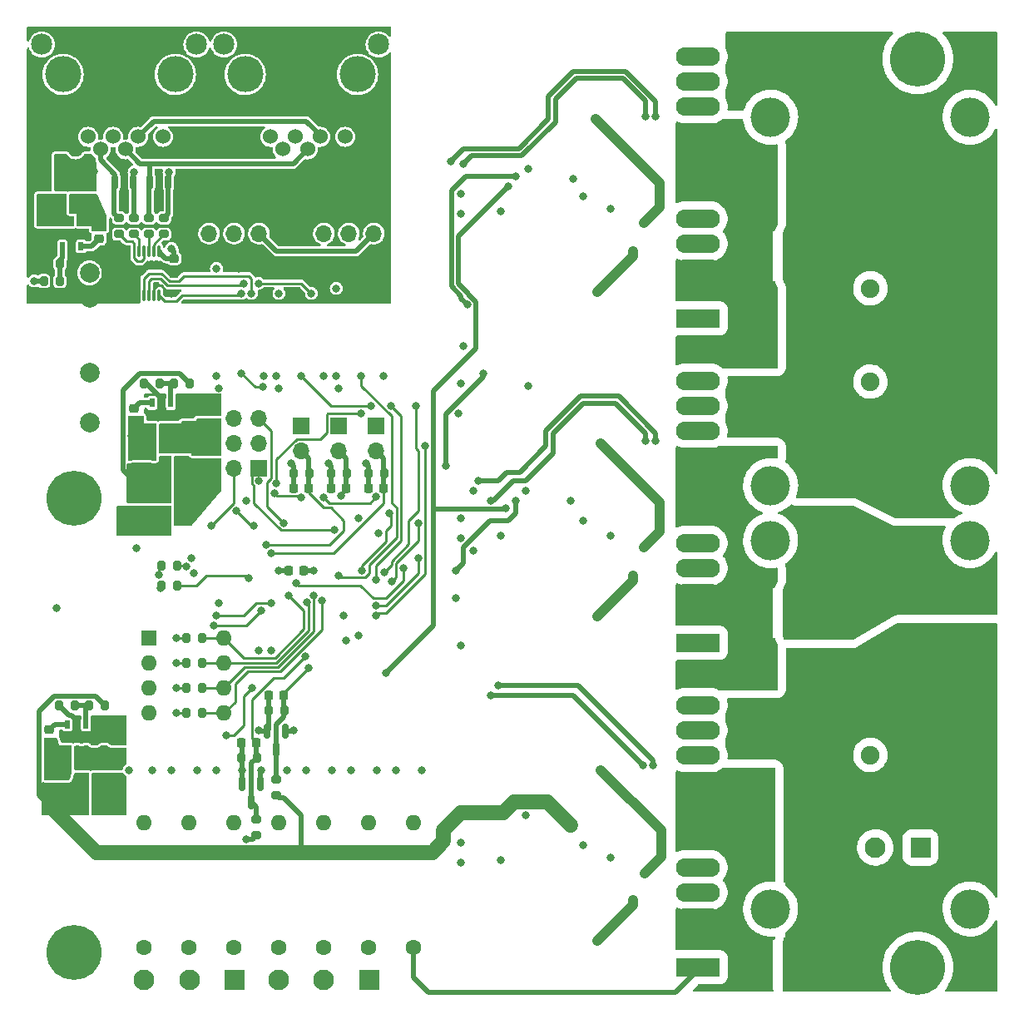
<source format=gbr>
%TF.GenerationSoftware,KiCad,Pcbnew,(6.0.9)*%
%TF.CreationDate,2023-06-11T12:51:52-04:00*%
%TF.ProjectId,HV servo drive v1,48562073-6572-4766-9f20-647269766520,rev?*%
%TF.SameCoordinates,Original*%
%TF.FileFunction,Copper,L4,Bot*%
%TF.FilePolarity,Positive*%
%FSLAX46Y46*%
G04 Gerber Fmt 4.6, Leading zero omitted, Abs format (unit mm)*
G04 Created by KiCad (PCBNEW (6.0.9)) date 2023-06-11 12:51:52*
%MOMM*%
%LPD*%
G01*
G04 APERTURE LIST*
G04 Aperture macros list*
%AMRoundRect*
0 Rectangle with rounded corners*
0 $1 Rounding radius*
0 $2 $3 $4 $5 $6 $7 $8 $9 X,Y pos of 4 corners*
0 Add a 4 corners polygon primitive as box body*
4,1,4,$2,$3,$4,$5,$6,$7,$8,$9,$2,$3,0*
0 Add four circle primitives for the rounded corners*
1,1,$1+$1,$2,$3*
1,1,$1+$1,$4,$5*
1,1,$1+$1,$6,$7*
1,1,$1+$1,$8,$9*
0 Add four rect primitives between the rounded corners*
20,1,$1+$1,$2,$3,$4,$5,0*
20,1,$1+$1,$4,$5,$6,$7,0*
20,1,$1+$1,$6,$7,$8,$9,0*
20,1,$1+$1,$8,$9,$2,$3,0*%
G04 Aperture macros list end*
%TA.AperFunction,ConnectorPad*%
%ADD10C,5.600000*%
%TD*%
%TA.AperFunction,ComponentPad*%
%ADD11C,3.600000*%
%TD*%
%TA.AperFunction,ComponentPad*%
%ADD12C,4.000000*%
%TD*%
%TA.AperFunction,ComponentPad*%
%ADD13R,1.700000X1.700000*%
%TD*%
%TA.AperFunction,ComponentPad*%
%ADD14O,1.700000X1.700000*%
%TD*%
%TA.AperFunction,SMDPad,CuDef*%
%ADD15RoundRect,0.250000X-0.250000X-0.475000X0.250000X-0.475000X0.250000X0.475000X-0.250000X0.475000X0*%
%TD*%
%TA.AperFunction,ComponentPad*%
%ADD16C,1.600000*%
%TD*%
%TA.AperFunction,ComponentPad*%
%ADD17O,1.600000X1.600000*%
%TD*%
%TA.AperFunction,SMDPad,CuDef*%
%ADD18RoundRect,0.200000X0.200000X0.275000X-0.200000X0.275000X-0.200000X-0.275000X0.200000X-0.275000X0*%
%TD*%
%TA.AperFunction,ComponentPad*%
%ADD19RoundRect,0.250001X0.799999X0.799999X-0.799999X0.799999X-0.799999X-0.799999X0.799999X-0.799999X0*%
%TD*%
%TA.AperFunction,ComponentPad*%
%ADD20C,2.100000*%
%TD*%
%TA.AperFunction,SMDPad,CuDef*%
%ADD21RoundRect,0.225000X0.225000X0.250000X-0.225000X0.250000X-0.225000X-0.250000X0.225000X-0.250000X0*%
%TD*%
%TA.AperFunction,SMDPad,CuDef*%
%ADD22RoundRect,0.225000X-0.250000X0.225000X-0.250000X-0.225000X0.250000X-0.225000X0.250000X0.225000X0*%
%TD*%
%TA.AperFunction,SMDPad,CuDef*%
%ADD23RoundRect,0.200000X0.275000X-0.200000X0.275000X0.200000X-0.275000X0.200000X-0.275000X-0.200000X0*%
%TD*%
%TA.AperFunction,SMDPad,CuDef*%
%ADD24RoundRect,0.250000X-0.850000X0.375000X-0.850000X-0.375000X0.850000X-0.375000X0.850000X0.375000X0*%
%TD*%
%TA.AperFunction,SMDPad,CuDef*%
%ADD25RoundRect,0.225000X0.250000X-0.225000X0.250000X0.225000X-0.250000X0.225000X-0.250000X-0.225000X0*%
%TD*%
%TA.AperFunction,ComponentPad*%
%ADD26R,1.600000X1.600000*%
%TD*%
%TA.AperFunction,ComponentPad*%
%ADD27C,1.524000*%
%TD*%
%TA.AperFunction,ComponentPad*%
%ADD28C,2.159000*%
%TD*%
%TA.AperFunction,ComponentPad*%
%ADD29C,3.683000*%
%TD*%
%TA.AperFunction,ComponentPad*%
%ADD30C,1.905000*%
%TD*%
%TA.AperFunction,SMDPad,CuDef*%
%ADD31R,0.508000X0.904700*%
%TD*%
%TA.AperFunction,SMDPad,CuDef*%
%ADD32RoundRect,0.200000X-0.200000X-0.275000X0.200000X-0.275000X0.200000X0.275000X-0.200000X0.275000X0*%
%TD*%
%TA.AperFunction,SMDPad,CuDef*%
%ADD33RoundRect,0.150000X-0.150000X0.587500X-0.150000X-0.587500X0.150000X-0.587500X0.150000X0.587500X0*%
%TD*%
%TA.AperFunction,ComponentPad*%
%ADD34C,2.000000*%
%TD*%
%TA.AperFunction,ComponentPad*%
%ADD35R,4.500000X1.905000*%
%TD*%
%TA.AperFunction,ComponentPad*%
%ADD36O,4.500000X1.905000*%
%TD*%
%TA.AperFunction,SMDPad,CuDef*%
%ADD37R,3.352800X5.207000*%
%TD*%
%TA.AperFunction,SMDPad,CuDef*%
%ADD38RoundRect,0.250000X0.250000X0.475000X-0.250000X0.475000X-0.250000X-0.475000X0.250000X-0.475000X0*%
%TD*%
%TA.AperFunction,SMDPad,CuDef*%
%ADD39O,0.299999X1.350000*%
%TD*%
%TA.AperFunction,SMDPad,CuDef*%
%ADD40RoundRect,0.250000X0.850000X-0.375000X0.850000X0.375000X-0.850000X0.375000X-0.850000X-0.375000X0*%
%TD*%
%TA.AperFunction,ViaPad*%
%ADD41C,0.800000*%
%TD*%
%TA.AperFunction,Conductor*%
%ADD42C,0.250000*%
%TD*%
%TA.AperFunction,Conductor*%
%ADD43C,0.500000*%
%TD*%
%TA.AperFunction,Conductor*%
%ADD44C,1.500000*%
%TD*%
%TA.AperFunction,Conductor*%
%ADD45C,1.000000*%
%TD*%
G04 APERTURE END LIST*
D10*
%TO.P,H4,1*%
%TO.N,N/C*%
X108458000Y-99822000D03*
D11*
X108458000Y-99822000D03*
%TD*%
D10*
%TO.P,H3,1*%
%TO.N,N/C*%
X108458000Y-146050000D03*
D11*
X108458000Y-146050000D03*
%TD*%
D12*
%TO.P,C9,1*%
%TO.N,+VDC*%
X199638000Y-98552000D03*
X179338000Y-98552000D03*
%TO.P,C9,2*%
%TO.N,-VDC*%
X199638000Y-61052000D03*
X179338000Y-61052000D03*
%TD*%
%TO.P,C8,1*%
%TO.N,+VDC*%
X179330000Y-104140000D03*
X199630000Y-104140000D03*
%TO.P,C8,2*%
%TO.N,-VDC*%
X179330000Y-141640000D03*
X199630000Y-141640000D03*
%TD*%
D10*
%TO.P,H2,1,1*%
%TO.N,GND*%
X194310000Y-55118000D03*
D11*
X194310000Y-55118000D03*
%TD*%
%TO.P,H1,1,1*%
%TO.N,GND*%
X194310000Y-147574000D03*
D10*
X194310000Y-147574000D03*
%TD*%
D13*
%TO.P,J3,1,Pin_1*%
%TO.N,SWDIO*%
X127254000Y-96774000D03*
D14*
%TO.P,J3,2,Pin_2*%
%TO.N,RESET*%
X124714000Y-96774000D03*
%TO.P,J3,3,Pin_3*%
%TO.N,SWCLK*%
X127254000Y-94234000D03*
%TO.P,J3,4,Pin_4*%
%TO.N,+3.3V*%
X124714000Y-94234000D03*
%TO.P,J3,5,Pin_5*%
%TO.N,SWO*%
X127254000Y-91694000D03*
%TO.P,J3,6,Pin_6*%
%TO.N,GND2*%
X124714000Y-91694000D03*
%TD*%
D13*
%TO.P,TH3,1*%
%TO.N,+3.3V*%
X139192000Y-92451000D03*
D14*
%TO.P,TH3,2*%
%TO.N,BOARD_TEMP_1_ADC*%
X139192000Y-94991000D03*
%TD*%
D13*
%TO.P,TH2,1*%
%TO.N,+3.3V*%
X131572000Y-92451000D03*
D14*
%TO.P,TH2,2*%
%TO.N,HEATSINK_TEMP_2_ADC*%
X131572000Y-94991000D03*
%TD*%
D13*
%TO.P,TH1,1*%
%TO.N,+3.3V*%
X135382000Y-92451000D03*
D14*
%TO.P,TH1,2*%
%TO.N,HEATSINK_TEMP_1_ADC*%
X135382000Y-94991000D03*
%TD*%
D15*
%TO.P,C42,1*%
%TO.N,Net-(C42-Pad1)*%
X117668000Y-96266000D03*
%TO.P,C42,2*%
%TO.N,GND2*%
X119568000Y-96266000D03*
%TD*%
D16*
%TO.P,R44,1*%
%TO.N,+VDC*%
X143002000Y-145542000D03*
D17*
%TO.P,R44,2*%
%TO.N,VBUS_ADC*%
X143002000Y-132842000D03*
%TD*%
D18*
%TO.P,R9,1*%
%TO.N,DIP_3*%
X121475000Y-119126000D03*
%TO.P,R9,2*%
%TO.N,GND2*%
X119825000Y-119126000D03*
%TD*%
D19*
%TO.P,J6,1,Pin_1*%
%TO.N,U*%
X194592000Y-135382000D03*
D20*
%TO.P,J6,2,Pin_2*%
%TO.N,V*%
X189992000Y-135382000D03*
%TO.P,J6,3,Pin_3*%
%TO.N,W*%
X185392000Y-135382000D03*
%TD*%
D18*
%TO.P,R32,1*%
%TO.N,GATE_SUPPLY_ADC*%
X129857000Y-121412000D03*
%TO.P,R32,2*%
%TO.N,GND2*%
X128207000Y-121412000D03*
%TD*%
D21*
%TO.P,C22,1*%
%TO.N,+3.3V*%
X131839000Y-107188000D03*
%TO.P,C22,2*%
%TO.N,GND2*%
X130289000Y-107188000D03*
%TD*%
D22*
%TO.P,C38,2*%
%TO.N,Net-(C38-Pad2)*%
X105918000Y-124947749D03*
%TO.P,C38,1*%
%TO.N,Net-(C38-Pad1)*%
X105918000Y-123397749D03*
%TD*%
D16*
%TO.P,R40,1*%
%TO.N,Net-(J7-Pad2)*%
X133858000Y-145542000D03*
D17*
%TO.P,R40,2*%
%TO.N,V_ADC*%
X133858000Y-132842000D03*
%TD*%
D18*
%TO.P,R8,1*%
%TO.N,DIP_2*%
X121475000Y-116586000D03*
%TO.P,R8,2*%
%TO.N,GND2*%
X119825000Y-116586000D03*
%TD*%
D16*
%TO.P,R29,1*%
%TO.N,Net-(J5-Pad3)*%
X115570000Y-145542000D03*
D17*
%TO.P,R29,2*%
%TO.N,WM_ADC*%
X115570000Y-132842000D03*
%TD*%
D18*
%TO.P,R37,1*%
%TO.N,HEATSINK_TEMP_2_ADC*%
X132397000Y-97282000D03*
%TO.P,R37,2*%
%TO.N,GND2*%
X130747000Y-97282000D03*
%TD*%
D22*
%TO.P,C37,1*%
%TO.N,Net-(C37-Pad1)*%
X114554000Y-90665000D03*
%TO.P,C37,2*%
%TO.N,Net-(C37-Pad2)*%
X114554000Y-92215000D03*
%TD*%
D23*
%TO.P,R31,1*%
%TO.N,+15V*%
X129032000Y-130111000D03*
%TO.P,R31,2*%
%TO.N,GATE_SUPPLY_ADC*%
X129032000Y-128461000D03*
%TD*%
D24*
%TO.P,L2,1,1*%
%TO.N,Net-(C37-Pad2)*%
X115316000Y-94683000D03*
%TO.P,L2,2,2*%
%TO.N,Net-(C42-Pad1)*%
X115316000Y-96833000D03*
%TD*%
D15*
%TO.P,C46,1*%
%TO.N,+3.3V*%
X117668000Y-101600000D03*
%TO.P,C46,2*%
%TO.N,GND2*%
X119568000Y-101600000D03*
%TD*%
D18*
%TO.P,R7,1*%
%TO.N,DIP_1*%
X121475000Y-114046000D03*
%TO.P,R7,2*%
%TO.N,GND2*%
X119825000Y-114046000D03*
%TD*%
D25*
%TO.P,C40,1*%
%TO.N,+24V*%
X120142000Y-92723000D03*
%TO.P,C40,2*%
%TO.N,GND2*%
X120142000Y-91173000D03*
%TD*%
D26*
%TO.P,SW1,1*%
%TO.N,+3.3V*%
X116088000Y-114056000D03*
D17*
%TO.P,SW1,2*%
X116088000Y-116596000D03*
%TO.P,SW1,3*%
X116088000Y-119136000D03*
%TO.P,SW1,4*%
X116088000Y-121676000D03*
%TO.P,SW1,5*%
%TO.N,DIP_4*%
X123708000Y-121676000D03*
%TO.P,SW1,6*%
%TO.N,DIP_3*%
X123708000Y-119136000D03*
%TO.P,SW1,7*%
%TO.N,DIP_2*%
X123708000Y-116596000D03*
%TO.P,SW1,8*%
%TO.N,DIP_1*%
X123708000Y-114056000D03*
%TD*%
D15*
%TO.P,C45,2*%
%TO.N,GND2*%
X110932000Y-128998749D03*
%TO.P,C45,1*%
%TO.N,+15V*%
X109032000Y-128998749D03*
%TD*%
D27*
%TO.P,J1,1,1*%
%TO.N,GND1*%
X127127000Y-64325500D03*
%TO.P,J1,2,2*%
%TO.N,24V_ISO*%
X128397000Y-63055500D03*
%TO.P,J1,3,3*%
%TO.N,TX-*%
X129667000Y-64325500D03*
%TO.P,J1,4,4*%
%TO.N,RX+*%
X130937000Y-63055500D03*
%TO.P,J1,5,5*%
%TO.N,RX-*%
X132207000Y-64325500D03*
%TO.P,J1,6,6*%
%TO.N,TX+*%
X133477000Y-63055500D03*
%TO.P,J1,7,7*%
%TO.N,GND1*%
X134747000Y-64325500D03*
%TO.P,J1,8,8*%
%TO.N,24V_ISO*%
X136017000Y-63055500D03*
D28*
%TO.P,J1,9*%
%TO.N,N/C*%
X123698000Y-53657500D03*
%TO.P,J1,10*%
X139446000Y-53657500D03*
D29*
%TO.P,J1,11*%
X125857000Y-56705500D03*
%TO.P,J1,12*%
X137287000Y-56705500D03*
%TD*%
D18*
%TO.P,R24,1*%
%TO.N,HEATSINK_TEMP_1_ADC*%
X136207000Y-97282000D03*
%TO.P,R24,2*%
%TO.N,GND2*%
X134557000Y-97282000D03*
%TD*%
D30*
%TO.P,J4,1,1*%
%TO.N,+VDC*%
X189484901Y-78466651D03*
%TO.P,J4,2,2*%
%TO.N,-VDC*%
X189484901Y-87966649D03*
%TO.P,J4,3,3*%
%TO.N,U*%
X189484901Y-97466648D03*
%TO.P,J4,4,4*%
%TO.N,V*%
X189484901Y-106966647D03*
%TO.P,J4,5,5*%
%TO.N,W*%
X189484901Y-116466646D03*
%TO.P,J4,6,6*%
%TO.N,GND*%
X189484901Y-125966645D03*
%TD*%
D19*
%TO.P,J5,1,Pin_1*%
%TO.N,Net-(J5-Pad1)*%
X124770000Y-148844000D03*
D20*
%TO.P,J5,2,Pin_2*%
%TO.N,Net-(J5-Pad2)*%
X120170000Y-148844000D03*
%TO.P,J5,3,Pin_3*%
%TO.N,Net-(J5-Pad3)*%
X115570000Y-148844000D03*
%TD*%
D31*
%TO.P,U8,1,BST*%
%TO.N,Net-(C37-Pad1)*%
X116397999Y-90136749D03*
%TO.P,U8,2,GND*%
%TO.N,GND2*%
X117348000Y-90136749D03*
%TO.P,U8,3,FB*%
%TO.N,Net-(R33-Pad2)*%
X118298001Y-90136749D03*
%TO.P,U8,4,EN*%
%TO.N,+24V*%
X118298001Y-92743251D03*
%TO.P,U8,5,VIN*%
X117348000Y-92743251D03*
%TO.P,U8,6,SW*%
%TO.N,Net-(C37-Pad2)*%
X116397999Y-92743251D03*
%TD*%
D18*
%TO.P,R35,2*%
%TO.N,Net-(R35-Pad2)*%
X109919000Y-120904000D03*
%TO.P,R35,1*%
%TO.N,+15V*%
X111569000Y-120904000D03*
%TD*%
D16*
%TO.P,R27,1*%
%TO.N,Net-(J5-Pad2)*%
X120142000Y-145542000D03*
D17*
%TO.P,R27,2*%
%TO.N,VM_ADC*%
X120142000Y-132842000D03*
%TD*%
D31*
%TO.P,U9,6,SW*%
%TO.N,Net-(C38-Pad2)*%
X107761999Y-125476000D03*
%TO.P,U9,5,VIN*%
%TO.N,+24V*%
X108712000Y-125476000D03*
%TO.P,U9,4,EN*%
X109662001Y-125476000D03*
%TO.P,U9,3,FB*%
%TO.N,Net-(R35-Pad2)*%
X109662001Y-122869498D03*
%TO.P,U9,2,GND*%
%TO.N,GND2*%
X108712000Y-122869498D03*
%TO.P,U9,1,BST*%
%TO.N,Net-(C38-Pad1)*%
X107761999Y-122869498D03*
%TD*%
D24*
%TO.P,L3,2,2*%
%TO.N,+15V*%
X106680000Y-129565749D03*
%TO.P,L3,1,1*%
%TO.N,Net-(C38-Pad2)*%
X106680000Y-127415749D03*
%TD*%
D18*
%TO.P,R34,1*%
%TO.N,Net-(R33-Pad2)*%
X117157000Y-88138000D03*
%TO.P,R34,2*%
%TO.N,GND2*%
X115507000Y-88138000D03*
%TD*%
D19*
%TO.P,J7,1,Pin_1*%
%TO.N,Net-(J7-Pad1)*%
X138458000Y-148844000D03*
D20*
%TO.P,J7,2,Pin_2*%
%TO.N,Net-(J7-Pad2)*%
X133858000Y-148844000D03*
%TO.P,J7,3,Pin_3*%
%TO.N,Net-(J7-Pad3)*%
X129258000Y-148844000D03*
%TD*%
D32*
%TO.P,R14,1*%
%TO.N,Net-(D6-Pad2)*%
X117285000Y-108712000D03*
%TO.P,R14,2*%
%TO.N,LED_4*%
X118935000Y-108712000D03*
%TD*%
D21*
%TO.P,C27,1*%
%TO.N,HEATSINK_TEMP_1_ADC*%
X136157000Y-98806000D03*
%TO.P,C27,2*%
%TO.N,GND2*%
X134607000Y-98806000D03*
%TD*%
%TO.P,C26,1*%
%TO.N,CONTROL_SUPPLY_ADC*%
X127013000Y-124714000D03*
%TO.P,C26,2*%
%TO.N,GND2*%
X125463000Y-124714000D03*
%TD*%
D33*
%TO.P,D11,1,A*%
%TO.N,GND2*%
X128082000Y-123522500D03*
%TO.P,D11,2,K*%
%TO.N,+3.3V*%
X129982000Y-123522500D03*
%TO.P,D11,3,common*%
%TO.N,GATE_SUPPLY_ADC*%
X129032000Y-125397500D03*
%TD*%
D15*
%TO.P,C44,1*%
%TO.N,Net-(C42-Pad1)*%
X117668000Y-98298000D03*
%TO.P,C44,2*%
%TO.N,GND2*%
X119568000Y-98298000D03*
%TD*%
D13*
%TO.P,M2,1,-*%
%TO.N,GND1*%
X131328000Y-72898000D03*
D14*
%TO.P,M2,2,+*%
%TO.N,24V_ISO*%
X133868000Y-72898000D03*
%TO.P,M2,3,Tacho*%
%TO.N,TACH_2_ISO*%
X136408000Y-72898000D03*
%TO.P,M2,4,PWM*%
%TO.N,FAN_PWM_ISO*%
X138948000Y-72898000D03*
%TD*%
D21*
%TO.P,C39,1*%
%TO.N,BOARD_TEMP_1_ADC*%
X139967000Y-98806000D03*
%TO.P,C39,2*%
%TO.N,GND2*%
X138417000Y-98806000D03*
%TD*%
D25*
%TO.P,C41,2*%
%TO.N,GND2*%
X111506000Y-123905749D03*
%TO.P,C41,1*%
%TO.N,+24V*%
X111506000Y-125455749D03*
%TD*%
D32*
%TO.P,R13,1*%
%TO.N,Net-(D5-Pad2)*%
X117285000Y-106680000D03*
%TO.P,R13,2*%
%TO.N,LED_3*%
X118935000Y-106680000D03*
%TD*%
D18*
%TO.P,R36,2*%
%TO.N,GND2*%
X106871000Y-120904000D03*
%TO.P,R36,1*%
%TO.N,Net-(R35-Pad2)*%
X108521000Y-120904000D03*
%TD*%
%TO.P,R33,1*%
%TO.N,Net-(C42-Pad1)*%
X120205000Y-88138000D03*
%TO.P,R33,2*%
%TO.N,Net-(R33-Pad2)*%
X118555000Y-88138000D03*
%TD*%
D24*
%TO.P,L4,1,1*%
%TO.N,Net-(C42-Pad1)*%
X115316000Y-99509000D03*
%TO.P,L4,2,2*%
%TO.N,+3.3V*%
X115316000Y-101659000D03*
%TD*%
D23*
%TO.P,R16,1*%
%TO.N,+24V*%
X127000000Y-134175000D03*
%TO.P,R16,2*%
%TO.N,CONTROL_SUPPLY_ADC*%
X127000000Y-132525000D03*
%TD*%
D16*
%TO.P,R25,1*%
%TO.N,Net-(J5-Pad1)*%
X124714000Y-145542000D03*
D17*
%TO.P,R25,2*%
%TO.N,UM_ADC*%
X124714000Y-132842000D03*
%TD*%
D21*
%TO.P,C31,1*%
%TO.N,GATE_SUPPLY_ADC*%
X129807000Y-119888000D03*
%TO.P,C31,2*%
%TO.N,GND2*%
X128257000Y-119888000D03*
%TD*%
D34*
%TO.P,U7,1,-VIN*%
%TO.N,GND1*%
X110007825Y-79435425D03*
%TO.P,U7,2,+VIN*%
%TO.N,24V_ISO*%
X110007825Y-76895425D03*
%TO.P,U7,4,-VOUT*%
%TO.N,GND2*%
X110007825Y-87055425D03*
%TO.P,U7,5,+VOUT*%
%TO.N,+24V*%
X110007825Y-92135425D03*
%TD*%
D13*
%TO.P,M1,1,-*%
%TO.N,GND1*%
X119644000Y-72898000D03*
D14*
%TO.P,M1,2,+*%
%TO.N,24V_ISO*%
X122184000Y-72898000D03*
%TO.P,M1,3,Tacho*%
%TO.N,TACH_1_ISO*%
X124724000Y-72898000D03*
%TO.P,M1,4,PWM*%
%TO.N,FAN_PWM_ISO*%
X127264000Y-72898000D03*
%TD*%
D18*
%TO.P,R15,1*%
%TO.N,DIP_4*%
X121475000Y-121666000D03*
%TO.P,R15,2*%
%TO.N,GND2*%
X119825000Y-121666000D03*
%TD*%
D15*
%TO.P,C43,2*%
%TO.N,GND2*%
X110932000Y-131030749D03*
%TO.P,C43,1*%
%TO.N,+15V*%
X109032000Y-131030749D03*
%TD*%
D16*
%TO.P,R42,1*%
%TO.N,Net-(J7-Pad3)*%
X129286000Y-145542000D03*
D17*
%TO.P,R42,2*%
%TO.N,W_ADC*%
X129286000Y-132842000D03*
%TD*%
D18*
%TO.P,R46,1*%
%TO.N,BOARD_TEMP_1_ADC*%
X140017000Y-97282000D03*
%TO.P,R46,2*%
%TO.N,GND2*%
X138367000Y-97282000D03*
%TD*%
D33*
%TO.P,D7,1,A*%
%TO.N,GND2*%
X125542000Y-128856500D03*
%TO.P,D7,2,K*%
%TO.N,+3.3V*%
X127442000Y-128856500D03*
%TO.P,D7,3,common*%
%TO.N,CONTROL_SUPPLY_ADC*%
X126492000Y-130731500D03*
%TD*%
D27*
%TO.P,J2,1,1*%
%TO.N,GND1*%
X108585000Y-64325500D03*
%TO.P,J2,2,2*%
%TO.N,24V_ISO*%
X109855000Y-63055500D03*
%TO.P,J2,3,3*%
%TO.N,TX-*%
X111125000Y-64325500D03*
%TO.P,J2,4,4*%
%TO.N,RX+*%
X112395000Y-63055500D03*
%TO.P,J2,5,5*%
%TO.N,RX-*%
X113665000Y-64325500D03*
%TO.P,J2,6,6*%
%TO.N,TX+*%
X114935000Y-63055500D03*
%TO.P,J2,7,7*%
%TO.N,GND1*%
X116205000Y-64325500D03*
%TO.P,J2,8,8*%
%TO.N,24V_ISO*%
X117475000Y-63055500D03*
D28*
%TO.P,J2,9*%
%TO.N,N/C*%
X105156000Y-53657500D03*
%TO.P,J2,10*%
X120904000Y-53657500D03*
D29*
%TO.P,J2,11*%
X107315000Y-56705500D03*
%TO.P,J2,12*%
X118745000Y-56705500D03*
%TD*%
D21*
%TO.P,C32,1*%
%TO.N,HEATSINK_TEMP_2_ADC*%
X132347000Y-98806000D03*
%TO.P,C32,2*%
%TO.N,GND2*%
X130797000Y-98806000D03*
%TD*%
D16*
%TO.P,R38,1*%
%TO.N,Net-(J7-Pad1)*%
X138430000Y-145542000D03*
D17*
%TO.P,R38,2*%
%TO.N,U_ADC*%
X138430000Y-132842000D03*
%TD*%
D18*
%TO.P,R17,1*%
%TO.N,CONTROL_SUPPLY_ADC*%
X127063000Y-126238000D03*
%TO.P,R17,2*%
%TO.N,GND2*%
X125413000Y-126238000D03*
%TD*%
D35*
%TO.P,Q1,1,D*%
%TO.N,+VDC*%
X171910000Y-114554000D03*
D36*
%TO.P,Q1,2,S*%
%TO.N,Net-(Q1-Pad2)*%
X171910000Y-109474000D03*
%TO.P,Q1,3,DS*%
%TO.N,Net-(C52-Pad2)*%
X171910000Y-106934000D03*
%TO.P,Q1,4,G*%
%TO.N,Net-(Q1-Pad4)*%
X171910000Y-104394000D03*
%TD*%
D37*
%TO.P,R63,1*%
%TO.N,Net-(Q3-Pad2)*%
X177863500Y-75184000D03*
%TO.P,R63,2*%
%TO.N,U*%
X182308500Y-75184000D03*
%TD*%
D25*
%TO.P,C11,1*%
%TO.N,Net-(C11-Pad1)*%
X110998000Y-73419000D03*
%TO.P,C11,2*%
%TO.N,Net-(C11-Pad2)*%
X110998000Y-71869000D03*
%TD*%
D35*
%TO.P,Q5,1,D*%
%TO.N,+VDC*%
X171910000Y-147574000D03*
D36*
%TO.P,Q5,2,S*%
%TO.N,Net-(Q5-Pad2)*%
X171910000Y-142494000D03*
%TO.P,Q5,3,DS*%
%TO.N,Net-(C57-Pad2)*%
X171910000Y-139954000D03*
%TO.P,Q5,4,G*%
%TO.N,Net-(Q5-Pad4)*%
X171910000Y-137414000D03*
%TD*%
D35*
%TO.P,Q2,1,D*%
%TO.N,Net-(Q1-Pad2)*%
X171910000Y-98044000D03*
D36*
%TO.P,Q2,2,S*%
%TO.N,-VDC*%
X171910000Y-92964000D03*
%TO.P,Q2,3,DS*%
%TO.N,Net-(C53-Pad2)*%
X171910000Y-90424000D03*
%TO.P,Q2,4,G*%
%TO.N,Net-(Q2-Pad4)*%
X171910000Y-87884000D03*
%TD*%
D31*
%TO.P,U6,1,BST*%
%TO.N,Net-(C11-Pad1)*%
X109154001Y-74201251D03*
%TO.P,U6,2,GND*%
%TO.N,GND1*%
X108204000Y-74201251D03*
%TO.P,U6,3,FB*%
%TO.N,Net-(R5-Pad2)*%
X107253999Y-74201251D03*
%TO.P,U6,4,EN*%
%TO.N,24V_ISO*%
X107253999Y-71594749D03*
%TO.P,U6,5,VIN*%
X108204000Y-71594749D03*
%TO.P,U6,6,SW*%
%TO.N,Net-(C11-Pad2)*%
X109154001Y-71594749D03*
%TD*%
D37*
%TO.P,R61,1*%
%TO.N,Net-(Q1-Pad2)*%
X177863500Y-111506000D03*
%TO.P,R61,2*%
%TO.N,V*%
X182308500Y-111506000D03*
%TD*%
D35*
%TO.P,Q4,1,D*%
%TO.N,Net-(Q3-Pad2)*%
X171910000Y-65024000D03*
D36*
%TO.P,Q4,2,S*%
%TO.N,-VDC*%
X171910000Y-59944000D03*
%TO.P,Q4,3,DS*%
%TO.N,Net-(C55-Pad2)*%
X171910000Y-57404000D03*
%TO.P,Q4,4,G*%
%TO.N,Net-(Q4-Pad4)*%
X171910000Y-54864000D03*
%TD*%
D38*
%TO.P,C19,1*%
%TO.N,+5V*%
X107376000Y-67818000D03*
%TO.P,C19,2*%
%TO.N,GND1*%
X105476000Y-67818000D03*
%TD*%
D23*
%TO.P,R1,1*%
%TO.N,Net-(R1-Pad1)*%
X117602000Y-72961000D03*
%TO.P,R1,2*%
%TO.N,RX+*%
X117602000Y-71311000D03*
%TD*%
D39*
%TO.P,U1,1,R*%
%TO.N,RX_ISO*%
X117078001Y-79186999D03*
%TO.P,U1,2,RE_N*%
%TO.N,GND1*%
X116578002Y-79186999D03*
%TO.P,U1,3,DE*%
%TO.N,TX_EN_ISO*%
X116078000Y-79186999D03*
%TO.P,U1,4,D*%
%TO.N,TX_ISO*%
X115578001Y-79186999D03*
%TO.P,U1,5,GND*%
%TO.N,GND1*%
X115077999Y-79186999D03*
%TO.P,U1,6,Y*%
%TO.N,Net-(R4-Pad1)*%
X115077999Y-74736998D03*
%TO.P,U1,7,Z*%
%TO.N,Net-(R3-Pad1)*%
X115578001Y-74736998D03*
%TO.P,U1,8,B*%
%TO.N,Net-(R2-Pad1)*%
X116078000Y-74736998D03*
%TO.P,U1,9,A*%
%TO.N,Net-(R1-Pad1)*%
X116578002Y-74736998D03*
%TO.P,U1,10,VCC*%
%TO.N,+5V*%
X117078001Y-74736998D03*
%TD*%
D35*
%TO.P,Q6,1,D*%
%TO.N,Net-(Q5-Pad2)*%
X171910000Y-131064000D03*
D36*
%TO.P,Q6,2,S*%
%TO.N,-VDC*%
X171910000Y-125984000D03*
%TO.P,Q6,3,DS*%
%TO.N,Net-(C58-Pad2)*%
X171910000Y-123444000D03*
%TO.P,Q6,4,G*%
%TO.N,Net-(Q6-Pad4)*%
X171910000Y-120904000D03*
%TD*%
D23*
%TO.P,R4,1*%
%TO.N,Net-(R4-Pad1)*%
X114554000Y-72961000D03*
%TO.P,R4,2*%
%TO.N,TX+*%
X114554000Y-71311000D03*
%TD*%
D37*
%TO.P,R65,1*%
%TO.N,Net-(Q5-Pad2)*%
X177863500Y-147320000D03*
%TO.P,R65,2*%
%TO.N,W*%
X182308500Y-147320000D03*
%TD*%
D32*
%TO.P,R5,1*%
%TO.N,+5V*%
X105347000Y-77724000D03*
%TO.P,R5,2*%
%TO.N,Net-(R5-Pad2)*%
X106997000Y-77724000D03*
%TD*%
D38*
%TO.P,C16,1*%
%TO.N,+5V*%
X107376000Y-65786000D03*
%TO.P,C16,2*%
%TO.N,GND1*%
X105476000Y-65786000D03*
%TD*%
D23*
%TO.P,R2,1*%
%TO.N,Net-(R2-Pad1)*%
X116078000Y-72961000D03*
%TO.P,R2,2*%
%TO.N,RX-*%
X116078000Y-71311000D03*
%TD*%
%TO.P,R3,1*%
%TO.N,Net-(R3-Pad1)*%
X113030000Y-72961000D03*
%TO.P,R3,2*%
%TO.N,TX-*%
X113030000Y-71311000D03*
%TD*%
D18*
%TO.P,R6,1*%
%TO.N,Net-(R5-Pad2)*%
X106997000Y-75946000D03*
%TO.P,R6,2*%
%TO.N,GND1*%
X105347000Y-75946000D03*
%TD*%
D22*
%TO.P,C1,1*%
%TO.N,+5V*%
X118618000Y-75425000D03*
%TO.P,C1,2*%
%TO.N,GND1*%
X118618000Y-76975000D03*
%TD*%
D33*
%TO.P,D2,1,A1*%
%TO.N,TX-*%
X112588000Y-67642500D03*
%TO.P,D2,2,A2*%
%TO.N,TX+*%
X114488000Y-67642500D03*
%TO.P,D2,3,common*%
%TO.N,GND1*%
X113538000Y-69517500D03*
%TD*%
D40*
%TO.P,L1,1,1*%
%TO.N,Net-(C11-Pad2)*%
X109474000Y-69909000D03*
%TO.P,L1,2,2*%
%TO.N,+5V*%
X109474000Y-67759000D03*
%TD*%
D35*
%TO.P,Q3,1,D*%
%TO.N,+VDC*%
X171910000Y-81534000D03*
D36*
%TO.P,Q3,2,S*%
%TO.N,Net-(Q3-Pad2)*%
X171910000Y-76454000D03*
%TO.P,Q3,3,DS*%
%TO.N,Net-(C54-Pad2)*%
X171910000Y-73914000D03*
%TO.P,Q3,4,G*%
%TO.N,Net-(Q3-Pad4)*%
X171910000Y-71374000D03*
%TD*%
D22*
%TO.P,C13,1*%
%TO.N,24V_ISO*%
X105410000Y-71615000D03*
%TO.P,C13,2*%
%TO.N,GND1*%
X105410000Y-73165000D03*
%TD*%
D33*
%TO.P,D1,1,A1*%
%TO.N,RX-*%
X116144000Y-67642500D03*
%TO.P,D1,2,A2*%
%TO.N,RX+*%
X118044000Y-67642500D03*
%TO.P,D1,3,common*%
%TO.N,GND1*%
X117094000Y-69517500D03*
%TD*%
D41*
%TO.N,W*%
X181102000Y-147320000D03*
%TO.N,Net-(Q5-Pad2)*%
X179070000Y-147320000D03*
%TO.N,BOOT*%
X126746000Y-102616000D03*
X124972299Y-101096299D03*
%TO.N,VM_ADC*%
X127508000Y-111233597D03*
%TO.N,UM_ADC*%
X123952000Y-123952000D03*
X126592500Y-119126000D03*
%TO.N,VM_ADC*%
X122682000Y-112776000D03*
%TO.N,WM_ADC*%
X128524000Y-110490000D03*
X122936000Y-111760000D03*
%TO.N,CONTROL_SUPPLY_ADC*%
X131967911Y-115944687D03*
%TO.N,GATE_SUPPLY_ADC*%
X132338299Y-117089701D03*
%TO.N,HEATSINK_TEMP_2_ADC*%
X127969576Y-104578364D03*
%TO.N,HEATSINK_TEMP_1_ADC*%
X135573500Y-99568000D03*
%TO.N,U_DATA*%
X133835500Y-99736403D03*
X131529864Y-99733599D03*
%TO.N,BOARD_TEMP_1_ADC*%
X128524000Y-105410000D03*
%TO.N,RESET*%
X122428000Y-102616000D03*
%TO.N,SWDIO*%
X134907201Y-103082201D03*
%TO.N,SWO*%
X129794000Y-102362000D03*
%TO.N,LED_4*%
X126238000Y-107950000D03*
%TO.N,LED_3*%
X119841576Y-106749636D03*
%TO.N,GND2*%
X118872000Y-121666000D03*
X118872000Y-119126000D03*
X118872000Y-116586000D03*
X118872000Y-114046000D03*
%TO.N,DIP_1*%
X130302000Y-109728000D03*
%TO.N,DIP_2*%
X132118000Y-110434411D03*
%TO.N,DIP_3*%
X132842500Y-109728000D03*
%TO.N,DIP_4*%
X133680487Y-110272778D03*
%TO.N,FAN_PWM*%
X137667647Y-91186354D03*
X129032000Y-98298000D03*
%TO.N,RX*%
X125476000Y-87122000D03*
X127639299Y-88514701D03*
%TO.N,TACH_1*%
X131572000Y-87376000D03*
X138679701Y-90428299D03*
X140720299Y-90419701D03*
X139151842Y-108170987D03*
%TO.N,TACH_2*%
X137668000Y-87376000D03*
X135377204Y-107709395D03*
%TO.N,TX_EN*%
X140557500Y-101378506D03*
X137750323Y-107167545D03*
%TO.N,U_DATA*%
X139195943Y-99673756D03*
X128824490Y-99314239D03*
%TO.N,UH*%
X143256000Y-90424000D03*
X140012503Y-107383497D03*
%TO.N,VH*%
X143460000Y-102362000D03*
X140753500Y-108335299D03*
%TO.N,V_DATA*%
X141934014Y-106968789D03*
X131064000Y-108458000D03*
%TO.N,VL*%
X143460000Y-105918000D03*
X139192000Y-110735402D03*
%TO.N,UL*%
X144184500Y-94488000D03*
X139192000Y-111760000D03*
%TO.N,GND2*%
X114808000Y-104902000D03*
%TO.N,Net-(D6-Pad2)*%
X117227170Y-109004099D03*
%TO.N,Net-(D5-Pad2)*%
X117089500Y-107637500D03*
%TO.N,GND2*%
X138176000Y-96266000D03*
X134366000Y-96266000D03*
X130556000Y-96266000D03*
%TO.N,+24V*%
X125984000Y-134540500D03*
%TO.N,+3.3V*%
X130810000Y-123444000D03*
%TO.N,GND2*%
X127254000Y-123444000D03*
X106680000Y-110998000D03*
%TO.N,UL*%
X148082000Y-84328000D03*
X148082000Y-65786000D03*
%TO.N,UH*%
X146812000Y-65532000D03*
X167640000Y-60960000D03*
%TO.N,UL*%
X166624000Y-60960000D03*
%TO.N,U_DATA*%
X146304000Y-96520000D03*
X150114000Y-87122000D03*
X148464483Y-80135517D03*
X153416000Y-67056000D03*
%TO.N,GND2*%
X154686000Y-88392000D03*
%TO.N,VH*%
X149606000Y-98044000D03*
X167640000Y-93980000D03*
%TO.N,VL*%
X150876000Y-100076000D03*
X166624000Y-93980000D03*
%TO.N,V_DATA*%
X153416000Y-100076000D03*
X147320000Y-107188000D03*
%TO.N,U_CLOCK*%
X152400000Y-100838000D03*
X152654000Y-68072000D03*
X140208000Y-117602000D03*
%TO.N,WH*%
X151638000Y-118872000D03*
X167386000Y-127000000D03*
%TO.N,WL*%
X150876000Y-119888000D03*
X166370000Y-127000000D03*
%TO.N,+3.3V*%
X141224000Y-127508000D03*
X136652000Y-127508000D03*
X132080000Y-127508000D03*
X127508000Y-127508000D03*
X122936000Y-127508000D03*
X118364000Y-127508000D03*
X114046000Y-127508000D03*
%TO.N,GND2*%
X116419500Y-127523543D03*
X120991500Y-127508000D03*
X125563500Y-127523543D03*
X130135500Y-127523543D03*
X134707500Y-127508000D03*
X139279500Y-127508000D03*
X143851500Y-127508000D03*
X139954000Y-87376000D03*
X133858000Y-87376000D03*
X127762000Y-87376000D03*
%TO.N,+3.3V*%
X135128000Y-87376000D03*
%TO.N,GND2*%
X135382000Y-88646000D03*
%TO.N,+3.3V*%
X129032000Y-87376000D03*
%TO.N,GND2*%
X129286000Y-88646000D03*
X123190000Y-88646000D03*
%TO.N,+3.3V*%
X122936000Y-87376000D03*
X125984000Y-100076000D03*
%TO.N,GND2*%
X127254000Y-98044000D03*
X139446000Y-103378000D03*
%TO.N,+3.3V*%
X137414000Y-101854000D03*
X123190000Y-110490000D03*
X128524000Y-115316000D03*
%TO.N,GND2*%
X127254000Y-115316000D03*
%TO.N,+3.3V*%
X135890000Y-111760000D03*
%TO.N,GND2*%
X136144000Y-114300000D03*
X137414000Y-113792000D03*
%TO.N,+3.3V*%
X132842000Y-107188000D03*
%TO.N,GND2*%
X129286000Y-107188000D03*
X120650000Y-107442000D03*
X120396000Y-105918000D03*
%TO.N,+3.3V*%
X117348000Y-103124000D03*
X116332000Y-103124000D03*
X115316000Y-103124000D03*
X114300000Y-103124000D03*
X113538000Y-102362000D03*
X113538000Y-101346000D03*
%TO.N,GND2*%
X122682000Y-98552000D03*
X122682000Y-97536000D03*
X122682000Y-96520000D03*
X120904000Y-100584000D03*
X119634000Y-99822000D03*
X120904000Y-99568000D03*
X120904000Y-98552000D03*
X120904000Y-97536000D03*
X120904000Y-96520000D03*
%TO.N,Net-(C42-Pad1)*%
X117856000Y-99822000D03*
X114554000Y-98044000D03*
X115570000Y-98044000D03*
X116586000Y-98044000D03*
%TO.N,+24V*%
X120142000Y-94742000D03*
X119126000Y-94742000D03*
X118110000Y-94742000D03*
X120650000Y-93980000D03*
X119634000Y-93980000D03*
X118618000Y-93980000D03*
X117602000Y-93980000D03*
%TO.N,Net-(C37-Pad2)*%
X114300000Y-93472000D03*
X115316000Y-93472000D03*
%TO.N,GND2*%
X121412000Y-90932000D03*
X122428000Y-90932000D03*
X122936000Y-89916000D03*
X121920000Y-89916000D03*
X120904000Y-89916000D03*
X119888000Y-89916000D03*
X118364000Y-91440000D03*
X117348000Y-91440000D03*
X116332000Y-91440000D03*
X107696000Y-124206000D03*
X108712000Y-124206000D03*
X109728000Y-124206000D03*
%TO.N,Net-(C38-Pad2)*%
X105918000Y-125984000D03*
X106934000Y-125984000D03*
%TO.N,+15V*%
X107950000Y-131064000D03*
X106934000Y-131064000D03*
X105918000Y-131064000D03*
%TO.N,GND2*%
X112776000Y-130810000D03*
X112776000Y-129286000D03*
X113284000Y-130048000D03*
X112268000Y-130048000D03*
X112268000Y-131572000D03*
X113284000Y-131572000D03*
X113284000Y-128524000D03*
X112268000Y-128524000D03*
%TO.N,+24V*%
X112014000Y-126746000D03*
X110998000Y-126746000D03*
X109982000Y-126746000D03*
X108966000Y-126746000D03*
%TO.N,GND2*%
X113030000Y-124460000D03*
X113030000Y-123444000D03*
X113030000Y-122428000D03*
X112014000Y-122428000D03*
X110998000Y-122428000D03*
X147828000Y-114808000D03*
X147320000Y-109982000D03*
X149098000Y-105156000D03*
X149098000Y-99060000D03*
X147574000Y-91186000D03*
X147828000Y-88138000D03*
%TO.N,GND1*%
X133858000Y-78740000D03*
X117094000Y-68326000D03*
X107442000Y-72898000D03*
X106172000Y-74422000D03*
X125222000Y-76491500D03*
X109474000Y-72898000D03*
X104394000Y-75946000D03*
X139954000Y-78740000D03*
X118364000Y-78994000D03*
X117685432Y-76318691D03*
X129032000Y-76962000D03*
X114808000Y-77978000D03*
X135128000Y-76962000D03*
X113538000Y-68326000D03*
X105156000Y-74422000D03*
X108458000Y-72898000D03*
X128270000Y-78994000D03*
%TO.N,+15V*%
X159004000Y-133096000D03*
X159258000Y-67310000D03*
X163068000Y-70358000D03*
X159004000Y-100076000D03*
X163068000Y-136398000D03*
X163068000Y-103632000D03*
%TO.N,GND2*%
X160256500Y-69088000D03*
X147828000Y-101854000D03*
X154432000Y-132080000D03*
X160256500Y-135128000D03*
X160256500Y-102108000D03*
X154686000Y-66294000D03*
X147828000Y-68834000D03*
X147828000Y-136906000D03*
X147828000Y-134874000D03*
X147828000Y-70866000D03*
X154432000Y-99060000D03*
X147828000Y-103886000D03*
%TO.N,+3.3V*%
X151892000Y-103632000D03*
X151892000Y-136652000D03*
X151892000Y-70612000D03*
%TO.N,U*%
X181102000Y-75184000D03*
%TO.N,Net-(Q1-Pad2)*%
X179070000Y-111506000D03*
%TO.N,V*%
X181102000Y-111506000D03*
%TO.N,Net-(Q3-Pad2)*%
X179070000Y-75184000D03*
%TO.N,+5V*%
X118364000Y-74422000D03*
X109982000Y-65786000D03*
X108966000Y-65786000D03*
X110490000Y-66548000D03*
X129286000Y-78994000D03*
X108458000Y-66548000D03*
X104394000Y-77724000D03*
X109474000Y-66548000D03*
X122936000Y-76454000D03*
X135128000Y-78486000D03*
%TO.N,24V_ISO*%
X107188000Y-70358000D03*
X106172000Y-70358000D03*
X106172000Y-69342000D03*
X105156000Y-70358000D03*
X105156000Y-69342000D03*
X107188000Y-69342000D03*
%TO.N,Net-(C52-Pad1)*%
X162052000Y-94234000D03*
X166430284Y-104841715D03*
X168056277Y-103215724D03*
%TO.N,Net-(C54-Pad1)*%
X168056277Y-70195724D03*
X166430284Y-71821715D03*
X161544000Y-61214000D03*
%TO.N,Net-(C57-Pad1)*%
X162052000Y-127508000D03*
X168183277Y-136362724D03*
X166557284Y-137988716D03*
%TO.N,Net-(C65-Pad1)*%
X165354000Y-107696000D03*
X161732000Y-111848077D03*
%TO.N,Net-(C66-Pad1)*%
X165354000Y-74676000D03*
X161732000Y-78828077D03*
%TO.N,Net-(C67-Pad1)*%
X165354000Y-140716000D03*
X161732000Y-144868077D03*
%TO.N,RX+*%
X118110000Y-66635500D03*
%TO.N,TX+*%
X114554000Y-66635500D03*
%TO.N,RX_ISO*%
X125476000Y-78994000D03*
%TO.N,TX_EN_ISO*%
X132588000Y-78994000D03*
X127216500Y-77978000D03*
X125730000Y-77978000D03*
%TO.N,TX_ISO*%
X126492000Y-78994000D03*
%TD*%
D42*
%TO.N,BOOT*%
X126746000Y-102616000D02*
X126492000Y-102616000D01*
X126492000Y-102616000D02*
X124972299Y-101096299D01*
%TO.N,VM_ADC*%
X125965597Y-112776000D02*
X127508000Y-111233597D01*
X122682000Y-112776000D02*
X125965597Y-112776000D01*
%TO.N,UM_ADC*%
X125730000Y-119988500D02*
X125730000Y-122936000D01*
X126592500Y-119126000D02*
X125730000Y-119988500D01*
X124714000Y-123952000D02*
X123952000Y-123952000D01*
X125730000Y-122936000D02*
X124714000Y-123952000D01*
%TO.N,WM_ADC*%
X125730000Y-111760000D02*
X127000000Y-110490000D01*
X122936000Y-111760000D02*
X125730000Y-111760000D01*
X127000000Y-110490000D02*
X128524000Y-110490000D01*
%TO.N,CONTROL_SUPPLY_ADC*%
X131959313Y-115944687D02*
X131967911Y-115944687D01*
X131953000Y-115951000D02*
X131959313Y-115944687D01*
%TO.N,GATE_SUPPLY_ADC*%
X132338299Y-117089701D02*
X129807000Y-119621000D01*
%TO.N,CONTROL_SUPPLY_ADC*%
X129794000Y-118110000D02*
X131953000Y-115951000D01*
X128782183Y-118110000D02*
X129794000Y-118110000D01*
X126529000Y-120363183D02*
X128782183Y-118110000D01*
X126529000Y-124230000D02*
X126529000Y-120363183D01*
X127013000Y-124714000D02*
X126529000Y-124230000D01*
%TO.N,DIP_4*%
X124833000Y-120551000D02*
X123708000Y-121676000D01*
X124833000Y-118753000D02*
X124833000Y-120551000D01*
X126100000Y-117486000D02*
X124833000Y-118753000D01*
X133680487Y-113207513D02*
X129402000Y-117486000D01*
X129402000Y-117486000D02*
X126100000Y-117486000D01*
X133680487Y-110272778D02*
X133680487Y-113207513D01*
%TO.N,DIP_3*%
X125808000Y-117036000D02*
X123708000Y-119136000D01*
X129215604Y-117036000D02*
X125808000Y-117036000D01*
X132842500Y-113409104D02*
X129215604Y-117036000D01*
X132842500Y-109728000D02*
X132842500Y-113409104D01*
%TO.N,DIP_2*%
X129029208Y-116586000D02*
X123972000Y-116586000D01*
X132334000Y-113281208D02*
X129029208Y-116586000D01*
X132334000Y-110650411D02*
X132334000Y-113281208D01*
X132118000Y-110434411D02*
X132334000Y-110650411D01*
%TO.N,DIP_1*%
X128900812Y-116078000D02*
X125730000Y-116078000D01*
X131826000Y-113152812D02*
X128900812Y-116078000D01*
X131826000Y-111252000D02*
X131826000Y-113152812D01*
X130302000Y-109728000D02*
X131826000Y-111252000D01*
X125730000Y-116078000D02*
X123708000Y-114056000D01*
%TO.N,SWDIO*%
X126529000Y-98344305D02*
X126529000Y-97499000D01*
X126741347Y-98556652D02*
X126529000Y-98344305D01*
X134902402Y-103087000D02*
X129493695Y-103087000D01*
X126741347Y-100334652D02*
X126741347Y-98556652D01*
X134907201Y-103082201D02*
X134902402Y-103087000D01*
X129493695Y-103087000D02*
X126741347Y-100334652D01*
%TO.N,HEATSINK_TEMP_2_ADC*%
X134435636Y-104578364D02*
X127969576Y-104578364D01*
X133853792Y-100780000D02*
X134562000Y-100780000D01*
X135890000Y-102108000D02*
X135890000Y-103124000D01*
X132347000Y-99273208D02*
X133853792Y-100780000D01*
X135890000Y-103124000D02*
X134435636Y-104578364D01*
X132347000Y-98806000D02*
X132347000Y-99273208D01*
X134562000Y-100780000D02*
X135890000Y-102108000D01*
%TO.N,HEATSINK_TEMP_1_ADC*%
X136157000Y-98984500D02*
X135573500Y-99568000D01*
%TO.N,U_DATA*%
X138539699Y-100330000D02*
X139195943Y-99673756D01*
X134429097Y-100330000D02*
X138539699Y-100330000D01*
X133835500Y-99736403D02*
X134429097Y-100330000D01*
X131402265Y-99606000D02*
X131529864Y-99733599D01*
X129116251Y-99606000D02*
X131402265Y-99606000D01*
%TO.N,BOARD_TEMP_1_ADC*%
X134883305Y-105410000D02*
X128524000Y-105410000D01*
X139446000Y-100847305D02*
X134883305Y-105410000D01*
X139446000Y-100838000D02*
X139446000Y-100847305D01*
X139967000Y-100317000D02*
X139446000Y-100838000D01*
X139967000Y-98806000D02*
X139967000Y-100317000D01*
%TO.N,TX_EN*%
X140208000Y-103114695D02*
X140208000Y-104265604D01*
X140208000Y-104265604D02*
X137750323Y-106723281D01*
X140716000Y-102606695D02*
X140208000Y-103114695D01*
X140716000Y-101537006D02*
X140716000Y-102606695D01*
X140557500Y-101378506D02*
X140716000Y-101537006D01*
X137750323Y-106723281D02*
X137750323Y-107167545D01*
%TO.N,TACH_2*%
X137668000Y-88392000D02*
X137668000Y-87376000D01*
X140742000Y-91466000D02*
X137668000Y-88392000D01*
X140742000Y-100304000D02*
X140742000Y-91466000D01*
X141282000Y-103828000D02*
X141282000Y-100844000D01*
X138475323Y-106634677D02*
X141282000Y-103828000D01*
X138475323Y-107467850D02*
X138475323Y-106634677D01*
X135560354Y-107892545D02*
X138050628Y-107892545D01*
X141282000Y-100844000D02*
X140742000Y-100304000D01*
X135377204Y-107709395D02*
X135560354Y-107892545D01*
X138050628Y-107892545D02*
X138475323Y-107467850D01*
%TO.N,TACH_1*%
X139151842Y-106724810D02*
X141732000Y-104144652D01*
X141732000Y-104144652D02*
X141732000Y-91431402D01*
X141732000Y-91431402D02*
X140720299Y-90419701D01*
X139151842Y-108170987D02*
X139151842Y-106724810D01*
%TO.N,U_DATA*%
X129116251Y-99606000D02*
X128824490Y-99314239D01*
%TO.N,RESET*%
X124714000Y-100330000D02*
X124714000Y-96774000D01*
X122428000Y-102616000D02*
X124714000Y-100330000D01*
%TO.N,SWO*%
X128524000Y-97780695D02*
X128099490Y-98205205D01*
X129540000Y-102108000D02*
X129794000Y-102362000D01*
X128099490Y-100667490D02*
X129540000Y-102108000D01*
X128524000Y-92964000D02*
X128524000Y-97780695D01*
X128099490Y-98205205D02*
X128099490Y-100667490D01*
X127254000Y-91694000D02*
X128524000Y-92964000D01*
%TO.N,FAN_PWM*%
X134296646Y-91186354D02*
X137667647Y-91186354D01*
X134207000Y-91276000D02*
X134296646Y-91186354D01*
X134207000Y-93123000D02*
X134207000Y-91276000D01*
X129032000Y-95869299D02*
X131085299Y-93816000D01*
X129032000Y-98298000D02*
X129032000Y-95869299D01*
X131085299Y-93816000D02*
X133514000Y-93816000D01*
X133514000Y-93816000D02*
X134207000Y-93123000D01*
%TO.N,LED_4*%
X121920000Y-107696000D02*
X120904000Y-108712000D01*
X126238000Y-107950000D02*
X125984000Y-107696000D01*
X125984000Y-107696000D02*
X121920000Y-107696000D01*
X120904000Y-108712000D02*
X118935000Y-108712000D01*
%TO.N,LED_3*%
X119771940Y-106680000D02*
X119841576Y-106749636D01*
X118935000Y-106680000D02*
X119771940Y-106680000D01*
%TO.N,GND2*%
X119825000Y-121666000D02*
X118872000Y-121666000D01*
X119825000Y-119126000D02*
X118872000Y-119126000D01*
X119825000Y-116586000D02*
X118872000Y-116586000D01*
X119825000Y-114046000D02*
X118872000Y-114046000D01*
%TO.N,DIP_1*%
X123708000Y-114056000D02*
X121485000Y-114056000D01*
%TO.N,DIP_2*%
X123708000Y-116596000D02*
X121485000Y-116596000D01*
%TO.N,DIP_3*%
X123708000Y-119136000D02*
X121485000Y-119136000D01*
%TO.N,DIP_4*%
X123708000Y-121676000D02*
X121485000Y-121676000D01*
%TO.N,V_DATA*%
X141934014Y-108255986D02*
X141934014Y-106968789D01*
X131318000Y-108712000D02*
X137593293Y-108712000D01*
X138891695Y-110010402D02*
X140179598Y-110010402D01*
X140179598Y-110010402D02*
X141934014Y-108255986D01*
X131064000Y-108458000D02*
X131318000Y-108712000D01*
X137593293Y-108712000D02*
X138891695Y-110010402D01*
%TO.N,RX*%
X126868701Y-88514701D02*
X125476000Y-87122000D01*
X127639299Y-88514701D02*
X126868701Y-88514701D01*
%TO.N,TACH_1*%
X134624299Y-90428299D02*
X131572000Y-87376000D01*
X138679701Y-90428299D02*
X134624299Y-90428299D01*
%TO.N,UH*%
X143510000Y-94996000D02*
X143256000Y-94742000D01*
X142494000Y-102108000D02*
X143510000Y-101092000D01*
X143510000Y-101092000D02*
X143510000Y-94996000D01*
X143256000Y-94742000D02*
X143256000Y-90424000D01*
X140759014Y-106636986D02*
X140759014Y-106254590D01*
X140759014Y-106254590D02*
X142494000Y-104519604D01*
X140012503Y-107383497D02*
X140759014Y-106636986D01*
X142494000Y-104519604D02*
X142494000Y-102108000D01*
%TO.N,VH*%
X141209014Y-106440986D02*
X143460000Y-104190000D01*
X143460000Y-104190000D02*
X143460000Y-102362000D01*
X141209014Y-107269094D02*
X141209014Y-106440986D01*
X141224000Y-107864799D02*
X141224000Y-107284080D01*
X141224000Y-107284080D02*
X141209014Y-107269094D01*
X140753500Y-108335299D02*
X141224000Y-107864799D01*
%TO.N,VL*%
X140216598Y-110735402D02*
X143460000Y-107492000D01*
X143460000Y-107492000D02*
X143460000Y-105918000D01*
X139192000Y-110735402D02*
X140216598Y-110735402D01*
%TO.N,UL*%
X140208000Y-111506000D02*
X144184500Y-107529500D01*
X144184500Y-107529500D02*
X144184500Y-94488000D01*
X139192000Y-111760000D02*
X139446000Y-111506000D01*
X139446000Y-111506000D02*
X140208000Y-111506000D01*
D43*
%TO.N,Net-(C42-Pad1)*%
X119189000Y-87122000D02*
X120205000Y-88138000D01*
X115128761Y-87122000D02*
X119189000Y-87122000D01*
X113450000Y-96940000D02*
X113450000Y-88800761D01*
X114554000Y-98044000D02*
X113450000Y-96940000D01*
X113450000Y-88800761D02*
X115128761Y-87122000D01*
D42*
%TO.N,Net-(D5-Pad2)*%
X117089500Y-107637500D02*
X117089500Y-106875500D01*
D43*
%TO.N,GND2*%
X138417000Y-96507000D02*
X138176000Y-96266000D01*
X138417000Y-98806000D02*
X138417000Y-96507000D01*
X134607000Y-96507000D02*
X134366000Y-96266000D01*
X134607000Y-98806000D02*
X134607000Y-96507000D01*
X130797000Y-96507000D02*
X130556000Y-96266000D01*
X130797000Y-98806000D02*
X130797000Y-96507000D01*
%TO.N,BOARD_TEMP_1_ADC*%
X139967000Y-95766000D02*
X139192000Y-94991000D01*
X139967000Y-98806000D02*
X139967000Y-95766000D01*
%TO.N,HEATSINK_TEMP_1_ADC*%
X136157000Y-98806000D02*
X136157000Y-95766000D01*
X136157000Y-95766000D02*
X135382000Y-94991000D01*
%TO.N,HEATSINK_TEMP_2_ADC*%
X132347000Y-95766000D02*
X131572000Y-94991000D01*
X132347000Y-98806000D02*
X132347000Y-95766000D01*
%TO.N,+24V*%
X125984000Y-134540500D02*
X126634500Y-134540500D01*
X126634500Y-134540500D02*
X127000000Y-134175000D01*
%TO.N,CONTROL_SUPPLY_ADC*%
X127013000Y-124714000D02*
X127013000Y-126188000D01*
X126492000Y-126809000D02*
X127063000Y-126238000D01*
X126492000Y-130731500D02*
X126492000Y-126809000D01*
%TO.N,GND2*%
X125563500Y-127523543D02*
X125563500Y-124814500D01*
X125542000Y-127545043D02*
X125563500Y-127523543D01*
X125542000Y-128856500D02*
X125542000Y-127545043D01*
%TO.N,+3.3V*%
X127442000Y-127574000D02*
X127508000Y-127508000D01*
X127442000Y-128856500D02*
X127442000Y-127574000D01*
%TO.N,CONTROL_SUPPLY_ADC*%
X127000000Y-131239500D02*
X126492000Y-130731500D01*
X127000000Y-132525000D02*
X127000000Y-131239500D01*
%TO.N,GATE_SUPPLY_ADC*%
X129032000Y-122886472D02*
X129032000Y-125397500D01*
X129807000Y-122111472D02*
X129032000Y-122886472D01*
X129807000Y-119888000D02*
X129807000Y-122111472D01*
%TO.N,GND2*%
X128257000Y-123347500D02*
X128082000Y-123522500D01*
X128257000Y-119888000D02*
X128257000Y-123347500D01*
%TO.N,+3.3V*%
X130731500Y-123522500D02*
X130810000Y-123444000D01*
X129982000Y-123522500D02*
X130731500Y-123522500D01*
%TO.N,GND2*%
X127332500Y-123522500D02*
X127254000Y-123444000D01*
X128082000Y-123522500D02*
X127332500Y-123522500D01*
%TO.N,+15V*%
X131572000Y-132080000D02*
X131572000Y-135890000D01*
D44*
X131572000Y-135890000D02*
X144902811Y-135890000D01*
X110744000Y-135890000D02*
X131572000Y-135890000D01*
D43*
X129794000Y-130302000D02*
X131572000Y-132080000D01*
X129223000Y-130302000D02*
X129794000Y-130302000D01*
X129032000Y-130111000D02*
X129223000Y-130302000D01*
%TO.N,GATE_SUPPLY_ADC*%
X129032000Y-128461000D02*
X129032000Y-125397500D01*
%TO.N,UL*%
X148906000Y-64962000D02*
X148082000Y-65786000D01*
X148906000Y-64962000D02*
X154004080Y-64962000D01*
X157418000Y-59217950D02*
X159547950Y-57088000D01*
X157418000Y-59217950D02*
X157418000Y-61548081D01*
X157418000Y-61548081D02*
X154004080Y-64962000D01*
X164302050Y-57088000D02*
X166624000Y-59409950D01*
X166624000Y-60960000D02*
X166624000Y-59409950D01*
X164302050Y-57088000D02*
X159547950Y-57088000D01*
%TO.N,U_DATA*%
X148336000Y-67056000D02*
X153416000Y-67056000D01*
X146874000Y-68518000D02*
X148336000Y-67056000D01*
X146874000Y-78294000D02*
X146874000Y-68518000D01*
X147828000Y-79499034D02*
X147828000Y-79248000D01*
X148464483Y-80135517D02*
X147828000Y-79499034D01*
X147828000Y-79248000D02*
X146874000Y-78294000D01*
%TO.N,U_CLOCK*%
X147574000Y-73152000D02*
X152654000Y-68072000D01*
X148590001Y-78977827D02*
X147574000Y-77961826D01*
X149352000Y-84582000D02*
X149352000Y-79821659D01*
X147574000Y-77961826D02*
X147574000Y-73152000D01*
X145034000Y-88900000D02*
X149352000Y-84582000D01*
X148590001Y-79059660D02*
X148590001Y-78977827D01*
X145034000Y-101092000D02*
X145034000Y-88900000D01*
X149352000Y-79821659D02*
X148590001Y-79059660D01*
%TO.N,UH*%
X148082000Y-64262000D02*
X146812000Y-65532000D01*
X148082000Y-64262000D02*
X153714131Y-64262000D01*
X156718000Y-61258131D02*
X153714131Y-64262000D01*
X156718000Y-58928000D02*
X156718000Y-61258131D01*
X159258000Y-56388000D02*
X156718000Y-58928000D01*
X164592000Y-56388000D02*
X159258000Y-56388000D01*
X167640000Y-59436000D02*
X164592000Y-56388000D01*
X167640000Y-60960000D02*
X167640000Y-59436000D01*
%TO.N,U_DATA*%
X146304000Y-91253918D02*
X146304000Y-96520000D01*
X150114000Y-87443918D02*
X146304000Y-91253918D01*
X150114000Y-87122000D02*
X150114000Y-87443918D01*
%TO.N,VL*%
X166624000Y-93218000D02*
X166624000Y-93980000D01*
X163576000Y-90170000D02*
X166624000Y-93218000D01*
X157226000Y-93218000D02*
X160274000Y-90170000D01*
X154432000Y-98044000D02*
X157226000Y-95250000D01*
X153162000Y-98044000D02*
X154432000Y-98044000D01*
X160274000Y-90170000D02*
X163576000Y-90170000D01*
X151130000Y-100076000D02*
X153162000Y-98044000D01*
X150876000Y-100076000D02*
X151130000Y-100076000D01*
X157226000Y-95250000D02*
X157226000Y-93218000D01*
%TO.N,VH*%
X167640000Y-93244051D02*
X167640000Y-93980000D01*
X163865949Y-89470000D02*
X167640000Y-93244051D01*
X159984050Y-89470000D02*
X163865949Y-89470000D01*
X156464000Y-92990050D02*
X159984050Y-89470000D01*
X156464000Y-94532131D02*
X156464000Y-92990050D01*
X152483208Y-97198792D02*
X153797339Y-97198792D01*
X153797339Y-97198792D02*
X156464000Y-94532131D01*
X151638000Y-98044000D02*
X152483208Y-97198792D01*
X149606000Y-98044000D02*
X151638000Y-98044000D01*
%TO.N,V_DATA*%
X153416000Y-101346000D02*
X153416000Y-100076000D01*
X152654000Y-102108000D02*
X153416000Y-101346000D01*
X148082000Y-106426000D02*
X148082000Y-104834082D01*
X148082000Y-104834082D02*
X150808082Y-102108000D01*
X150808082Y-102108000D02*
X152654000Y-102108000D01*
X147320000Y-107188000D02*
X148082000Y-106426000D01*
%TO.N,U_CLOCK*%
X152312000Y-100926000D02*
X145200000Y-100926000D01*
X152400000Y-100838000D02*
X152312000Y-100926000D01*
X145200000Y-100926000D02*
X145034000Y-101092000D01*
X145034000Y-112776000D02*
X145034000Y-101092000D01*
X140208000Y-117602000D02*
X145034000Y-112776000D01*
%TO.N,WH*%
X167386000Y-127000000D02*
X167386000Y-126492000D01*
X159766000Y-118872000D02*
X151638000Y-118872000D01*
X167386000Y-126492000D02*
X159766000Y-118872000D01*
%TO.N,WL*%
X166370000Y-127000000D02*
X159258000Y-119888000D01*
X159258000Y-119888000D02*
X150876000Y-119888000D01*
%TO.N,+3.3V*%
X131839000Y-107188000D02*
X132842000Y-107188000D01*
%TO.N,GND2*%
X130289000Y-107188000D02*
X129286000Y-107188000D01*
D44*
%TO.N,+15V*%
X156638000Y-130730000D02*
X159004000Y-133096000D01*
X153242000Y-130730000D02*
X156638000Y-130730000D01*
X152146000Y-131826000D02*
X153242000Y-130730000D01*
X147828000Y-131826000D02*
X152146000Y-131826000D01*
X146050000Y-133604000D02*
X147828000Y-131826000D01*
X105918000Y-131064000D02*
X110744000Y-135890000D01*
X144902811Y-135890000D02*
X146050000Y-134742811D01*
X146050000Y-134742811D02*
X146050000Y-133604000D01*
D43*
X104902000Y-130048000D02*
X105918000Y-131064000D01*
X106401761Y-119979000D02*
X104902000Y-121478761D01*
X104902000Y-121478761D02*
X104902000Y-130048000D01*
X110644000Y-119979000D02*
X106401761Y-119979000D01*
X111569000Y-120904000D02*
X110644000Y-119979000D01*
%TO.N,Net-(R35-Pad2)*%
X108521000Y-120904000D02*
X109919000Y-120904000D01*
X109662001Y-121160999D02*
X109919000Y-120904000D01*
X109662001Y-122869498D02*
X109662001Y-121160999D01*
%TO.N,Net-(C38-Pad1)*%
X106446251Y-122869498D02*
X105918000Y-123397749D01*
X107761999Y-122869498D02*
X106446251Y-122869498D01*
%TO.N,GND2*%
X108204000Y-121920000D02*
X107887000Y-121920000D01*
X108712000Y-122428000D02*
X108204000Y-121920000D01*
X108712000Y-122869498D02*
X108712000Y-122428000D01*
X107887000Y-121920000D02*
X106871000Y-120904000D01*
%TO.N,Net-(C37-Pad1)*%
X116397999Y-90136749D02*
X115082251Y-90136749D01*
X115082251Y-90136749D02*
X114554000Y-90665000D01*
%TO.N,Net-(R33-Pad2)*%
X118298001Y-88394999D02*
X118555000Y-88138000D01*
X118298001Y-90136749D02*
X118298001Y-88394999D01*
X117157000Y-88138000D02*
X118555000Y-88138000D01*
%TO.N,GND2*%
X115762761Y-88138000D02*
X115507000Y-88138000D01*
X117348000Y-89723239D02*
X115762761Y-88138000D01*
X117348000Y-90136749D02*
X117348000Y-89723239D01*
%TO.N,+VDC*%
X171910000Y-147876000D02*
X169672000Y-150114000D01*
X169672000Y-150114000D02*
X144526000Y-150114000D01*
X143002000Y-148590000D02*
X143002000Y-145542000D01*
X144526000Y-150114000D02*
X143002000Y-148590000D01*
D42*
%TO.N,GND1*%
X118110000Y-78994000D02*
X118364000Y-78994000D01*
X115077999Y-78247999D02*
X114808000Y-77978000D01*
X116578002Y-79186999D02*
X116578002Y-78490247D01*
X117302999Y-78186999D02*
X118110000Y-78994000D01*
D43*
X113538000Y-69517500D02*
X113538000Y-68326000D01*
X118618000Y-76975000D02*
X118341741Y-76975000D01*
X105347000Y-75946000D02*
X104394000Y-75946000D01*
D42*
X116578002Y-78490247D02*
X116881250Y-78186999D01*
X116881250Y-78186999D02*
X117302999Y-78186999D01*
X115077999Y-79186999D02*
X115077999Y-78247999D01*
D43*
X117094000Y-69517500D02*
X117094000Y-68326000D01*
X118341741Y-76975000D02*
X117685432Y-76318691D01*
D42*
%TO.N,Net-(R3-Pad1)*%
X115578001Y-74736998D02*
X115578001Y-75433747D01*
X113755000Y-73686000D02*
X113030000Y-72961000D01*
X114881248Y-75736998D02*
X114554000Y-75409750D01*
X114326000Y-73686000D02*
X113755000Y-73686000D01*
X115578001Y-75433747D02*
X115274750Y-75736998D01*
X114554000Y-75409750D02*
X114554000Y-73914000D01*
X115274750Y-75736998D02*
X114881248Y-75736998D01*
X114554000Y-73914000D02*
X114326000Y-73686000D01*
%TO.N,Net-(R4-Pad1)*%
X115077999Y-74736998D02*
X115077999Y-73484999D01*
X115077999Y-73484999D02*
X114554000Y-72961000D01*
D43*
%TO.N,+5V*%
X118618000Y-75425000D02*
X118618000Y-74676000D01*
X117766003Y-75425000D02*
X117178001Y-74836998D01*
X118618000Y-75425000D02*
X117766003Y-75425000D01*
X117178001Y-74836998D02*
X117178001Y-74736998D01*
X105347000Y-77724000D02*
X104394000Y-77724000D01*
X118618000Y-74676000D02*
X118364000Y-74422000D01*
D45*
%TO.N,Net-(C52-Pad1)*%
X168056277Y-100238277D02*
X168056277Y-103215724D01*
X162052000Y-94234000D02*
X168056277Y-100238277D01*
X168056277Y-103215724D02*
X166430284Y-104841715D01*
%TO.N,Net-(C54-Pad1)*%
X161544000Y-61214000D02*
X168056277Y-67726277D01*
X168056277Y-67726277D02*
X168056277Y-70195724D01*
X168056277Y-70195724D02*
X166430284Y-71821715D01*
%TO.N,Net-(C57-Pad1)*%
X162052000Y-127508000D02*
X168183277Y-133639277D01*
X168183277Y-133639277D02*
X168183277Y-136362724D01*
X168183277Y-136362724D02*
X166557284Y-137988716D01*
%TO.N,Net-(C65-Pad1)*%
X165354000Y-107696000D02*
X165354000Y-108226077D01*
X165354000Y-108226077D02*
X161732000Y-111848077D01*
%TO.N,Net-(C66-Pad1)*%
X165354000Y-75206077D02*
X161732000Y-78828077D01*
X165354000Y-74676000D02*
X165354000Y-75206077D01*
%TO.N,Net-(C67-Pad1)*%
X165354000Y-140716000D02*
X165354000Y-141246077D01*
X165354000Y-141246077D02*
X161732000Y-144868077D01*
D43*
%TO.N,TX-*%
X112588000Y-67642500D02*
X112588000Y-66868000D01*
X112588000Y-66868000D02*
X111125000Y-65405000D01*
X112967000Y-71311000D02*
X112522000Y-70866000D01*
X111125000Y-65405000D02*
X111125000Y-64325500D01*
X112522000Y-70866000D02*
X112522000Y-67708500D01*
X112522000Y-67708500D02*
X112588000Y-67642500D01*
%TO.N,RX+*%
X118044000Y-70869000D02*
X117602000Y-71311000D01*
X118110000Y-66635500D02*
X118110000Y-67576500D01*
X118110000Y-67576500D02*
X118044000Y-67642500D01*
X118044000Y-67642500D02*
X118044000Y-70869000D01*
%TO.N,RX-*%
X115125500Y-65786000D02*
X116078000Y-65786000D01*
X116144000Y-67642500D02*
X116144000Y-65852000D01*
X113665000Y-64325500D02*
X115125500Y-65786000D01*
X116078000Y-67708500D02*
X116144000Y-67642500D01*
X116144000Y-65852000D02*
X116078000Y-65786000D01*
X116078000Y-65786000D02*
X130746500Y-65786000D01*
X130746500Y-65786000D02*
X132207000Y-64325500D01*
X116078000Y-71311000D02*
X116078000Y-67708500D01*
%TO.N,TX+*%
X114488000Y-66701500D02*
X114554000Y-66635500D01*
X114554000Y-67708500D02*
X114488000Y-67642500D01*
X114488000Y-67642500D02*
X114488000Y-66701500D01*
X116522500Y-61468000D02*
X132080000Y-61468000D01*
X114554000Y-71311000D02*
X114554000Y-67708500D01*
X132080000Y-61468000D02*
X133477000Y-62865000D01*
X114935000Y-63055500D02*
X116522500Y-61468000D01*
D42*
%TO.N,RX_ISO*%
X118872000Y-79756000D02*
X119441001Y-79186999D01*
X125283001Y-79186999D02*
X125476000Y-78994000D01*
X119441001Y-79186999D02*
X125283001Y-79186999D01*
X117647002Y-79756000D02*
X117078001Y-79186999D01*
X118872000Y-79756000D02*
X117647002Y-79756000D01*
%TO.N,TX_EN_ISO*%
X116078000Y-79186999D02*
X116078000Y-77724000D01*
X117953787Y-78200000D02*
X124942000Y-78200000D01*
X116078000Y-77724000D02*
X116332000Y-77470000D01*
X116332000Y-77470000D02*
X117223787Y-77470000D01*
X131572000Y-77978000D02*
X132588000Y-78994000D01*
X127216500Y-77978000D02*
X131572000Y-77978000D01*
X117223787Y-77470000D02*
X117953787Y-78200000D01*
X124968000Y-78174000D02*
X125534000Y-78174000D01*
X125534000Y-78174000D02*
X125730000Y-77978000D01*
X124942000Y-78200000D02*
X124968000Y-78174000D01*
%TO.N,TX_ISO*%
X126238000Y-77216000D02*
X119629817Y-77216000D01*
X119629817Y-77216000D02*
X119095817Y-77750000D01*
X115578001Y-77461999D02*
X115578001Y-79186999D01*
X117352183Y-76962000D02*
X116078000Y-76962000D01*
X118140183Y-77750000D02*
X117352183Y-76962000D01*
X119095817Y-77750000D02*
X118140183Y-77750000D01*
X116078000Y-76962000D02*
X115578001Y-77461999D01*
X126492000Y-78994000D02*
X126492000Y-77470000D01*
X126492000Y-77470000D02*
X126238000Y-77216000D01*
%TO.N,Net-(R2-Pad1)*%
X116078000Y-74736998D02*
X116078000Y-72961000D01*
%TO.N,Net-(R1-Pad1)*%
X116578002Y-74736998D02*
X116578002Y-73984998D01*
X116578002Y-73984998D02*
X117602000Y-72961000D01*
D43*
%TO.N,FAN_PWM_ISO*%
X137170000Y-74676000D02*
X138948000Y-72898000D01*
X127264000Y-72898000D02*
X129042000Y-74676000D01*
X129042000Y-74676000D02*
X137170000Y-74676000D01*
%TO.N,Net-(C11-Pad1)*%
X110215749Y-74201251D02*
X110998000Y-73419000D01*
X109154001Y-74201251D02*
X110215749Y-74201251D01*
%TO.N,Net-(R5-Pad2)*%
X107253999Y-75372001D02*
X107253999Y-74201251D01*
X106997000Y-77724000D02*
X106997000Y-75946000D01*
X106997000Y-75629000D02*
X107253999Y-75372001D01*
X106997000Y-75946000D02*
X106997000Y-75629000D01*
%TD*%
%TA.AperFunction,Conductor*%
%TO.N,GND1*%
G36*
X140658121Y-51836502D02*
G01*
X140704614Y-51890158D01*
X140716000Y-51942500D01*
X140716000Y-52745869D01*
X140695998Y-52813990D01*
X140642342Y-52860483D01*
X140572068Y-52870587D01*
X140507488Y-52841093D01*
X140486788Y-52818142D01*
X140471807Y-52796746D01*
X140306754Y-52631693D01*
X140302246Y-52628536D01*
X140302243Y-52628534D01*
X140120057Y-52500966D01*
X140120055Y-52500965D01*
X140115548Y-52497809D01*
X140110566Y-52495486D01*
X140110561Y-52495483D01*
X139908980Y-52401484D01*
X139908978Y-52401483D01*
X139903998Y-52399161D01*
X139898690Y-52397739D01*
X139898688Y-52397738D01*
X139683847Y-52340172D01*
X139683845Y-52340172D01*
X139678532Y-52338748D01*
X139446000Y-52318404D01*
X139213468Y-52338748D01*
X139208155Y-52340172D01*
X139208153Y-52340172D01*
X138993312Y-52397738D01*
X138993310Y-52397739D01*
X138988002Y-52399161D01*
X138983022Y-52401483D01*
X138983020Y-52401484D01*
X138781439Y-52495483D01*
X138781434Y-52495486D01*
X138776452Y-52497809D01*
X138771945Y-52500965D01*
X138771943Y-52500966D01*
X138589757Y-52628534D01*
X138589754Y-52628536D01*
X138585246Y-52631693D01*
X138420193Y-52796746D01*
X138417036Y-52801254D01*
X138417034Y-52801257D01*
X138405213Y-52818139D01*
X138286309Y-52987952D01*
X138283986Y-52992934D01*
X138283983Y-52992939D01*
X138189984Y-53194520D01*
X138187661Y-53199502D01*
X138127248Y-53424968D01*
X138106904Y-53657500D01*
X138127248Y-53890032D01*
X138187661Y-54115498D01*
X138189983Y-54120478D01*
X138189984Y-54120480D01*
X138283983Y-54322061D01*
X138283986Y-54322066D01*
X138286309Y-54327048D01*
X138289465Y-54331555D01*
X138289466Y-54331557D01*
X138391484Y-54477253D01*
X138420193Y-54518254D01*
X138585246Y-54683307D01*
X138589754Y-54686464D01*
X138589757Y-54686466D01*
X138771943Y-54814034D01*
X138776452Y-54817191D01*
X138781434Y-54819514D01*
X138781439Y-54819517D01*
X138983020Y-54913516D01*
X138988002Y-54915839D01*
X138993310Y-54917261D01*
X138993312Y-54917262D01*
X139208153Y-54974828D01*
X139208155Y-54974828D01*
X139213468Y-54976252D01*
X139446000Y-54996596D01*
X139678532Y-54976252D01*
X139683845Y-54974828D01*
X139683847Y-54974828D01*
X139898688Y-54917262D01*
X139898690Y-54917261D01*
X139903998Y-54915839D01*
X139908980Y-54913516D01*
X140110561Y-54819517D01*
X140110566Y-54819514D01*
X140115548Y-54817191D01*
X140120057Y-54814034D01*
X140302243Y-54686466D01*
X140302246Y-54686464D01*
X140306754Y-54683307D01*
X140471807Y-54518254D01*
X140486787Y-54496860D01*
X140542243Y-54452532D01*
X140612862Y-54445223D01*
X140676223Y-54477253D01*
X140712209Y-54538454D01*
X140716000Y-54569131D01*
X140716000Y-79884000D01*
X140695998Y-79952121D01*
X140642342Y-79998614D01*
X140590000Y-80010000D01*
X119458884Y-80010000D01*
X119390763Y-79989998D01*
X119344270Y-79936342D01*
X119334166Y-79866068D01*
X119363660Y-79801488D01*
X119369789Y-79794905D01*
X119561290Y-79603404D01*
X119623602Y-79569378D01*
X119650385Y-79566499D01*
X125126685Y-79566499D01*
X125186807Y-79581768D01*
X125233293Y-79607008D01*
X125386522Y-79647207D01*
X125470477Y-79648526D01*
X125537319Y-79649576D01*
X125537322Y-79649576D01*
X125544916Y-79649695D01*
X125699332Y-79614329D01*
X125788708Y-79569378D01*
X125834072Y-79546563D01*
X125834075Y-79546561D01*
X125840855Y-79543151D01*
X125846628Y-79538220D01*
X125846633Y-79538217D01*
X125901910Y-79491006D01*
X125966699Y-79461975D01*
X126036899Y-79472580D01*
X126068538Y-79493623D01*
X126110076Y-79531419D01*
X126249293Y-79607008D01*
X126402522Y-79647207D01*
X126486477Y-79648526D01*
X126553319Y-79649576D01*
X126553322Y-79649576D01*
X126560916Y-79649695D01*
X126715332Y-79614329D01*
X126804708Y-79569378D01*
X126850072Y-79546563D01*
X126850075Y-79546561D01*
X126856855Y-79543151D01*
X126862626Y-79538222D01*
X126862629Y-79538220D01*
X126971536Y-79445204D01*
X126971536Y-79445203D01*
X126977314Y-79440269D01*
X127069755Y-79311624D01*
X127128842Y-79164641D01*
X127147972Y-79030220D01*
X127150581Y-79011891D01*
X127150581Y-79011888D01*
X127151162Y-79007807D01*
X127151307Y-78994000D01*
X127149561Y-78979567D01*
X127143837Y-78932269D01*
X127132276Y-78836733D01*
X127119717Y-78803497D01*
X127114349Y-78732704D01*
X127148106Y-78670246D01*
X127210272Y-78635954D01*
X127239561Y-78632975D01*
X127277818Y-78633576D01*
X127277821Y-78633576D01*
X127285416Y-78633695D01*
X127439832Y-78598329D01*
X127547781Y-78544037D01*
X127574572Y-78530563D01*
X127574575Y-78530561D01*
X127581355Y-78527151D01*
X127587126Y-78522222D01*
X127587129Y-78522220D01*
X127696042Y-78429199D01*
X127696043Y-78429198D01*
X127701814Y-78424269D01*
X127712086Y-78409974D01*
X127768081Y-78366326D01*
X127814409Y-78357500D01*
X128690764Y-78357500D01*
X128758885Y-78377502D01*
X128805378Y-78431158D01*
X128815482Y-78501432D01*
X128793851Y-78555951D01*
X128773913Y-78584320D01*
X128704950Y-78682444D01*
X128676178Y-78756240D01*
X128650738Y-78821492D01*
X128647406Y-78830037D01*
X128646414Y-78837570D01*
X128646414Y-78837571D01*
X128635310Y-78921919D01*
X128626729Y-78987096D01*
X128630175Y-79018309D01*
X128639085Y-79099008D01*
X128644113Y-79144553D01*
X128698553Y-79293319D01*
X128702789Y-79299622D01*
X128702789Y-79299623D01*
X128777011Y-79410076D01*
X128786908Y-79424805D01*
X128792527Y-79429918D01*
X128792528Y-79429919D01*
X128898460Y-79526309D01*
X128904076Y-79531419D01*
X129043293Y-79607008D01*
X129196522Y-79647207D01*
X129280477Y-79648526D01*
X129347319Y-79649576D01*
X129347322Y-79649576D01*
X129354916Y-79649695D01*
X129509332Y-79614329D01*
X129598708Y-79569378D01*
X129644072Y-79546563D01*
X129644075Y-79546561D01*
X129650855Y-79543151D01*
X129656626Y-79538222D01*
X129656629Y-79538220D01*
X129765536Y-79445204D01*
X129765536Y-79445203D01*
X129771314Y-79440269D01*
X129863755Y-79311624D01*
X129922842Y-79164641D01*
X129941972Y-79030220D01*
X129944581Y-79011891D01*
X129944581Y-79011888D01*
X129945162Y-79007807D01*
X129945307Y-78994000D01*
X129943561Y-78979567D01*
X129937837Y-78932269D01*
X129926276Y-78836733D01*
X129870280Y-78688546D01*
X129780553Y-78557992D01*
X129782404Y-78556720D01*
X129757079Y-78502498D01*
X129766581Y-78432140D01*
X129812613Y-78378089D01*
X129881638Y-78357500D01*
X131362616Y-78357500D01*
X131430737Y-78377502D01*
X131451711Y-78394405D01*
X131898249Y-78840943D01*
X131932275Y-78903255D01*
X131934076Y-78946482D01*
X131928729Y-78987096D01*
X131932175Y-79018309D01*
X131941085Y-79099008D01*
X131946113Y-79144553D01*
X132000553Y-79293319D01*
X132004789Y-79299622D01*
X132004789Y-79299623D01*
X132079011Y-79410076D01*
X132088908Y-79424805D01*
X132094527Y-79429918D01*
X132094528Y-79429919D01*
X132200460Y-79526309D01*
X132206076Y-79531419D01*
X132345293Y-79607008D01*
X132498522Y-79647207D01*
X132582477Y-79648526D01*
X132649319Y-79649576D01*
X132649322Y-79649576D01*
X132656916Y-79649695D01*
X132811332Y-79614329D01*
X132900708Y-79569378D01*
X132946072Y-79546563D01*
X132946075Y-79546561D01*
X132952855Y-79543151D01*
X132958626Y-79538222D01*
X132958629Y-79538220D01*
X133067536Y-79445204D01*
X133067536Y-79445203D01*
X133073314Y-79440269D01*
X133165755Y-79311624D01*
X133224842Y-79164641D01*
X133243972Y-79030220D01*
X133246581Y-79011891D01*
X133246581Y-79011888D01*
X133247162Y-79007807D01*
X133247307Y-78994000D01*
X133245561Y-78979567D01*
X133239837Y-78932269D01*
X133228276Y-78836733D01*
X133172280Y-78688546D01*
X133134087Y-78632975D01*
X133086855Y-78564251D01*
X133086854Y-78564249D01*
X133082553Y-78557992D01*
X132994001Y-78479096D01*
X134468729Y-78479096D01*
X134472568Y-78513867D01*
X134484868Y-78625274D01*
X134486113Y-78636553D01*
X134488723Y-78643684D01*
X134488723Y-78643686D01*
X134505140Y-78688546D01*
X134540553Y-78785319D01*
X134544789Y-78791622D01*
X134544789Y-78791623D01*
X134606185Y-78882989D01*
X134628908Y-78916805D01*
X134634527Y-78921918D01*
X134634528Y-78921919D01*
X134733407Y-79011891D01*
X134746076Y-79023419D01*
X134885293Y-79099008D01*
X135038522Y-79139207D01*
X135122477Y-79140526D01*
X135189319Y-79141576D01*
X135189322Y-79141576D01*
X135196916Y-79141695D01*
X135351332Y-79106329D01*
X135421742Y-79070917D01*
X135486072Y-79038563D01*
X135486075Y-79038561D01*
X135492855Y-79035151D01*
X135498626Y-79030222D01*
X135498629Y-79030220D01*
X135607536Y-78937204D01*
X135607536Y-78937203D01*
X135613314Y-78932269D01*
X135705755Y-78803624D01*
X135764842Y-78656641D01*
X135775140Y-78584278D01*
X135786581Y-78503891D01*
X135786581Y-78503888D01*
X135787162Y-78499807D01*
X135787231Y-78493265D01*
X135787264Y-78490134D01*
X135787264Y-78490128D01*
X135787307Y-78486000D01*
X135768276Y-78328733D01*
X135712280Y-78180546D01*
X135703814Y-78168228D01*
X135626855Y-78056251D01*
X135626854Y-78056249D01*
X135622553Y-78049992D01*
X135504275Y-77944611D01*
X135496889Y-77940700D01*
X135394343Y-77886405D01*
X135364274Y-77870484D01*
X135210633Y-77831892D01*
X135203034Y-77831852D01*
X135203033Y-77831852D01*
X135137181Y-77831507D01*
X135052221Y-77831062D01*
X135044841Y-77832834D01*
X135044839Y-77832834D01*
X134905563Y-77866271D01*
X134905560Y-77866272D01*
X134898184Y-77868043D01*
X134757414Y-77940700D01*
X134638039Y-78044838D01*
X134546950Y-78174444D01*
X134489406Y-78322037D01*
X134488414Y-78329570D01*
X134488414Y-78329571D01*
X134470504Y-78465617D01*
X134468729Y-78479096D01*
X132994001Y-78479096D01*
X132964275Y-78452611D01*
X132956889Y-78448700D01*
X132880643Y-78408330D01*
X132824274Y-78378484D01*
X132670633Y-78339892D01*
X132663034Y-78339852D01*
X132663033Y-78339852D01*
X132602626Y-78339536D01*
X132521335Y-78339110D01*
X132453321Y-78318752D01*
X132432901Y-78302207D01*
X131878478Y-77747784D01*
X131863336Y-77729036D01*
X131862221Y-77727811D01*
X131856571Y-77719060D01*
X131848393Y-77712613D01*
X131848391Y-77712611D01*
X131830200Y-77698271D01*
X131825759Y-77694325D01*
X131825697Y-77694398D01*
X131821733Y-77691039D01*
X131818056Y-77687362D01*
X131802308Y-77676108D01*
X131797638Y-77672602D01*
X131757353Y-77640844D01*
X131748719Y-77637812D01*
X131741266Y-77632486D01*
X131692150Y-77617797D01*
X131686508Y-77615964D01*
X131645633Y-77601610D01*
X131645632Y-77601610D01*
X131638149Y-77598982D01*
X131632584Y-77598500D01*
X131629876Y-77598500D01*
X131627242Y-77598386D01*
X131627144Y-77598357D01*
X131627151Y-77598193D01*
X131626447Y-77598149D01*
X131620222Y-77596287D01*
X131566365Y-77598403D01*
X131561418Y-77598500D01*
X127816182Y-77598500D01*
X127748061Y-77578498D01*
X127721614Y-77552860D01*
X127720378Y-77553949D01*
X127715355Y-77548251D01*
X127711053Y-77541992D01*
X127592775Y-77436611D01*
X127452774Y-77362484D01*
X127299133Y-77323892D01*
X127291534Y-77323852D01*
X127291533Y-77323852D01*
X127225681Y-77323507D01*
X127140721Y-77323062D01*
X127133341Y-77324834D01*
X127133339Y-77324834D01*
X127062492Y-77341843D01*
X126986684Y-77360043D01*
X126985136Y-77360842D01*
X126916806Y-77365664D01*
X126854526Y-77331581D01*
X126832807Y-77302382D01*
X126831642Y-77300222D01*
X126828957Y-77294951D01*
X126810212Y-77255915D01*
X126806780Y-77248768D01*
X126803186Y-77244492D01*
X126801246Y-77242552D01*
X126799493Y-77240641D01*
X126799444Y-77240551D01*
X126799567Y-77240439D01*
X126799095Y-77239904D01*
X126796010Y-77234186D01*
X126756413Y-77197583D01*
X126752848Y-77194154D01*
X126544478Y-76985784D01*
X126529336Y-76967036D01*
X126528221Y-76965811D01*
X126522571Y-76957060D01*
X126514393Y-76950613D01*
X126514391Y-76950611D01*
X126496200Y-76936271D01*
X126491759Y-76932325D01*
X126491697Y-76932398D01*
X126487733Y-76929039D01*
X126484056Y-76925362D01*
X126468308Y-76914108D01*
X126463638Y-76910602D01*
X126423353Y-76878844D01*
X126414719Y-76875812D01*
X126407266Y-76870486D01*
X126358150Y-76855797D01*
X126352508Y-76853964D01*
X126311633Y-76839610D01*
X126311632Y-76839610D01*
X126304149Y-76836982D01*
X126298584Y-76836500D01*
X126295876Y-76836500D01*
X126293242Y-76836386D01*
X126293144Y-76836357D01*
X126293151Y-76836193D01*
X126292447Y-76836149D01*
X126286222Y-76834287D01*
X126232365Y-76836403D01*
X126227418Y-76836500D01*
X123674127Y-76836500D01*
X123606006Y-76816498D01*
X123559513Y-76762842D01*
X123549409Y-76692568D01*
X123557219Y-76663505D01*
X123570007Y-76631694D01*
X123570008Y-76631692D01*
X123572842Y-76624641D01*
X123583871Y-76547145D01*
X123594581Y-76471891D01*
X123594581Y-76471888D01*
X123595162Y-76467807D01*
X123595307Y-76454000D01*
X123576276Y-76296733D01*
X123520280Y-76148546D01*
X123507189Y-76129499D01*
X123434855Y-76024251D01*
X123434854Y-76024249D01*
X123430553Y-76017992D01*
X123407942Y-75997846D01*
X123384205Y-75976698D01*
X123312275Y-75912611D01*
X123304889Y-75908700D01*
X123222490Y-75865072D01*
X123172274Y-75838484D01*
X123018633Y-75799892D01*
X123011034Y-75799852D01*
X123011033Y-75799852D01*
X122945181Y-75799507D01*
X122860221Y-75799062D01*
X122852841Y-75800834D01*
X122852839Y-75800834D01*
X122713563Y-75834271D01*
X122713560Y-75834272D01*
X122706184Y-75836043D01*
X122565414Y-75908700D01*
X122446039Y-76012838D01*
X122354950Y-76142444D01*
X122352190Y-76149524D01*
X122301996Y-76278265D01*
X122297406Y-76290037D01*
X122296414Y-76297570D01*
X122296414Y-76297571D01*
X122278180Y-76436076D01*
X122276729Y-76447096D01*
X122285421Y-76525825D01*
X122293140Y-76595737D01*
X122294113Y-76604553D01*
X122296723Y-76611684D01*
X122296723Y-76611686D01*
X122317038Y-76667199D01*
X122321664Y-76738045D01*
X122287254Y-76800145D01*
X122224733Y-76833784D01*
X122198712Y-76836500D01*
X119683737Y-76836500D01*
X119659789Y-76833951D01*
X119658124Y-76833872D01*
X119647941Y-76831680D01*
X119637600Y-76832904D01*
X119614594Y-76835627D01*
X119608663Y-76835977D01*
X119608671Y-76836072D01*
X119603493Y-76836500D01*
X119598293Y-76836500D01*
X119593164Y-76837354D01*
X119593161Y-76837354D01*
X119579252Y-76839669D01*
X119573374Y-76840506D01*
X119532816Y-76845306D01*
X119532815Y-76845306D01*
X119522476Y-76846530D01*
X119514224Y-76850493D01*
X119505191Y-76851996D01*
X119496022Y-76856943D01*
X119496020Y-76856944D01*
X119460085Y-76876334D01*
X119454792Y-76879031D01*
X119415735Y-76897785D01*
X119415731Y-76897788D01*
X119408585Y-76901219D01*
X119404309Y-76904814D01*
X119402386Y-76906737D01*
X119400454Y-76908509D01*
X119400375Y-76908552D01*
X119400262Y-76908428D01*
X119399722Y-76908904D01*
X119394003Y-76911990D01*
X119386936Y-76919635D01*
X119357401Y-76951586D01*
X119353971Y-76955152D01*
X118975528Y-77333595D01*
X118913216Y-77367621D01*
X118886433Y-77370500D01*
X118349567Y-77370500D01*
X118281446Y-77350498D01*
X118260472Y-77333595D01*
X117658661Y-76731784D01*
X117643519Y-76713036D01*
X117642404Y-76711811D01*
X117636754Y-76703060D01*
X117628576Y-76696613D01*
X117628574Y-76696611D01*
X117610383Y-76682271D01*
X117605942Y-76678325D01*
X117605880Y-76678398D01*
X117601916Y-76675039D01*
X117598239Y-76671362D01*
X117582491Y-76660108D01*
X117577821Y-76656602D01*
X117537536Y-76624844D01*
X117528902Y-76621812D01*
X117521449Y-76616486D01*
X117472333Y-76601797D01*
X117466691Y-76599964D01*
X117425816Y-76585610D01*
X117425815Y-76585610D01*
X117418332Y-76582982D01*
X117412767Y-76582500D01*
X117410059Y-76582500D01*
X117407425Y-76582386D01*
X117407327Y-76582357D01*
X117407334Y-76582193D01*
X117406630Y-76582149D01*
X117400405Y-76580287D01*
X117346548Y-76582403D01*
X117341601Y-76582500D01*
X116131920Y-76582500D01*
X116107973Y-76579951D01*
X116106307Y-76579872D01*
X116096124Y-76577680D01*
X116085782Y-76578904D01*
X116085779Y-76578904D01*
X116062787Y-76581626D01*
X116056846Y-76581977D01*
X116056854Y-76582072D01*
X116051674Y-76582500D01*
X116046476Y-76582500D01*
X116041354Y-76583353D01*
X116041349Y-76583353D01*
X116027427Y-76585671D01*
X116021550Y-76586508D01*
X116015049Y-76587277D01*
X115980997Y-76591307D01*
X115980995Y-76591308D01*
X115970659Y-76592531D01*
X115962410Y-76596492D01*
X115953374Y-76597996D01*
X115944205Y-76602943D01*
X115944203Y-76602944D01*
X115908240Y-76622348D01*
X115902951Y-76625043D01*
X115863915Y-76643788D01*
X115856768Y-76647220D01*
X115852492Y-76650814D01*
X115850552Y-76652754D01*
X115848641Y-76654507D01*
X115848551Y-76654556D01*
X115848439Y-76654433D01*
X115847904Y-76654905D01*
X115842186Y-76657990D01*
X115835119Y-76665635D01*
X115805584Y-76697586D01*
X115802154Y-76701152D01*
X115347785Y-77155521D01*
X115329037Y-77170663D01*
X115327812Y-77171778D01*
X115319061Y-77177428D01*
X115312614Y-77185606D01*
X115312612Y-77185608D01*
X115298272Y-77203799D01*
X115294326Y-77208240D01*
X115294399Y-77208302D01*
X115291040Y-77212266D01*
X115287363Y-77215943D01*
X115276109Y-77231691D01*
X115272603Y-77236361D01*
X115240845Y-77276646D01*
X115237813Y-77285280D01*
X115232487Y-77292733D01*
X115229502Y-77302714D01*
X115217800Y-77341843D01*
X115215965Y-77347491D01*
X115209583Y-77365664D01*
X115198983Y-77395850D01*
X115198501Y-77401415D01*
X115198501Y-77404123D01*
X115198387Y-77406757D01*
X115198358Y-77406855D01*
X115198194Y-77406848D01*
X115198150Y-77407552D01*
X115196288Y-77413777D01*
X115197185Y-77436611D01*
X115198404Y-77467634D01*
X115198501Y-77472581D01*
X115198501Y-78489738D01*
X115192507Y-78527587D01*
X115188504Y-78535443D01*
X115186953Y-78545236D01*
X115186952Y-78545239D01*
X115181369Y-78580494D01*
X115173502Y-78630164D01*
X115173502Y-79743834D01*
X115188504Y-79838555D01*
X115192276Y-79845957D01*
X115194278Y-79916031D01*
X115157616Y-79976829D01*
X115093904Y-80008154D01*
X115072417Y-80010000D01*
X103758500Y-80010000D01*
X103690379Y-79989998D01*
X103643886Y-79936342D01*
X103632500Y-79884000D01*
X103632500Y-78177719D01*
X103652502Y-78109598D01*
X103706158Y-78063105D01*
X103776432Y-78053001D01*
X103841012Y-78082495D01*
X103863081Y-78107443D01*
X103890667Y-78148495D01*
X103890671Y-78148499D01*
X103894908Y-78154805D01*
X103900527Y-78159918D01*
X103900528Y-78159919D01*
X103960046Y-78214076D01*
X104012076Y-78261419D01*
X104151293Y-78337008D01*
X104304522Y-78377207D01*
X104388477Y-78378526D01*
X104455319Y-78379576D01*
X104455322Y-78379576D01*
X104462916Y-78379695D01*
X104617332Y-78344329D01*
X104624118Y-78340916D01*
X104624121Y-78340915D01*
X104687008Y-78309287D01*
X104756852Y-78296549D01*
X104821327Y-78323112D01*
X104821990Y-78324010D01*
X104827495Y-78328076D01*
X104827496Y-78328077D01*
X104851794Y-78346024D01*
X104931924Y-78405209D01*
X105060873Y-78450493D01*
X105068515Y-78451215D01*
X105068518Y-78451216D01*
X105083280Y-78452611D01*
X105092685Y-78453500D01*
X105346828Y-78453500D01*
X105601314Y-78453499D01*
X105604262Y-78453220D01*
X105604271Y-78453220D01*
X105625478Y-78451216D01*
X105625480Y-78451216D01*
X105633127Y-78450493D01*
X105762076Y-78405209D01*
X105872010Y-78324010D01*
X105953209Y-78214076D01*
X105998493Y-78085127D01*
X105999314Y-78076447D01*
X106000624Y-78062579D01*
X106001500Y-78053315D01*
X106001499Y-77394686D01*
X106000818Y-77387472D01*
X105999216Y-77370522D01*
X105999215Y-77370518D01*
X105998493Y-77362873D01*
X105953209Y-77233924D01*
X105872010Y-77123990D01*
X105762076Y-77042791D01*
X105633127Y-76997507D01*
X105625485Y-76996785D01*
X105625482Y-76996784D01*
X105610579Y-76995376D01*
X105601315Y-76994500D01*
X105347172Y-76994500D01*
X105092686Y-76994501D01*
X105089738Y-76994780D01*
X105089729Y-76994780D01*
X105068522Y-76996784D01*
X105068520Y-76996784D01*
X105060873Y-76997507D01*
X104931924Y-77042791D01*
X104821990Y-77123990D01*
X104820433Y-77121882D01*
X104770568Y-77149121D01*
X104699751Y-77144066D01*
X104684814Y-77137362D01*
X104630274Y-77108484D01*
X104476633Y-77069892D01*
X104469034Y-77069852D01*
X104469033Y-77069852D01*
X104403181Y-77069507D01*
X104318221Y-77069062D01*
X104310841Y-77070834D01*
X104310839Y-77070834D01*
X104171563Y-77104271D01*
X104171560Y-77104272D01*
X104164184Y-77106043D01*
X104023414Y-77178700D01*
X103904039Y-77282838D01*
X103861587Y-77343241D01*
X103806052Y-77387472D01*
X103735420Y-77394658D01*
X103672116Y-77362517D01*
X103636238Y-77301253D01*
X103632500Y-77270790D01*
X103632500Y-74930000D01*
X103886000Y-74930000D01*
X106749499Y-74930000D01*
X106749499Y-75110840D01*
X106729497Y-75178961D01*
X106712594Y-75199935D01*
X106703643Y-75208886D01*
X106656301Y-75238672D01*
X106581924Y-75264791D01*
X106471990Y-75345990D01*
X106390791Y-75455924D01*
X106345507Y-75584873D01*
X106344785Y-75592515D01*
X106344784Y-75592518D01*
X106343376Y-75607421D01*
X106342500Y-75616685D01*
X106342501Y-76275314D01*
X106342780Y-76278262D01*
X106342780Y-76278271D01*
X106343892Y-76290037D01*
X106345507Y-76307127D01*
X106390791Y-76436076D01*
X106414228Y-76467807D01*
X106467851Y-76540406D01*
X106492234Y-76607085D01*
X106492500Y-76615266D01*
X106492500Y-77054734D01*
X106472498Y-77122855D01*
X106467854Y-77129590D01*
X106390791Y-77233924D01*
X106345507Y-77362873D01*
X106342500Y-77394685D01*
X106342501Y-78053314D01*
X106345507Y-78085127D01*
X106390791Y-78214076D01*
X106471990Y-78324010D01*
X106581924Y-78405209D01*
X106710873Y-78450493D01*
X106718515Y-78451215D01*
X106718518Y-78451216D01*
X106733280Y-78452611D01*
X106742685Y-78453500D01*
X106996828Y-78453500D01*
X107251314Y-78453499D01*
X107254262Y-78453220D01*
X107254271Y-78453220D01*
X107275478Y-78451216D01*
X107275480Y-78451216D01*
X107283127Y-78450493D01*
X107412076Y-78405209D01*
X107522010Y-78324010D01*
X107603209Y-78214076D01*
X107648493Y-78085127D01*
X107649314Y-78076447D01*
X107650624Y-78062579D01*
X107651500Y-78053315D01*
X107651499Y-77394686D01*
X107650818Y-77387472D01*
X107649216Y-77370522D01*
X107649215Y-77370518D01*
X107648493Y-77362873D01*
X107603209Y-77233924D01*
X107526149Y-77129593D01*
X107501766Y-77062915D01*
X107501500Y-77054734D01*
X107501500Y-76895425D01*
X108748533Y-76895425D01*
X108767664Y-77114099D01*
X108824478Y-77326128D01*
X108862118Y-77406848D01*
X108914920Y-77520084D01*
X108914923Y-77520089D01*
X108917246Y-77525071D01*
X108920402Y-77529578D01*
X108920403Y-77529580D01*
X109035302Y-77693672D01*
X109043151Y-77704882D01*
X109198368Y-77860099D01*
X109202876Y-77863256D01*
X109202879Y-77863258D01*
X109373670Y-77982847D01*
X109378179Y-77986004D01*
X109383161Y-77988327D01*
X109383166Y-77988330D01*
X109458202Y-78023319D01*
X109577122Y-78078772D01*
X109789151Y-78135586D01*
X110007825Y-78154717D01*
X110226499Y-78135586D01*
X110438528Y-78078772D01*
X110557448Y-78023319D01*
X110632484Y-77988330D01*
X110632489Y-77988327D01*
X110637471Y-77986004D01*
X110641980Y-77982847D01*
X110812771Y-77863258D01*
X110812774Y-77863256D01*
X110817282Y-77860099D01*
X110972499Y-77704882D01*
X110980349Y-77693672D01*
X111095247Y-77529580D01*
X111095248Y-77529578D01*
X111098404Y-77525071D01*
X111100727Y-77520089D01*
X111100730Y-77520084D01*
X111153532Y-77406848D01*
X111191172Y-77326128D01*
X111247986Y-77114099D01*
X111267117Y-76895425D01*
X111247986Y-76676751D01*
X111191172Y-76464722D01*
X111147721Y-76371541D01*
X111100730Y-76270766D01*
X111100727Y-76270761D01*
X111098404Y-76265779D01*
X111021290Y-76155649D01*
X110975658Y-76090479D01*
X110975656Y-76090476D01*
X110972499Y-76085968D01*
X110817282Y-75930751D01*
X110812774Y-75927594D01*
X110812771Y-75927592D01*
X110641980Y-75808003D01*
X110641978Y-75808002D01*
X110637471Y-75804846D01*
X110632489Y-75802523D01*
X110632484Y-75802520D01*
X110502160Y-75741750D01*
X110438528Y-75712078D01*
X110226499Y-75655264D01*
X110007825Y-75636133D01*
X109789151Y-75655264D01*
X109577122Y-75712078D01*
X109513490Y-75741750D01*
X109383166Y-75802520D01*
X109383161Y-75802523D01*
X109378179Y-75804846D01*
X109373672Y-75808002D01*
X109373670Y-75808003D01*
X109202879Y-75927592D01*
X109202876Y-75927594D01*
X109198368Y-75930751D01*
X109043151Y-76085968D01*
X109039994Y-76090476D01*
X109039992Y-76090479D01*
X108994360Y-76155649D01*
X108917246Y-76265779D01*
X108914923Y-76270761D01*
X108914920Y-76270766D01*
X108867929Y-76371541D01*
X108824478Y-76464722D01*
X108767664Y-76676751D01*
X108748533Y-76895425D01*
X107501500Y-76895425D01*
X107501500Y-76615266D01*
X107521502Y-76547145D01*
X107526149Y-76540406D01*
X107579772Y-76467807D01*
X107603209Y-76436076D01*
X107648493Y-76307127D01*
X107649397Y-76297571D01*
X107650778Y-76282957D01*
X107651500Y-76275315D01*
X107651499Y-75730584D01*
X107672187Y-75661408D01*
X107674060Y-75658557D01*
X107680000Y-75651831D01*
X107683814Y-75643708D01*
X107685660Y-75640897D01*
X107694071Y-75626898D01*
X107695685Y-75623949D01*
X107701069Y-75616766D01*
X107717541Y-75572827D01*
X107721468Y-75563507D01*
X107737601Y-75529145D01*
X107737601Y-75529144D01*
X107741416Y-75521019D01*
X107742797Y-75512148D01*
X107743782Y-75508926D01*
X107747919Y-75493155D01*
X107748643Y-75489861D01*
X107751797Y-75481449D01*
X107753034Y-75464812D01*
X107755275Y-75434651D01*
X107756425Y-75424627D01*
X107758499Y-75411304D01*
X107758499Y-75395939D01*
X107758845Y-75386602D01*
X107761841Y-75346283D01*
X107762506Y-75337335D01*
X107760633Y-75328560D01*
X107760040Y-75319864D01*
X107758499Y-75305264D01*
X107758499Y-74930000D01*
X108712000Y-74930000D01*
X108712000Y-74830325D01*
X108716517Y-74837085D01*
X108800700Y-74893335D01*
X108874934Y-74908101D01*
X109153955Y-74908101D01*
X109433067Y-74908100D01*
X109468819Y-74900989D01*
X109495127Y-74895757D01*
X109495129Y-74895756D01*
X109507302Y-74893335D01*
X109517622Y-74886440D01*
X109517623Y-74886439D01*
X109581169Y-74843978D01*
X109591485Y-74837085D01*
X109598379Y-74826768D01*
X109641825Y-74761748D01*
X109696302Y-74716221D01*
X109746589Y-74705751D01*
X110145125Y-74705751D01*
X110157130Y-74707092D01*
X110157170Y-74706596D01*
X110166117Y-74707316D01*
X110174873Y-74709297D01*
X110228131Y-74705993D01*
X110235933Y-74705751D01*
X110251975Y-74705751D01*
X110256406Y-74705116D01*
X110256411Y-74705116D01*
X110260436Y-74704539D01*
X110262206Y-74704286D01*
X110272263Y-74703255D01*
X110294725Y-74701862D01*
X110310149Y-74700905D01*
X110310151Y-74700905D01*
X110319108Y-74700349D01*
X110327548Y-74697302D01*
X110330838Y-74696621D01*
X110346687Y-74692669D01*
X110349917Y-74691724D01*
X110358801Y-74690452D01*
X110398327Y-74672481D01*
X110401512Y-74671033D01*
X110410877Y-74667221D01*
X110446586Y-74654329D01*
X110446589Y-74654327D01*
X110455033Y-74651279D01*
X110462282Y-74645983D01*
X110465239Y-74644411D01*
X110479363Y-74636158D01*
X110482186Y-74634353D01*
X110490354Y-74630639D01*
X110497151Y-74624782D01*
X110497153Y-74624781D01*
X110525902Y-74600008D01*
X110533813Y-74593726D01*
X110544693Y-74585778D01*
X110555555Y-74574916D01*
X110562402Y-74568558D01*
X110593031Y-74542166D01*
X110599831Y-74536307D01*
X110604715Y-74528772D01*
X110610448Y-74522200D01*
X110619675Y-74510796D01*
X110970067Y-74160404D01*
X111032379Y-74126378D01*
X111059162Y-74123499D01*
X111293388Y-74123499D01*
X111296782Y-74123130D01*
X111296788Y-74123130D01*
X111344166Y-74117984D01*
X111344170Y-74117983D01*
X111352024Y-74117130D01*
X111480635Y-74068917D01*
X111487814Y-74063537D01*
X111487817Y-74063535D01*
X111583367Y-73991923D01*
X111590544Y-73986544D01*
X111599493Y-73974603D01*
X111667535Y-73883817D01*
X111667537Y-73883814D01*
X111672917Y-73876635D01*
X111684737Y-73845104D01*
X111718358Y-73755419D01*
X111718358Y-73755418D01*
X111721130Y-73748024D01*
X111723086Y-73730024D01*
X111727131Y-73692786D01*
X111727131Y-73692785D01*
X111727500Y-73689389D01*
X111727499Y-73148612D01*
X111721130Y-73089976D01*
X111701359Y-73037236D01*
X111696176Y-72966429D01*
X111730097Y-72904060D01*
X111767426Y-72879071D01*
X111768291Y-72878834D01*
X111776937Y-72873911D01*
X111850899Y-72831794D01*
X111856278Y-72828731D01*
X111909934Y-72782238D01*
X111942056Y-72748949D01*
X111964164Y-72706685D01*
X112300500Y-72706685D01*
X112300501Y-73215314D01*
X112303507Y-73247127D01*
X112348791Y-73376076D01*
X112429990Y-73486010D01*
X112539924Y-73567209D01*
X112668873Y-73612493D01*
X112676515Y-73613215D01*
X112676518Y-73613216D01*
X112691421Y-73614624D01*
X112700685Y-73615500D01*
X112724713Y-73615500D01*
X113095615Y-73615499D01*
X113163735Y-73635501D01*
X113184710Y-73652404D01*
X113448522Y-73916216D01*
X113463664Y-73934964D01*
X113464779Y-73936189D01*
X113470429Y-73944940D01*
X113478607Y-73951387D01*
X113478609Y-73951389D01*
X113496800Y-73965729D01*
X113501241Y-73969675D01*
X113501303Y-73969602D01*
X113505267Y-73972961D01*
X113508944Y-73976638D01*
X113524692Y-73987892D01*
X113529362Y-73991398D01*
X113569647Y-74023156D01*
X113578281Y-74026188D01*
X113585734Y-74031514D01*
X113634850Y-74046203D01*
X113640492Y-74048036D01*
X113681367Y-74062390D01*
X113688851Y-74065018D01*
X113694416Y-74065500D01*
X113697124Y-74065500D01*
X113699758Y-74065614D01*
X113699856Y-74065643D01*
X113699849Y-74065807D01*
X113700553Y-74065851D01*
X113706778Y-74067713D01*
X113760635Y-74065597D01*
X113765582Y-74065500D01*
X114048500Y-74065500D01*
X114116621Y-74085502D01*
X114163114Y-74139158D01*
X114174500Y-74191500D01*
X114174500Y-75355830D01*
X114171951Y-75379778D01*
X114171872Y-75381443D01*
X114169680Y-75391626D01*
X114170904Y-75401967D01*
X114173627Y-75424973D01*
X114173977Y-75430904D01*
X114174072Y-75430896D01*
X114174500Y-75436074D01*
X114174500Y-75441274D01*
X114175354Y-75446403D01*
X114175354Y-75446406D01*
X114177669Y-75460315D01*
X114178506Y-75466193D01*
X114184530Y-75517091D01*
X114188493Y-75525343D01*
X114189996Y-75534376D01*
X114213333Y-75577626D01*
X114214334Y-75579482D01*
X114217031Y-75584775D01*
X114235785Y-75623832D01*
X114235788Y-75623836D01*
X114239219Y-75630982D01*
X114242814Y-75635258D01*
X114244737Y-75637181D01*
X114246509Y-75639113D01*
X114246552Y-75639192D01*
X114246428Y-75639305D01*
X114246904Y-75639845D01*
X114249990Y-75645564D01*
X114257635Y-75652631D01*
X114289586Y-75682166D01*
X114293152Y-75685596D01*
X114574770Y-75967214D01*
X114589912Y-75985962D01*
X114591027Y-75987187D01*
X114596677Y-75995938D01*
X114604855Y-76002385D01*
X114604857Y-76002387D01*
X114623048Y-76016727D01*
X114627490Y-76020674D01*
X114627552Y-76020601D01*
X114631515Y-76023959D01*
X114635192Y-76027636D01*
X114639421Y-76030658D01*
X114650894Y-76038857D01*
X114655640Y-76042420D01*
X114662952Y-76048184D01*
X114695895Y-76074154D01*
X114704531Y-76077187D01*
X114711983Y-76082512D01*
X114758648Y-76096468D01*
X114761103Y-76097202D01*
X114766750Y-76099037D01*
X114807618Y-76113389D01*
X114807620Y-76113389D01*
X114815099Y-76116016D01*
X114820664Y-76116498D01*
X114823371Y-76116498D01*
X114826003Y-76116612D01*
X114826104Y-76116642D01*
X114826097Y-76116805D01*
X114826797Y-76116849D01*
X114833026Y-76118712D01*
X114883807Y-76116716D01*
X114886898Y-76116595D01*
X114891846Y-76116498D01*
X115220830Y-76116498D01*
X115244778Y-76119047D01*
X115246443Y-76119126D01*
X115256626Y-76121318D01*
X115266967Y-76120094D01*
X115289973Y-76117371D01*
X115295904Y-76117021D01*
X115295896Y-76116926D01*
X115301074Y-76116498D01*
X115306274Y-76116498D01*
X115311403Y-76115644D01*
X115311406Y-76115644D01*
X115325315Y-76113329D01*
X115331193Y-76112492D01*
X115371751Y-76107692D01*
X115371752Y-76107692D01*
X115382091Y-76106468D01*
X115390343Y-76102505D01*
X115399376Y-76101002D01*
X115408545Y-76096055D01*
X115408547Y-76096054D01*
X115444482Y-76076664D01*
X115449775Y-76073967D01*
X115488832Y-76055213D01*
X115488836Y-76055210D01*
X115495982Y-76051779D01*
X115500258Y-76048184D01*
X115502181Y-76046261D01*
X115504113Y-76044489D01*
X115504192Y-76044446D01*
X115504305Y-76044570D01*
X115504845Y-76044094D01*
X115510564Y-76041008D01*
X115529361Y-76020674D01*
X115547166Y-76001412D01*
X115550596Y-75997846D01*
X115808217Y-75740225D01*
X115826965Y-75725083D01*
X115828190Y-75723969D01*
X115836941Y-75718318D01*
X115850763Y-75700785D01*
X115908641Y-75659673D01*
X115969421Y-75654343D01*
X116078000Y-75671540D01*
X116204555Y-75651496D01*
X116213388Y-75646995D01*
X116213392Y-75646994D01*
X116270799Y-75617744D01*
X116340576Y-75604640D01*
X116385203Y-75617744D01*
X116442610Y-75646994D01*
X116442614Y-75646995D01*
X116451447Y-75651496D01*
X116578002Y-75671540D01*
X116704557Y-75651496D01*
X116728735Y-75639177D01*
X116770799Y-75617744D01*
X116840576Y-75604640D01*
X116885206Y-75617745D01*
X116939804Y-75645564D01*
X116951446Y-75651496D01*
X117078001Y-75671540D01*
X117204556Y-75651496D01*
X117205160Y-75655307D01*
X117257142Y-75653854D01*
X117314132Y-75686600D01*
X117359326Y-75731794D01*
X117366868Y-75741234D01*
X117367248Y-75740911D01*
X117373066Y-75747747D01*
X117377856Y-75755339D01*
X117384584Y-75761281D01*
X117417862Y-75790671D01*
X117423549Y-75796017D01*
X117434883Y-75807351D01*
X117438469Y-75810038D01*
X117438474Y-75810043D01*
X117443162Y-75813557D01*
X117451000Y-75819938D01*
X117469236Y-75836043D01*
X117486173Y-75851001D01*
X117494296Y-75854815D01*
X117497107Y-75856661D01*
X117511106Y-75865072D01*
X117514055Y-75866686D01*
X117521238Y-75872070D01*
X117549420Y-75882635D01*
X117565177Y-75888542D01*
X117574497Y-75892469D01*
X117601654Y-75905219D01*
X117616985Y-75912417D01*
X117625856Y-75913798D01*
X117629078Y-75914783D01*
X117644849Y-75918920D01*
X117648143Y-75919644D01*
X117656555Y-75922798D01*
X117665513Y-75923464D01*
X117665514Y-75923464D01*
X117703353Y-75926276D01*
X117713377Y-75927426D01*
X117726700Y-75929500D01*
X117742065Y-75929500D01*
X117751402Y-75929846D01*
X117800669Y-75933507D01*
X117809444Y-75931634D01*
X117818140Y-75931041D01*
X117832740Y-75929500D01*
X117915180Y-75929500D01*
X117983301Y-75949502D01*
X118016006Y-75979935D01*
X118025456Y-75992544D01*
X118067762Y-76024251D01*
X118128183Y-76069535D01*
X118128186Y-76069537D01*
X118135365Y-76074917D01*
X118143769Y-76078067D01*
X118143770Y-76078068D01*
X118256581Y-76120358D01*
X118256582Y-76120358D01*
X118263976Y-76123130D01*
X118271826Y-76123983D01*
X118271827Y-76123983D01*
X118319205Y-76129130D01*
X118322611Y-76129500D01*
X118617956Y-76129500D01*
X118913388Y-76129499D01*
X118916782Y-76129130D01*
X118916788Y-76129130D01*
X118964166Y-76123984D01*
X118964170Y-76123983D01*
X118972024Y-76123130D01*
X119080375Y-76082512D01*
X119092230Y-76078068D01*
X119092231Y-76078067D01*
X119100635Y-76074917D01*
X119107814Y-76069537D01*
X119107817Y-76069535D01*
X119203367Y-75997923D01*
X119210544Y-75992544D01*
X119229528Y-75967214D01*
X119287535Y-75889817D01*
X119287537Y-75889814D01*
X119292917Y-75882635D01*
X119307003Y-75845060D01*
X119338358Y-75761419D01*
X119338358Y-75761418D01*
X119341130Y-75754024D01*
X119342464Y-75741750D01*
X119347131Y-75698786D01*
X119347131Y-75698785D01*
X119347500Y-75695389D01*
X119347499Y-75154612D01*
X119346126Y-75141970D01*
X119341984Y-75103834D01*
X119341983Y-75103830D01*
X119341130Y-75095976D01*
X119292917Y-74967365D01*
X119287537Y-74960186D01*
X119287535Y-74960183D01*
X119215923Y-74864633D01*
X119210544Y-74857456D01*
X119174581Y-74830503D01*
X119132066Y-74773645D01*
X119124888Y-74721991D01*
X119126046Y-74716876D01*
X119122742Y-74663618D01*
X119122500Y-74655816D01*
X119122500Y-74639774D01*
X119121035Y-74629543D01*
X119120003Y-74619477D01*
X119117654Y-74581600D01*
X119117654Y-74581598D01*
X119117098Y-74572641D01*
X119114051Y-74564201D01*
X119113370Y-74560911D01*
X119109418Y-74545062D01*
X119108473Y-74541832D01*
X119107201Y-74532948D01*
X119087774Y-74490218D01*
X119083964Y-74480860D01*
X119071075Y-74445158D01*
X119071074Y-74445157D01*
X119068027Y-74436716D01*
X119062731Y-74429467D01*
X119061146Y-74426486D01*
X119052909Y-74412390D01*
X119051103Y-74409566D01*
X119047388Y-74401395D01*
X119041496Y-74394557D01*
X119041478Y-74394515D01*
X119036693Y-74387034D01*
X119037848Y-74386295D01*
X119011866Y-74327452D01*
X119005188Y-74272272D01*
X119004276Y-74264733D01*
X118948280Y-74116546D01*
X118926903Y-74085442D01*
X118862855Y-73992251D01*
X118862854Y-73992249D01*
X118858553Y-73985992D01*
X118845911Y-73974728D01*
X118745946Y-73885664D01*
X118740275Y-73880611D01*
X118732889Y-73876700D01*
X118673214Y-73845104D01*
X118600274Y-73806484D01*
X118446633Y-73767892D01*
X118439034Y-73767852D01*
X118439033Y-73767852D01*
X118373181Y-73767507D01*
X118288221Y-73767062D01*
X118280841Y-73768834D01*
X118280839Y-73768834D01*
X118200283Y-73788174D01*
X118129375Y-73784627D01*
X118112081Y-73772250D01*
X118107535Y-73793327D01*
X118054630Y-73845104D01*
X117993414Y-73876700D01*
X117874039Y-73980838D01*
X117782950Y-74110444D01*
X117757675Y-74175271D01*
X117725893Y-74256788D01*
X117682512Y-74312989D01*
X117615633Y-74336816D01*
X117546490Y-74320703D01*
X117497034Y-74269765D01*
X117482500Y-74211018D01*
X117482500Y-74180163D01*
X117467498Y-74085442D01*
X117457494Y-74065807D01*
X117432476Y-74016707D01*
X117409327Y-73971275D01*
X117357968Y-73919916D01*
X117323942Y-73857604D01*
X117329007Y-73786789D01*
X117357968Y-73741726D01*
X117447289Y-73652405D01*
X117509601Y-73618379D01*
X117536384Y-73615500D01*
X117907255Y-73615499D01*
X117931314Y-73615499D01*
X117934262Y-73615220D01*
X117934271Y-73615220D01*
X117955476Y-73613216D01*
X117963127Y-73612493D01*
X117970007Y-73610077D01*
X118040663Y-73615004D01*
X118055428Y-73626016D01*
X118059013Y-73607652D01*
X118096009Y-73564304D01*
X118145332Y-73527873D01*
X118202010Y-73486010D01*
X118283209Y-73376076D01*
X118328493Y-73247127D01*
X118331500Y-73215315D01*
X118331499Y-72868964D01*
X121075148Y-72868964D01*
X121088424Y-73071522D01*
X121089845Y-73077118D01*
X121089846Y-73077123D01*
X121134863Y-73254374D01*
X121138392Y-73268269D01*
X121140809Y-73273512D01*
X121178007Y-73354200D01*
X121223377Y-73452616D01*
X121226710Y-73457332D01*
X121334568Y-73609948D01*
X121340533Y-73618389D01*
X121344675Y-73622424D01*
X121372572Y-73649600D01*
X121485938Y-73760035D01*
X121654720Y-73872812D01*
X121660023Y-73875090D01*
X121660026Y-73875092D01*
X121777820Y-73925700D01*
X121841228Y-73952942D01*
X121897739Y-73965729D01*
X122033579Y-73996467D01*
X122033584Y-73996468D01*
X122039216Y-73997742D01*
X122044987Y-73997969D01*
X122044989Y-73997969D01*
X122104756Y-74000317D01*
X122242053Y-74005712D01*
X122342499Y-73991148D01*
X122437231Y-73977413D01*
X122437236Y-73977412D01*
X122442945Y-73976584D01*
X122448409Y-73974729D01*
X122448414Y-73974728D01*
X122629693Y-73913192D01*
X122629698Y-73913190D01*
X122635165Y-73911334D01*
X122697125Y-73876635D01*
X122753427Y-73845104D01*
X122812276Y-73812147D01*
X122821310Y-73804634D01*
X122955791Y-73692786D01*
X122968345Y-73682345D01*
X123057014Y-73575733D01*
X123094453Y-73530718D01*
X123094455Y-73530715D01*
X123098147Y-73526276D01*
X123197334Y-73349165D01*
X123199190Y-73343698D01*
X123199192Y-73343693D01*
X123260728Y-73162414D01*
X123260729Y-73162409D01*
X123262584Y-73156945D01*
X123263412Y-73151236D01*
X123263413Y-73151231D01*
X123287497Y-72985121D01*
X123291712Y-72956053D01*
X123293232Y-72898000D01*
X123290564Y-72868964D01*
X123615148Y-72868964D01*
X123628424Y-73071522D01*
X123629845Y-73077118D01*
X123629846Y-73077123D01*
X123674863Y-73254374D01*
X123678392Y-73268269D01*
X123680809Y-73273512D01*
X123718007Y-73354200D01*
X123763377Y-73452616D01*
X123766710Y-73457332D01*
X123874568Y-73609948D01*
X123880533Y-73618389D01*
X123884675Y-73622424D01*
X123912572Y-73649600D01*
X124025938Y-73760035D01*
X124194720Y-73872812D01*
X124200023Y-73875090D01*
X124200026Y-73875092D01*
X124317820Y-73925700D01*
X124381228Y-73952942D01*
X124437739Y-73965729D01*
X124573579Y-73996467D01*
X124573584Y-73996468D01*
X124579216Y-73997742D01*
X124584987Y-73997969D01*
X124584989Y-73997969D01*
X124644756Y-74000317D01*
X124782053Y-74005712D01*
X124882499Y-73991148D01*
X124977231Y-73977413D01*
X124977236Y-73977412D01*
X124982945Y-73976584D01*
X124988409Y-73974729D01*
X124988414Y-73974728D01*
X125169693Y-73913192D01*
X125169698Y-73913190D01*
X125175165Y-73911334D01*
X125237125Y-73876635D01*
X125293427Y-73845104D01*
X125352276Y-73812147D01*
X125361310Y-73804634D01*
X125495791Y-73692786D01*
X125508345Y-73682345D01*
X125597014Y-73575733D01*
X125634453Y-73530718D01*
X125634455Y-73530715D01*
X125638147Y-73526276D01*
X125737334Y-73349165D01*
X125739190Y-73343698D01*
X125739192Y-73343693D01*
X125800728Y-73162414D01*
X125800729Y-73162409D01*
X125802584Y-73156945D01*
X125803412Y-73151236D01*
X125803413Y-73151231D01*
X125827497Y-72985121D01*
X125831712Y-72956053D01*
X125833232Y-72898000D01*
X125830564Y-72868964D01*
X126155148Y-72868964D01*
X126168424Y-73071522D01*
X126169845Y-73077118D01*
X126169846Y-73077123D01*
X126214863Y-73254374D01*
X126218392Y-73268269D01*
X126220809Y-73273512D01*
X126258007Y-73354200D01*
X126303377Y-73452616D01*
X126306710Y-73457332D01*
X126414568Y-73609948D01*
X126420533Y-73618389D01*
X126424675Y-73622424D01*
X126452572Y-73649600D01*
X126565938Y-73760035D01*
X126734720Y-73872812D01*
X126740023Y-73875090D01*
X126740026Y-73875092D01*
X126857820Y-73925700D01*
X126921228Y-73952942D01*
X126977739Y-73965729D01*
X127113579Y-73996467D01*
X127113584Y-73996468D01*
X127119216Y-73997742D01*
X127124987Y-73997969D01*
X127124989Y-73997969D01*
X127184756Y-74000317D01*
X127322053Y-74005712D01*
X127450749Y-73987052D01*
X127517223Y-73977414D01*
X127517227Y-73977413D01*
X127522945Y-73976584D01*
X127528418Y-73974726D01*
X127534033Y-73973378D01*
X127534327Y-73974603D01*
X127598935Y-73971903D01*
X127657610Y-74005081D01*
X128635323Y-74982794D01*
X128642865Y-74992234D01*
X128643245Y-74991911D01*
X128649063Y-74998747D01*
X128653853Y-75006339D01*
X128660581Y-75012281D01*
X128693859Y-75041671D01*
X128699546Y-75047017D01*
X128710880Y-75058351D01*
X128714466Y-75061038D01*
X128714471Y-75061043D01*
X128719159Y-75064557D01*
X128726997Y-75070938D01*
X128745658Y-75087418D01*
X128762170Y-75102001D01*
X128770295Y-75105816D01*
X128773116Y-75107669D01*
X128787112Y-75116077D01*
X128790050Y-75117686D01*
X128797236Y-75123071D01*
X128805641Y-75126222D01*
X128805643Y-75126223D01*
X128841178Y-75139544D01*
X128850492Y-75143468D01*
X128892982Y-75163417D01*
X128901853Y-75164798D01*
X128905075Y-75165783D01*
X128920858Y-75169923D01*
X128924142Y-75170645D01*
X128932552Y-75173798D01*
X128979357Y-75177276D01*
X128989397Y-75178429D01*
X128995666Y-75179405D01*
X128997886Y-75179751D01*
X128997887Y-75179751D01*
X129002697Y-75180500D01*
X129018066Y-75180500D01*
X129027404Y-75180847D01*
X129067716Y-75183843D01*
X129067717Y-75183843D01*
X129076667Y-75184508D01*
X129085442Y-75182635D01*
X129094126Y-75182043D01*
X129108742Y-75180500D01*
X137099376Y-75180500D01*
X137111381Y-75181841D01*
X137111421Y-75181345D01*
X137120368Y-75182065D01*
X137129124Y-75184046D01*
X137182382Y-75180742D01*
X137190184Y-75180500D01*
X137206226Y-75180500D01*
X137210657Y-75179865D01*
X137210662Y-75179865D01*
X137214687Y-75179288D01*
X137216457Y-75179035D01*
X137226514Y-75178004D01*
X137248976Y-75176611D01*
X137264400Y-75175654D01*
X137264402Y-75175654D01*
X137273359Y-75175098D01*
X137281799Y-75172051D01*
X137285089Y-75171370D01*
X137300938Y-75167418D01*
X137304168Y-75166473D01*
X137313052Y-75165201D01*
X137355763Y-75145782D01*
X137365128Y-75141970D01*
X137400837Y-75129078D01*
X137400840Y-75129076D01*
X137409284Y-75126028D01*
X137416533Y-75120732D01*
X137419490Y-75119160D01*
X137433614Y-75110907D01*
X137436437Y-75109102D01*
X137444605Y-75105388D01*
X137451402Y-75099531D01*
X137451404Y-75099530D01*
X137480153Y-75074757D01*
X137488064Y-75068475D01*
X137498944Y-75060527D01*
X137509806Y-75049665D01*
X137516653Y-75043307D01*
X137547283Y-75016914D01*
X137554082Y-75011056D01*
X137558966Y-75003522D01*
X137564699Y-74996949D01*
X137573926Y-74985545D01*
X138557156Y-74002315D01*
X138619468Y-73968289D01*
X138674059Y-73968517D01*
X138797579Y-73996467D01*
X138797585Y-73996468D01*
X138803216Y-73997742D01*
X138808987Y-73997969D01*
X138808989Y-73997969D01*
X138868756Y-74000317D01*
X139006053Y-74005712D01*
X139106499Y-73991148D01*
X139201231Y-73977413D01*
X139201236Y-73977412D01*
X139206945Y-73976584D01*
X139212409Y-73974729D01*
X139212414Y-73974728D01*
X139393693Y-73913192D01*
X139393698Y-73913190D01*
X139399165Y-73911334D01*
X139461125Y-73876635D01*
X139517427Y-73845104D01*
X139576276Y-73812147D01*
X139585310Y-73804634D01*
X139719791Y-73692786D01*
X139732345Y-73682345D01*
X139821014Y-73575733D01*
X139858453Y-73530718D01*
X139858455Y-73530715D01*
X139862147Y-73526276D01*
X139961334Y-73349165D01*
X139963190Y-73343698D01*
X139963192Y-73343693D01*
X140024728Y-73162414D01*
X140024729Y-73162409D01*
X140026584Y-73156945D01*
X140027412Y-73151236D01*
X140027413Y-73151231D01*
X140051497Y-72985121D01*
X140055712Y-72956053D01*
X140057232Y-72898000D01*
X140043169Y-72744954D01*
X140039187Y-72701613D01*
X140039186Y-72701610D01*
X140038658Y-72695859D01*
X140034897Y-72682522D01*
X139985125Y-72506046D01*
X139985124Y-72506044D01*
X139983557Y-72500487D01*
X139972978Y-72479033D01*
X139896331Y-72323609D01*
X139893776Y-72318428D01*
X139886575Y-72308784D01*
X139832936Y-72236954D01*
X139772320Y-72155779D01*
X139623258Y-72017987D01*
X139618375Y-72014906D01*
X139618371Y-72014903D01*
X139456464Y-71912748D01*
X139451581Y-71909667D01*
X139263039Y-71834446D01*
X139257379Y-71833320D01*
X139257375Y-71833319D01*
X139069613Y-71795971D01*
X139069610Y-71795971D01*
X139063946Y-71794844D01*
X139058171Y-71794768D01*
X139058167Y-71794768D01*
X138956793Y-71793441D01*
X138860971Y-71792187D01*
X138855274Y-71793166D01*
X138855273Y-71793166D01*
X138666607Y-71825585D01*
X138660910Y-71826564D01*
X138470463Y-71896824D01*
X138296010Y-72000612D01*
X138291670Y-72004418D01*
X138291666Y-72004421D01*
X138162724Y-72117501D01*
X138143392Y-72134455D01*
X138017720Y-72293869D01*
X138015031Y-72298980D01*
X138015029Y-72298983D01*
X137987309Y-72351670D01*
X137923203Y-72473515D01*
X137863007Y-72667378D01*
X137839148Y-72868964D01*
X137852424Y-73071522D01*
X137853845Y-73077118D01*
X137853846Y-73077123D01*
X137859106Y-73097834D01*
X137873322Y-73153805D01*
X137877032Y-73168414D01*
X137874414Y-73239362D01*
X137844004Y-73288525D01*
X137604656Y-73527873D01*
X137542344Y-73561899D01*
X137471529Y-73556834D01*
X137414693Y-73514287D01*
X137389882Y-73447767D01*
X137405625Y-73377215D01*
X137421334Y-73349165D01*
X137423190Y-73343698D01*
X137423192Y-73343693D01*
X137484728Y-73162414D01*
X137484729Y-73162409D01*
X137486584Y-73156945D01*
X137487412Y-73151236D01*
X137487413Y-73151231D01*
X137511497Y-72985121D01*
X137515712Y-72956053D01*
X137517232Y-72898000D01*
X137503169Y-72744954D01*
X137499187Y-72701613D01*
X137499186Y-72701610D01*
X137498658Y-72695859D01*
X137494897Y-72682522D01*
X137445125Y-72506046D01*
X137445124Y-72506044D01*
X137443557Y-72500487D01*
X137432978Y-72479033D01*
X137356331Y-72323609D01*
X137353776Y-72318428D01*
X137346575Y-72308784D01*
X137292936Y-72236954D01*
X137232320Y-72155779D01*
X137083258Y-72017987D01*
X137078375Y-72014906D01*
X137078371Y-72014903D01*
X136916464Y-71912748D01*
X136911581Y-71909667D01*
X136723039Y-71834446D01*
X136717379Y-71833320D01*
X136717375Y-71833319D01*
X136529613Y-71795971D01*
X136529610Y-71795971D01*
X136523946Y-71794844D01*
X136518171Y-71794768D01*
X136518167Y-71794768D01*
X136416793Y-71793441D01*
X136320971Y-71792187D01*
X136315274Y-71793166D01*
X136315273Y-71793166D01*
X136126607Y-71825585D01*
X136120910Y-71826564D01*
X135930463Y-71896824D01*
X135756010Y-72000612D01*
X135751670Y-72004418D01*
X135751666Y-72004421D01*
X135622724Y-72117501D01*
X135603392Y-72134455D01*
X135477720Y-72293869D01*
X135475031Y-72298980D01*
X135475029Y-72298983D01*
X135447309Y-72351670D01*
X135383203Y-72473515D01*
X135323007Y-72667378D01*
X135299148Y-72868964D01*
X135312424Y-73071522D01*
X135313845Y-73077118D01*
X135313846Y-73077123D01*
X135358863Y-73254374D01*
X135362392Y-73268269D01*
X135364809Y-73273512D01*
X135402007Y-73354200D01*
X135447377Y-73452616D01*
X135450710Y-73457332D01*
X135558568Y-73609948D01*
X135564533Y-73618389D01*
X135568675Y-73622424D01*
X135596572Y-73649600D01*
X135709938Y-73760035D01*
X135878720Y-73872812D01*
X135884023Y-73875090D01*
X135884026Y-73875092D01*
X136011205Y-73929732D01*
X136065898Y-73975000D01*
X136087435Y-74042651D01*
X136068978Y-74111207D01*
X136016387Y-74158901D01*
X135961467Y-74171500D01*
X134315911Y-74171500D01*
X134247790Y-74151498D01*
X134201297Y-74097842D01*
X134191193Y-74027568D01*
X134220687Y-73962988D01*
X134275408Y-73926187D01*
X134319165Y-73911334D01*
X134381125Y-73876635D01*
X134437427Y-73845104D01*
X134496276Y-73812147D01*
X134505310Y-73804634D01*
X134639791Y-73692786D01*
X134652345Y-73682345D01*
X134741014Y-73575733D01*
X134778453Y-73530718D01*
X134778455Y-73530715D01*
X134782147Y-73526276D01*
X134881334Y-73349165D01*
X134883190Y-73343698D01*
X134883192Y-73343693D01*
X134944728Y-73162414D01*
X134944729Y-73162409D01*
X134946584Y-73156945D01*
X134947412Y-73151236D01*
X134947413Y-73151231D01*
X134971497Y-72985121D01*
X134975712Y-72956053D01*
X134977232Y-72898000D01*
X134963169Y-72744954D01*
X134959187Y-72701613D01*
X134959186Y-72701610D01*
X134958658Y-72695859D01*
X134954897Y-72682522D01*
X134905125Y-72506046D01*
X134905124Y-72506044D01*
X134903557Y-72500487D01*
X134892978Y-72479033D01*
X134816331Y-72323609D01*
X134813776Y-72318428D01*
X134806575Y-72308784D01*
X134752936Y-72236954D01*
X134692320Y-72155779D01*
X134543258Y-72017987D01*
X134538375Y-72014906D01*
X134538371Y-72014903D01*
X134376464Y-71912748D01*
X134371581Y-71909667D01*
X134183039Y-71834446D01*
X134177379Y-71833320D01*
X134177375Y-71833319D01*
X133989613Y-71795971D01*
X133989610Y-71795971D01*
X133983946Y-71794844D01*
X133978171Y-71794768D01*
X133978167Y-71794768D01*
X133876793Y-71793441D01*
X133780971Y-71792187D01*
X133775274Y-71793166D01*
X133775273Y-71793166D01*
X133586607Y-71825585D01*
X133580910Y-71826564D01*
X133390463Y-71896824D01*
X133216010Y-72000612D01*
X133211670Y-72004418D01*
X133211666Y-72004421D01*
X133082724Y-72117501D01*
X133063392Y-72134455D01*
X132937720Y-72293869D01*
X132935031Y-72298980D01*
X132935029Y-72298983D01*
X132907309Y-72351670D01*
X132843203Y-72473515D01*
X132783007Y-72667378D01*
X132759148Y-72868964D01*
X132772424Y-73071522D01*
X132773845Y-73077118D01*
X132773846Y-73077123D01*
X132818863Y-73254374D01*
X132822392Y-73268269D01*
X132824809Y-73273512D01*
X132862007Y-73354200D01*
X132907377Y-73452616D01*
X132910710Y-73457332D01*
X133018568Y-73609948D01*
X133024533Y-73618389D01*
X133028675Y-73622424D01*
X133056572Y-73649600D01*
X133169938Y-73760035D01*
X133338720Y-73872812D01*
X133344023Y-73875090D01*
X133344026Y-73875092D01*
X133471205Y-73929732D01*
X133525898Y-73975000D01*
X133547435Y-74042651D01*
X133528978Y-74111207D01*
X133476387Y-74158901D01*
X133421467Y-74171500D01*
X129303161Y-74171500D01*
X129235040Y-74151498D01*
X129214066Y-74134595D01*
X128371081Y-73291610D01*
X128337055Y-73229298D01*
X128340510Y-73168305D01*
X128339378Y-73168033D01*
X128340726Y-73162418D01*
X128342584Y-73156945D01*
X128343793Y-73148612D01*
X128367497Y-72985121D01*
X128371712Y-72956053D01*
X128373232Y-72898000D01*
X128359169Y-72744954D01*
X128355187Y-72701613D01*
X128355186Y-72701610D01*
X128354658Y-72695859D01*
X128350897Y-72682522D01*
X128301125Y-72506046D01*
X128301124Y-72506044D01*
X128299557Y-72500487D01*
X128288978Y-72479033D01*
X128212331Y-72323609D01*
X128209776Y-72318428D01*
X128202575Y-72308784D01*
X128148936Y-72236954D01*
X128088320Y-72155779D01*
X127939258Y-72017987D01*
X127934375Y-72014906D01*
X127934371Y-72014903D01*
X127772464Y-71912748D01*
X127767581Y-71909667D01*
X127579039Y-71834446D01*
X127573379Y-71833320D01*
X127573375Y-71833319D01*
X127385613Y-71795971D01*
X127385610Y-71795971D01*
X127379946Y-71794844D01*
X127374171Y-71794768D01*
X127374167Y-71794768D01*
X127272793Y-71793441D01*
X127176971Y-71792187D01*
X127171274Y-71793166D01*
X127171273Y-71793166D01*
X126982607Y-71825585D01*
X126976910Y-71826564D01*
X126786463Y-71896824D01*
X126612010Y-72000612D01*
X126607670Y-72004418D01*
X126607666Y-72004421D01*
X126478724Y-72117501D01*
X126459392Y-72134455D01*
X126333720Y-72293869D01*
X126331031Y-72298980D01*
X126331029Y-72298983D01*
X126303309Y-72351670D01*
X126239203Y-72473515D01*
X126179007Y-72667378D01*
X126155148Y-72868964D01*
X125830564Y-72868964D01*
X125819169Y-72744954D01*
X125815187Y-72701613D01*
X125815186Y-72701610D01*
X125814658Y-72695859D01*
X125810897Y-72682522D01*
X125761125Y-72506046D01*
X125761124Y-72506044D01*
X125759557Y-72500487D01*
X125748978Y-72479033D01*
X125672331Y-72323609D01*
X125669776Y-72318428D01*
X125662575Y-72308784D01*
X125608936Y-72236954D01*
X125548320Y-72155779D01*
X125399258Y-72017987D01*
X125394375Y-72014906D01*
X125394371Y-72014903D01*
X125232464Y-71912748D01*
X125227581Y-71909667D01*
X125039039Y-71834446D01*
X125033379Y-71833320D01*
X125033375Y-71833319D01*
X124845613Y-71795971D01*
X124845610Y-71795971D01*
X124839946Y-71794844D01*
X124834171Y-71794768D01*
X124834167Y-71794768D01*
X124732793Y-71793441D01*
X124636971Y-71792187D01*
X124631274Y-71793166D01*
X124631273Y-71793166D01*
X124442607Y-71825585D01*
X124436910Y-71826564D01*
X124246463Y-71896824D01*
X124072010Y-72000612D01*
X124067670Y-72004418D01*
X124067666Y-72004421D01*
X123938724Y-72117501D01*
X123919392Y-72134455D01*
X123793720Y-72293869D01*
X123791031Y-72298980D01*
X123791029Y-72298983D01*
X123763309Y-72351670D01*
X123699203Y-72473515D01*
X123639007Y-72667378D01*
X123615148Y-72868964D01*
X123290564Y-72868964D01*
X123279169Y-72744954D01*
X123275187Y-72701613D01*
X123275186Y-72701610D01*
X123274658Y-72695859D01*
X123270897Y-72682522D01*
X123221125Y-72506046D01*
X123221124Y-72506044D01*
X123219557Y-72500487D01*
X123208978Y-72479033D01*
X123132331Y-72323609D01*
X123129776Y-72318428D01*
X123122575Y-72308784D01*
X123068936Y-72236954D01*
X123008320Y-72155779D01*
X122859258Y-72017987D01*
X122854375Y-72014906D01*
X122854371Y-72014903D01*
X122692464Y-71912748D01*
X122687581Y-71909667D01*
X122499039Y-71834446D01*
X122493379Y-71833320D01*
X122493375Y-71833319D01*
X122305613Y-71795971D01*
X122305610Y-71795971D01*
X122299946Y-71794844D01*
X122294171Y-71794768D01*
X122294167Y-71794768D01*
X122192793Y-71793441D01*
X122096971Y-71792187D01*
X122091274Y-71793166D01*
X122091273Y-71793166D01*
X121902607Y-71825585D01*
X121896910Y-71826564D01*
X121706463Y-71896824D01*
X121532010Y-72000612D01*
X121527670Y-72004418D01*
X121527666Y-72004421D01*
X121398724Y-72117501D01*
X121379392Y-72134455D01*
X121253720Y-72293869D01*
X121251031Y-72298980D01*
X121251029Y-72298983D01*
X121223309Y-72351670D01*
X121159203Y-72473515D01*
X121099007Y-72667378D01*
X121075148Y-72868964D01*
X118331499Y-72868964D01*
X118331499Y-72706686D01*
X118328493Y-72674873D01*
X118283209Y-72545924D01*
X118202010Y-72435990D01*
X118092076Y-72354791D01*
X117963127Y-72309507D01*
X117955485Y-72308785D01*
X117955482Y-72308784D01*
X117940579Y-72307376D01*
X117931315Y-72306500D01*
X117602223Y-72306500D01*
X117272686Y-72306501D01*
X117269738Y-72306780D01*
X117269729Y-72306780D01*
X117248522Y-72308784D01*
X117248520Y-72308784D01*
X117240873Y-72309507D01*
X117233623Y-72312053D01*
X117219680Y-72316949D01*
X117111924Y-72354791D01*
X117001990Y-72435990D01*
X116996398Y-72443561D01*
X116941351Y-72518088D01*
X116884790Y-72560998D01*
X116814008Y-72566518D01*
X116751479Y-72532894D01*
X116738649Y-72518088D01*
X116683602Y-72443561D01*
X116678010Y-72435990D01*
X116568076Y-72354791D01*
X116439127Y-72309507D01*
X116431485Y-72308785D01*
X116431482Y-72308784D01*
X116416579Y-72307376D01*
X116407315Y-72306500D01*
X116078223Y-72306500D01*
X115748686Y-72306501D01*
X115745738Y-72306780D01*
X115745729Y-72306780D01*
X115724522Y-72308784D01*
X115724520Y-72308784D01*
X115716873Y-72309507D01*
X115709623Y-72312053D01*
X115695680Y-72316949D01*
X115587924Y-72354791D01*
X115477990Y-72435990D01*
X115472398Y-72443561D01*
X115417351Y-72518088D01*
X115360790Y-72560998D01*
X115290008Y-72566518D01*
X115227479Y-72532894D01*
X115214649Y-72518088D01*
X115159602Y-72443561D01*
X115154010Y-72435990D01*
X115044076Y-72354791D01*
X114915127Y-72309507D01*
X114907485Y-72308785D01*
X114907482Y-72308784D01*
X114892579Y-72307376D01*
X114883315Y-72306500D01*
X114554223Y-72306500D01*
X114224686Y-72306501D01*
X114221738Y-72306780D01*
X114221729Y-72306780D01*
X114200522Y-72308784D01*
X114200520Y-72308784D01*
X114192873Y-72309507D01*
X114185623Y-72312053D01*
X114171680Y-72316949D01*
X114063924Y-72354791D01*
X113953990Y-72435990D01*
X113948398Y-72443561D01*
X113893351Y-72518088D01*
X113836790Y-72560998D01*
X113766008Y-72566518D01*
X113703479Y-72532894D01*
X113690649Y-72518088D01*
X113635602Y-72443561D01*
X113630010Y-72435990D01*
X113520076Y-72354791D01*
X113391127Y-72309507D01*
X113383485Y-72308785D01*
X113383482Y-72308784D01*
X113368579Y-72307376D01*
X113359315Y-72306500D01*
X113030223Y-72306500D01*
X112700686Y-72306501D01*
X112697738Y-72306780D01*
X112697729Y-72306780D01*
X112676522Y-72308784D01*
X112676520Y-72308784D01*
X112668873Y-72309507D01*
X112661623Y-72312053D01*
X112647680Y-72316949D01*
X112539924Y-72354791D01*
X112429990Y-72435990D01*
X112348791Y-72545924D01*
X112303507Y-72674873D01*
X112300500Y-72706685D01*
X111964164Y-72706685D01*
X111988987Y-72659230D01*
X111990730Y-72653294D01*
X112007720Y-72595432D01*
X112007721Y-72595428D01*
X112008989Y-72591109D01*
X112011096Y-72576460D01*
X112018861Y-72522448D01*
X112018861Y-72522441D01*
X112019500Y-72518000D01*
X112019500Y-71381161D01*
X112039502Y-71313040D01*
X112093158Y-71266547D01*
X112163432Y-71256443D01*
X112228012Y-71285937D01*
X112234595Y-71292066D01*
X112263596Y-71321067D01*
X112297622Y-71383379D01*
X112300501Y-71410162D01*
X112300501Y-71565314D01*
X112303507Y-71597127D01*
X112348791Y-71726076D01*
X112429990Y-71836010D01*
X112539924Y-71917209D01*
X112668873Y-71962493D01*
X112676515Y-71963215D01*
X112676518Y-71963216D01*
X112691421Y-71964624D01*
X112700685Y-71965500D01*
X113029777Y-71965500D01*
X113359314Y-71965499D01*
X113362262Y-71965220D01*
X113362271Y-71965220D01*
X113383478Y-71963216D01*
X113383480Y-71963216D01*
X113391127Y-71962493D01*
X113520076Y-71917209D01*
X113630010Y-71836010D01*
X113690649Y-71753912D01*
X113747210Y-71711002D01*
X113817992Y-71705482D01*
X113880521Y-71739106D01*
X113893351Y-71753912D01*
X113953990Y-71836010D01*
X114063924Y-71917209D01*
X114192873Y-71962493D01*
X114200515Y-71963215D01*
X114200518Y-71963216D01*
X114215421Y-71964624D01*
X114224685Y-71965500D01*
X114553777Y-71965500D01*
X114883314Y-71965499D01*
X114886262Y-71965220D01*
X114886271Y-71965220D01*
X114907478Y-71963216D01*
X114907480Y-71963216D01*
X114915127Y-71962493D01*
X115044076Y-71917209D01*
X115154010Y-71836010D01*
X115214649Y-71753912D01*
X115271210Y-71711002D01*
X115341992Y-71705482D01*
X115404521Y-71739106D01*
X115417351Y-71753912D01*
X115477990Y-71836010D01*
X115587924Y-71917209D01*
X115716873Y-71962493D01*
X115724515Y-71963215D01*
X115724518Y-71963216D01*
X115739421Y-71964624D01*
X115748685Y-71965500D01*
X116077777Y-71965500D01*
X116407314Y-71965499D01*
X116410262Y-71965220D01*
X116410271Y-71965220D01*
X116431478Y-71963216D01*
X116431480Y-71963216D01*
X116439127Y-71962493D01*
X116568076Y-71917209D01*
X116678010Y-71836010D01*
X116738649Y-71753912D01*
X116795210Y-71711002D01*
X116865992Y-71705482D01*
X116928521Y-71739106D01*
X116941351Y-71753912D01*
X117001990Y-71836010D01*
X117111924Y-71917209D01*
X117240873Y-71962493D01*
X117248515Y-71963215D01*
X117248518Y-71963216D01*
X117263421Y-71964624D01*
X117272685Y-71965500D01*
X117601777Y-71965500D01*
X117931314Y-71965499D01*
X117934262Y-71965220D01*
X117934271Y-71965220D01*
X117955478Y-71963216D01*
X117955480Y-71963216D01*
X117963127Y-71962493D01*
X118092076Y-71917209D01*
X118202010Y-71836010D01*
X118283209Y-71726076D01*
X118328493Y-71597127D01*
X118331500Y-71565315D01*
X118331499Y-71350156D01*
X118351501Y-71282036D01*
X118371935Y-71258664D01*
X118374339Y-71257147D01*
X118409672Y-71217140D01*
X118415017Y-71211454D01*
X118426351Y-71200120D01*
X118429038Y-71196534D01*
X118429043Y-71196529D01*
X118432557Y-71191841D01*
X118438938Y-71184003D01*
X118464060Y-71155557D01*
X118470001Y-71148830D01*
X118473815Y-71140707D01*
X118475661Y-71137896D01*
X118484072Y-71123897D01*
X118485686Y-71120948D01*
X118491070Y-71113765D01*
X118507542Y-71069826D01*
X118511469Y-71060506D01*
X118527602Y-71026144D01*
X118527602Y-71026143D01*
X118531417Y-71018018D01*
X118532798Y-71009147D01*
X118533783Y-71005925D01*
X118537920Y-70990154D01*
X118538644Y-70986860D01*
X118541798Y-70978448D01*
X118542474Y-70969359D01*
X118545276Y-70931650D01*
X118546426Y-70921626D01*
X118548500Y-70908303D01*
X118548500Y-70892938D01*
X118548846Y-70883601D01*
X118551842Y-70843282D01*
X118552507Y-70834334D01*
X118550634Y-70825559D01*
X118550041Y-70816863D01*
X118548500Y-70802263D01*
X118548500Y-68455493D01*
X118562233Y-68398290D01*
X118578997Y-68365389D01*
X118578997Y-68365388D01*
X118583498Y-68356555D01*
X118598500Y-68261834D01*
X118598500Y-67733591D01*
X118603974Y-67703396D01*
X118602719Y-67703120D01*
X118604646Y-67694354D01*
X118607798Y-67685948D01*
X118609574Y-67662047D01*
X118611276Y-67639143D01*
X118612430Y-67629096D01*
X118613751Y-67620614D01*
X118613751Y-67620611D01*
X118614500Y-67615803D01*
X118614500Y-67600438D01*
X118614846Y-67591101D01*
X118617842Y-67550781D01*
X118618507Y-67541833D01*
X118616634Y-67533058D01*
X118616041Y-67524362D01*
X118614500Y-67509762D01*
X118614500Y-67095644D01*
X118638176Y-67022120D01*
X118687755Y-66953124D01*
X118746842Y-66806141D01*
X118752965Y-66763115D01*
X118768581Y-66653391D01*
X118768581Y-66653388D01*
X118769162Y-66649307D01*
X118769307Y-66635500D01*
X118750276Y-66478233D01*
X118743779Y-66461039D01*
X118738409Y-66390248D01*
X118772165Y-66327790D01*
X118834330Y-66293496D01*
X118861644Y-66290500D01*
X130675876Y-66290500D01*
X130687881Y-66291841D01*
X130687921Y-66291345D01*
X130696868Y-66292065D01*
X130705624Y-66294046D01*
X130758882Y-66290742D01*
X130766684Y-66290500D01*
X130782726Y-66290500D01*
X130787157Y-66289865D01*
X130787162Y-66289865D01*
X130791187Y-66289288D01*
X130792957Y-66289035D01*
X130803014Y-66288004D01*
X130825476Y-66286611D01*
X130840900Y-66285654D01*
X130840902Y-66285654D01*
X130849859Y-66285098D01*
X130858299Y-66282051D01*
X130861589Y-66281370D01*
X130877438Y-66277418D01*
X130880668Y-66276473D01*
X130889552Y-66275201D01*
X130932263Y-66255782D01*
X130941628Y-66251970D01*
X130977337Y-66239078D01*
X130977340Y-66239076D01*
X130985784Y-66236028D01*
X130993033Y-66230732D01*
X130995990Y-66229160D01*
X131010114Y-66220907D01*
X131012937Y-66219102D01*
X131021105Y-66215388D01*
X131027902Y-66209531D01*
X131027904Y-66209530D01*
X131045534Y-66194338D01*
X131056658Y-66184753D01*
X131064564Y-66178475D01*
X131075444Y-66170527D01*
X131086306Y-66159665D01*
X131093153Y-66153307D01*
X131123782Y-66126915D01*
X131130582Y-66121056D01*
X131135466Y-66113521D01*
X131141199Y-66106949D01*
X131150426Y-66095545D01*
X131886519Y-65359452D01*
X131948831Y-65325426D01*
X131990533Y-65323433D01*
X132185609Y-65346694D01*
X132191744Y-65346222D01*
X132191746Y-65346222D01*
X132378226Y-65331873D01*
X132378231Y-65331872D01*
X132384367Y-65331400D01*
X132390297Y-65329744D01*
X132390299Y-65329744D01*
X132563089Y-65281500D01*
X132576370Y-65277792D01*
X132581870Y-65275014D01*
X132748802Y-65190691D01*
X132748804Y-65190690D01*
X132754303Y-65187912D01*
X132903566Y-65071295D01*
X132906534Y-65068976D01*
X132911390Y-65065182D01*
X132934840Y-65038015D01*
X133037618Y-64918946D01*
X133037619Y-64918944D01*
X133041647Y-64914278D01*
X133140112Y-64740948D01*
X133203035Y-64551794D01*
X133216714Y-64443513D01*
X133227578Y-64357523D01*
X133227579Y-64357513D01*
X133228020Y-64354020D01*
X133228418Y-64325500D01*
X133216338Y-64202303D01*
X133229597Y-64132558D01*
X133278460Y-64081050D01*
X133347412Y-64064137D01*
X133356655Y-64064895D01*
X133432192Y-64073902D01*
X133455609Y-64076694D01*
X133461744Y-64076222D01*
X133461746Y-64076222D01*
X133648226Y-64061873D01*
X133648231Y-64061872D01*
X133654367Y-64061400D01*
X133660297Y-64059744D01*
X133660299Y-64059744D01*
X133774999Y-64027719D01*
X133846370Y-64007792D01*
X133851870Y-64005014D01*
X134018802Y-63920691D01*
X134018804Y-63920690D01*
X134024303Y-63917912D01*
X134181390Y-63795182D01*
X134203962Y-63769032D01*
X134307618Y-63648946D01*
X134307619Y-63648944D01*
X134311647Y-63644278D01*
X134410112Y-63470948D01*
X134473035Y-63281794D01*
X134485389Y-63184006D01*
X134497578Y-63087523D01*
X134497579Y-63087513D01*
X134498020Y-63084020D01*
X134498418Y-63055500D01*
X134497020Y-63041239D01*
X134995682Y-63041239D01*
X135012362Y-63239886D01*
X135067310Y-63431509D01*
X135158430Y-63608811D01*
X135282253Y-63765037D01*
X135434063Y-63894237D01*
X135439441Y-63897243D01*
X135439443Y-63897244D01*
X135481397Y-63920691D01*
X135608076Y-63991489D01*
X135613935Y-63993393D01*
X135613938Y-63993394D01*
X135649701Y-64005014D01*
X135797665Y-64053091D01*
X135803775Y-64053820D01*
X135803777Y-64053820D01*
X135871314Y-64061873D01*
X135995609Y-64076694D01*
X136001744Y-64076222D01*
X136001746Y-64076222D01*
X136188226Y-64061873D01*
X136188231Y-64061872D01*
X136194367Y-64061400D01*
X136200297Y-64059744D01*
X136200299Y-64059744D01*
X136314999Y-64027719D01*
X136386370Y-64007792D01*
X136391870Y-64005014D01*
X136558802Y-63920691D01*
X136558804Y-63920690D01*
X136564303Y-63917912D01*
X136721390Y-63795182D01*
X136743962Y-63769032D01*
X136847618Y-63648946D01*
X136847619Y-63648944D01*
X136851647Y-63644278D01*
X136950112Y-63470948D01*
X137013035Y-63281794D01*
X137025389Y-63184006D01*
X137037578Y-63087523D01*
X137037579Y-63087513D01*
X137038020Y-63084020D01*
X137038418Y-63055500D01*
X137018965Y-62857106D01*
X137017184Y-62851207D01*
X137017183Y-62851202D01*
X136963129Y-62672167D01*
X136961348Y-62666268D01*
X136867761Y-62490256D01*
X136863871Y-62485486D01*
X136863868Y-62485482D01*
X136745663Y-62340549D01*
X136745660Y-62340546D01*
X136741768Y-62335774D01*
X136588170Y-62208706D01*
X136412815Y-62113892D01*
X136222385Y-62054944D01*
X136216260Y-62054300D01*
X136216259Y-62054300D01*
X136030260Y-62034751D01*
X136030258Y-62034751D01*
X136024131Y-62034107D01*
X135901252Y-62045290D01*
X135831746Y-62051615D01*
X135831745Y-62051615D01*
X135825605Y-62052174D01*
X135819691Y-62053915D01*
X135819689Y-62053915D01*
X135750577Y-62074256D01*
X135634370Y-62108458D01*
X135457709Y-62200814D01*
X135452909Y-62204674D01*
X135452908Y-62204674D01*
X135447893Y-62208706D01*
X135302351Y-62325725D01*
X135174214Y-62478433D01*
X135078179Y-62653121D01*
X135017902Y-62843135D01*
X134995682Y-63041239D01*
X134497020Y-63041239D01*
X134478965Y-62857106D01*
X134477184Y-62851207D01*
X134477183Y-62851202D01*
X134423129Y-62672167D01*
X134421348Y-62666268D01*
X134327761Y-62490256D01*
X134323871Y-62485486D01*
X134323868Y-62485482D01*
X134205663Y-62340549D01*
X134205660Y-62340546D01*
X134201768Y-62335774D01*
X134048170Y-62208706D01*
X133872815Y-62113892D01*
X133682385Y-62054944D01*
X133676260Y-62054300D01*
X133676259Y-62054300D01*
X133490260Y-62034751D01*
X133490258Y-62034751D01*
X133484131Y-62034107D01*
X133428745Y-62039148D01*
X133359093Y-62025401D01*
X133328232Y-62002761D01*
X132486677Y-61161206D01*
X132479135Y-61151766D01*
X132478755Y-61152089D01*
X132472937Y-61145253D01*
X132468147Y-61137661D01*
X132428140Y-61102328D01*
X132422454Y-61096983D01*
X132411120Y-61085649D01*
X132402845Y-61079447D01*
X132395000Y-61073060D01*
X132394422Y-61072549D01*
X132359830Y-61041999D01*
X132351708Y-61038186D01*
X132348907Y-61036346D01*
X132334912Y-61027937D01*
X132331949Y-61026315D01*
X132324764Y-61020930D01*
X132316354Y-61017777D01*
X132316352Y-61017776D01*
X132280818Y-61004454D01*
X132271502Y-61000529D01*
X132271055Y-61000319D01*
X132229018Y-60980583D01*
X132220144Y-60979201D01*
X132216917Y-60978215D01*
X132201134Y-60974075D01*
X132197856Y-60973354D01*
X132189448Y-60970202D01*
X132175691Y-60969180D01*
X132142643Y-60966724D01*
X132132596Y-60965570D01*
X132124114Y-60964249D01*
X132124111Y-60964249D01*
X132119303Y-60963500D01*
X132103938Y-60963500D01*
X132094601Y-60963154D01*
X132087048Y-60962593D01*
X132045333Y-60959493D01*
X132036558Y-60961366D01*
X132027862Y-60961959D01*
X132013262Y-60963500D01*
X116593124Y-60963500D01*
X116581119Y-60962159D01*
X116581079Y-60962655D01*
X116572132Y-60961935D01*
X116563376Y-60959954D01*
X116519838Y-60962655D01*
X116510118Y-60963258D01*
X116502316Y-60963500D01*
X116486274Y-60963500D01*
X116481843Y-60964135D01*
X116481838Y-60964135D01*
X116477813Y-60964712D01*
X116476043Y-60964965D01*
X116465986Y-60965996D01*
X116443524Y-60967389D01*
X116428100Y-60968346D01*
X116428098Y-60968346D01*
X116419141Y-60968902D01*
X116410701Y-60971949D01*
X116407411Y-60972630D01*
X116391562Y-60976582D01*
X116388332Y-60977527D01*
X116379448Y-60978799D01*
X116336722Y-60998225D01*
X116327360Y-61002036D01*
X116291658Y-61014925D01*
X116291657Y-61014926D01*
X116283216Y-61017973D01*
X116275967Y-61023269D01*
X116272986Y-61024854D01*
X116258908Y-61033080D01*
X116256069Y-61034896D01*
X116247895Y-61038612D01*
X116241091Y-61044475D01*
X116212348Y-61069242D01*
X116204430Y-61075530D01*
X116193556Y-61083473D01*
X116182694Y-61094335D01*
X116175848Y-61100693D01*
X116138418Y-61132944D01*
X116133534Y-61140479D01*
X116127801Y-61147051D01*
X116118574Y-61158455D01*
X115255635Y-62021394D01*
X115193323Y-62055420D01*
X115142880Y-62055716D01*
X115140385Y-62054944D01*
X115134267Y-62054301D01*
X115134262Y-62054300D01*
X114948260Y-62034751D01*
X114948258Y-62034751D01*
X114942131Y-62034107D01*
X114819252Y-62045290D01*
X114749746Y-62051615D01*
X114749745Y-62051615D01*
X114743605Y-62052174D01*
X114737691Y-62053915D01*
X114737689Y-62053915D01*
X114668577Y-62074256D01*
X114552370Y-62108458D01*
X114375709Y-62200814D01*
X114370909Y-62204674D01*
X114370908Y-62204674D01*
X114365893Y-62208706D01*
X114220351Y-62325725D01*
X114092214Y-62478433D01*
X113996179Y-62653121D01*
X113935902Y-62843135D01*
X113913682Y-63041239D01*
X113924895Y-63174769D01*
X113925358Y-63180288D01*
X113911126Y-63249843D01*
X113861549Y-63300663D01*
X113786630Y-63316141D01*
X113678260Y-63304751D01*
X113678258Y-63304751D01*
X113672131Y-63304107D01*
X113634584Y-63307524D01*
X113540981Y-63316042D01*
X113471328Y-63302296D01*
X113420164Y-63253075D01*
X113403733Y-63184006D01*
X113404556Y-63174769D01*
X113415577Y-63087523D01*
X113416020Y-63084020D01*
X113416418Y-63055500D01*
X113396965Y-62857106D01*
X113395184Y-62851207D01*
X113395183Y-62851202D01*
X113341129Y-62672167D01*
X113339348Y-62666268D01*
X113245761Y-62490256D01*
X113241871Y-62485486D01*
X113241868Y-62485482D01*
X113123663Y-62340549D01*
X113123660Y-62340546D01*
X113119768Y-62335774D01*
X112966170Y-62208706D01*
X112790815Y-62113892D01*
X112600385Y-62054944D01*
X112594260Y-62054300D01*
X112594259Y-62054300D01*
X112408260Y-62034751D01*
X112408258Y-62034751D01*
X112402131Y-62034107D01*
X112279252Y-62045290D01*
X112209746Y-62051615D01*
X112209745Y-62051615D01*
X112203605Y-62052174D01*
X112197691Y-62053915D01*
X112197689Y-62053915D01*
X112128577Y-62074256D01*
X112012370Y-62108458D01*
X111835709Y-62200814D01*
X111830909Y-62204674D01*
X111830908Y-62204674D01*
X111825893Y-62208706D01*
X111680351Y-62325725D01*
X111552214Y-62478433D01*
X111456179Y-62653121D01*
X111395902Y-62843135D01*
X111373682Y-63041239D01*
X111384895Y-63174769D01*
X111385358Y-63180288D01*
X111371126Y-63249843D01*
X111321549Y-63300663D01*
X111246630Y-63316141D01*
X111138260Y-63304751D01*
X111138258Y-63304751D01*
X111132131Y-63304107D01*
X111094584Y-63307524D01*
X111000981Y-63316042D01*
X110931328Y-63302296D01*
X110880164Y-63253075D01*
X110863733Y-63184006D01*
X110864556Y-63174769D01*
X110875577Y-63087523D01*
X110876020Y-63084020D01*
X110876418Y-63055500D01*
X110856965Y-62857106D01*
X110855184Y-62851207D01*
X110855183Y-62851202D01*
X110801129Y-62672167D01*
X110799348Y-62666268D01*
X110705761Y-62490256D01*
X110701871Y-62485486D01*
X110701868Y-62485482D01*
X110583663Y-62340549D01*
X110583660Y-62340546D01*
X110579768Y-62335774D01*
X110426170Y-62208706D01*
X110250815Y-62113892D01*
X110060385Y-62054944D01*
X110054260Y-62054300D01*
X110054259Y-62054300D01*
X109868260Y-62034751D01*
X109868258Y-62034751D01*
X109862131Y-62034107D01*
X109739252Y-62045290D01*
X109669746Y-62051615D01*
X109669745Y-62051615D01*
X109663605Y-62052174D01*
X109657691Y-62053915D01*
X109657689Y-62053915D01*
X109588577Y-62074256D01*
X109472370Y-62108458D01*
X109295709Y-62200814D01*
X109290909Y-62204674D01*
X109290908Y-62204674D01*
X109285893Y-62208706D01*
X109140351Y-62325725D01*
X109012214Y-62478433D01*
X108916179Y-62653121D01*
X108855902Y-62843135D01*
X108833682Y-63041239D01*
X108850362Y-63239886D01*
X108905310Y-63431509D01*
X108996430Y-63608811D01*
X109120253Y-63765037D01*
X109272063Y-63894237D01*
X109277441Y-63897243D01*
X109277443Y-63897244D01*
X109319397Y-63920691D01*
X109446076Y-63991489D01*
X109451935Y-63993393D01*
X109451938Y-63993394D01*
X109487701Y-64005014D01*
X109635665Y-64053091D01*
X109641775Y-64053820D01*
X109641777Y-64053820D01*
X109709314Y-64061873D01*
X109833609Y-64076694D01*
X109839744Y-64076222D01*
X109839746Y-64076222D01*
X109980711Y-64065375D01*
X110050166Y-64080092D01*
X110100638Y-64130023D01*
X110115593Y-64205048D01*
X110103682Y-64311239D01*
X110104198Y-64317383D01*
X110104198Y-64317384D01*
X110108948Y-64373958D01*
X110094716Y-64443513D01*
X110045138Y-64494332D01*
X109983390Y-64510500D01*
X109574941Y-64510500D01*
X109571169Y-64510958D01*
X109571163Y-64510958D01*
X109540295Y-64514704D01*
X109512880Y-64518030D01*
X109509195Y-64518938D01*
X109509193Y-64518938D01*
X109500777Y-64521011D01*
X109454363Y-64532443D01*
X109421165Y-64543030D01*
X109336043Y-64597858D01*
X109331595Y-64602159D01*
X109331591Y-64602162D01*
X109298889Y-64633782D01*
X109285006Y-64647206D01*
X109239753Y-64705583D01*
X109227833Y-64726567D01*
X109212682Y-64753237D01*
X109198506Y-64773332D01*
X109122041Y-64861918D01*
X109117648Y-64867007D01*
X109099848Y-64883958D01*
X109002321Y-64960155D01*
X108981565Y-64973327D01*
X108871110Y-65029122D01*
X108848183Y-65038015D01*
X108728986Y-65071295D01*
X108704769Y-65075565D01*
X108673755Y-65077952D01*
X108581390Y-65085059D01*
X108556805Y-65084544D01*
X108473550Y-65074617D01*
X108433921Y-65069892D01*
X108409906Y-65064611D01*
X108292212Y-65026370D01*
X108269680Y-65016525D01*
X108161657Y-64956153D01*
X108141464Y-64942119D01*
X108047228Y-64861918D01*
X108030146Y-64844229D01*
X108009807Y-64818568D01*
X107953274Y-64747241D01*
X107939951Y-64726567D01*
X107938353Y-64723457D01*
X107936469Y-64719791D01*
X107929332Y-64709490D01*
X107900146Y-64667369D01*
X107897793Y-64663973D01*
X107866878Y-64629922D01*
X107855489Y-64617377D01*
X107855482Y-64617370D01*
X107853847Y-64615569D01*
X107824547Y-64587944D01*
X107816887Y-64583937D01*
X107816884Y-64583935D01*
X107775031Y-64562043D01*
X107734828Y-64541013D01*
X107707804Y-64533078D01*
X107671030Y-64522280D01*
X107671026Y-64522279D01*
X107666707Y-64521011D01*
X107662259Y-64520371D01*
X107662252Y-64520370D01*
X107598046Y-64511139D01*
X107598039Y-64511139D01*
X107593598Y-64510500D01*
X106552000Y-64510500D01*
X106548654Y-64510860D01*
X106548649Y-64510860D01*
X106500205Y-64516068D01*
X106500199Y-64516069D01*
X106496841Y-64516430D01*
X106493541Y-64517148D01*
X106493540Y-64517148D01*
X106480650Y-64519952D01*
X106444499Y-64527816D01*
X106442877Y-64528261D01*
X106442873Y-64528262D01*
X106425312Y-64533080D01*
X106417709Y-64535166D01*
X106410858Y-64539067D01*
X106410856Y-64539068D01*
X106388508Y-64551794D01*
X106329722Y-64585269D01*
X106276066Y-64631762D01*
X106243944Y-64665051D01*
X106197013Y-64754770D01*
X106192541Y-64770000D01*
X103886000Y-64770000D01*
X103886000Y-74930000D01*
X103632500Y-74930000D01*
X103632500Y-56683500D01*
X105214217Y-56683500D01*
X105230668Y-56968812D01*
X105231493Y-56973017D01*
X105231494Y-56973025D01*
X105242648Y-57029877D01*
X105285688Y-57249252D01*
X105287075Y-57253302D01*
X105287076Y-57253307D01*
X105376871Y-57515575D01*
X105378260Y-57519631D01*
X105506669Y-57774944D01*
X105668540Y-58010468D01*
X105860878Y-58221845D01*
X105864166Y-58224594D01*
X106076831Y-58402410D01*
X106076836Y-58402414D01*
X106080123Y-58405162D01*
X106201171Y-58481096D01*
X106318579Y-58554746D01*
X106318583Y-58554748D01*
X106322219Y-58557029D01*
X106582686Y-58674634D01*
X106586805Y-58675854D01*
X106852590Y-58754584D01*
X106852595Y-58754585D01*
X106856703Y-58755802D01*
X106860937Y-58756450D01*
X106860942Y-58756451D01*
X107134959Y-58798381D01*
X107134961Y-58798381D01*
X107139201Y-58799030D01*
X107284688Y-58801316D01*
X107420662Y-58803452D01*
X107420668Y-58803452D01*
X107424953Y-58803519D01*
X107708669Y-58769185D01*
X107985101Y-58696665D01*
X107989061Y-58695025D01*
X107989066Y-58695023D01*
X108131048Y-58636212D01*
X108249133Y-58587299D01*
X108495880Y-58443112D01*
X108720775Y-58266771D01*
X108919658Y-58061541D01*
X109088847Y-57831217D01*
X109225212Y-57580063D01*
X109326231Y-57312726D01*
X109390032Y-57034153D01*
X109415437Y-56749498D01*
X109415898Y-56705500D01*
X109414398Y-56683500D01*
X116644217Y-56683500D01*
X116660668Y-56968812D01*
X116661493Y-56973017D01*
X116661494Y-56973025D01*
X116672648Y-57029877D01*
X116715688Y-57249252D01*
X116717075Y-57253302D01*
X116717076Y-57253307D01*
X116806871Y-57515575D01*
X116808260Y-57519631D01*
X116936669Y-57774944D01*
X117098540Y-58010468D01*
X117290878Y-58221845D01*
X117294166Y-58224594D01*
X117506831Y-58402410D01*
X117506836Y-58402414D01*
X117510123Y-58405162D01*
X117631171Y-58481096D01*
X117748579Y-58554746D01*
X117748583Y-58554748D01*
X117752219Y-58557029D01*
X118012686Y-58674634D01*
X118016805Y-58675854D01*
X118282590Y-58754584D01*
X118282595Y-58754585D01*
X118286703Y-58755802D01*
X118290937Y-58756450D01*
X118290942Y-58756451D01*
X118564959Y-58798381D01*
X118564961Y-58798381D01*
X118569201Y-58799030D01*
X118714688Y-58801316D01*
X118850662Y-58803452D01*
X118850668Y-58803452D01*
X118854953Y-58803519D01*
X119138669Y-58769185D01*
X119415101Y-58696665D01*
X119419061Y-58695025D01*
X119419066Y-58695023D01*
X119561048Y-58636212D01*
X119679133Y-58587299D01*
X119925880Y-58443112D01*
X120150775Y-58266771D01*
X120349658Y-58061541D01*
X120518847Y-57831217D01*
X120655212Y-57580063D01*
X120756231Y-57312726D01*
X120820032Y-57034153D01*
X120845437Y-56749498D01*
X120845898Y-56705500D01*
X120844398Y-56683500D01*
X123756217Y-56683500D01*
X123772668Y-56968812D01*
X123773493Y-56973017D01*
X123773494Y-56973025D01*
X123784648Y-57029877D01*
X123827688Y-57249252D01*
X123829075Y-57253302D01*
X123829076Y-57253307D01*
X123918871Y-57515575D01*
X123920260Y-57519631D01*
X124048669Y-57774944D01*
X124210540Y-58010468D01*
X124402878Y-58221845D01*
X124406166Y-58224594D01*
X124618831Y-58402410D01*
X124618836Y-58402414D01*
X124622123Y-58405162D01*
X124743171Y-58481096D01*
X124860579Y-58554746D01*
X124860583Y-58554748D01*
X124864219Y-58557029D01*
X125124686Y-58674634D01*
X125128805Y-58675854D01*
X125394590Y-58754584D01*
X125394595Y-58754585D01*
X125398703Y-58755802D01*
X125402937Y-58756450D01*
X125402942Y-58756451D01*
X125676959Y-58798381D01*
X125676961Y-58798381D01*
X125681201Y-58799030D01*
X125826688Y-58801316D01*
X125962662Y-58803452D01*
X125962668Y-58803452D01*
X125966953Y-58803519D01*
X126250669Y-58769185D01*
X126527101Y-58696665D01*
X126531061Y-58695025D01*
X126531066Y-58695023D01*
X126673048Y-58636212D01*
X126791133Y-58587299D01*
X127037880Y-58443112D01*
X127262775Y-58266771D01*
X127461658Y-58061541D01*
X127630847Y-57831217D01*
X127767212Y-57580063D01*
X127868231Y-57312726D01*
X127932032Y-57034153D01*
X127957437Y-56749498D01*
X127957898Y-56705500D01*
X127956398Y-56683500D01*
X135186217Y-56683500D01*
X135202668Y-56968812D01*
X135203493Y-56973017D01*
X135203494Y-56973025D01*
X135214648Y-57029877D01*
X135257688Y-57249252D01*
X135259075Y-57253302D01*
X135259076Y-57253307D01*
X135348871Y-57515575D01*
X135350260Y-57519631D01*
X135478669Y-57774944D01*
X135640540Y-58010468D01*
X135832878Y-58221845D01*
X135836166Y-58224594D01*
X136048831Y-58402410D01*
X136048836Y-58402414D01*
X136052123Y-58405162D01*
X136173171Y-58481096D01*
X136290579Y-58554746D01*
X136290583Y-58554748D01*
X136294219Y-58557029D01*
X136554686Y-58674634D01*
X136558805Y-58675854D01*
X136824590Y-58754584D01*
X136824595Y-58754585D01*
X136828703Y-58755802D01*
X136832937Y-58756450D01*
X136832942Y-58756451D01*
X137106959Y-58798381D01*
X137106961Y-58798381D01*
X137111201Y-58799030D01*
X137256688Y-58801316D01*
X137392662Y-58803452D01*
X137392668Y-58803452D01*
X137396953Y-58803519D01*
X137680669Y-58769185D01*
X137957101Y-58696665D01*
X137961061Y-58695025D01*
X137961066Y-58695023D01*
X138103048Y-58636212D01*
X138221133Y-58587299D01*
X138467880Y-58443112D01*
X138692775Y-58266771D01*
X138891658Y-58061541D01*
X139060847Y-57831217D01*
X139197212Y-57580063D01*
X139298231Y-57312726D01*
X139362032Y-57034153D01*
X139387437Y-56749498D01*
X139387898Y-56705500D01*
X139368460Y-56420375D01*
X139363083Y-56394408D01*
X139311375Y-56144724D01*
X139310506Y-56140527D01*
X139215109Y-55871133D01*
X139084033Y-55617178D01*
X138919704Y-55383362D01*
X138725164Y-55174011D01*
X138504011Y-54993000D01*
X138260338Y-54843677D01*
X138237351Y-54833586D01*
X138002590Y-54730533D01*
X137998654Y-54728805D01*
X137723801Y-54650512D01*
X137440866Y-54610244D01*
X137290949Y-54609459D01*
X137159371Y-54608770D01*
X137159365Y-54608770D01*
X137155084Y-54608748D01*
X137150840Y-54609307D01*
X137150836Y-54609307D01*
X137026652Y-54625656D01*
X136871742Y-54646050D01*
X136867602Y-54647183D01*
X136867600Y-54647183D01*
X136851140Y-54651686D01*
X136596085Y-54721462D01*
X136333212Y-54833586D01*
X136329531Y-54835789D01*
X136091671Y-54978145D01*
X136091667Y-54978148D01*
X136087989Y-54980349D01*
X136084646Y-54983027D01*
X136084642Y-54983030D01*
X136068307Y-54996117D01*
X135864953Y-55159035D01*
X135862009Y-55162137D01*
X135862005Y-55162141D01*
X135850741Y-55174011D01*
X135668230Y-55366337D01*
X135501462Y-55598420D01*
X135367734Y-55850988D01*
X135269521Y-56119368D01*
X135208640Y-56398594D01*
X135186217Y-56683500D01*
X127956398Y-56683500D01*
X127938460Y-56420375D01*
X127933083Y-56394408D01*
X127881375Y-56144724D01*
X127880506Y-56140527D01*
X127785109Y-55871133D01*
X127654033Y-55617178D01*
X127489704Y-55383362D01*
X127295164Y-55174011D01*
X127074011Y-54993000D01*
X126830338Y-54843677D01*
X126807351Y-54833586D01*
X126572590Y-54730533D01*
X126568654Y-54728805D01*
X126293801Y-54650512D01*
X126010866Y-54610244D01*
X125860949Y-54609459D01*
X125729371Y-54608770D01*
X125729365Y-54608770D01*
X125725084Y-54608748D01*
X125720840Y-54609307D01*
X125720836Y-54609307D01*
X125596652Y-54625656D01*
X125441742Y-54646050D01*
X125437602Y-54647183D01*
X125437600Y-54647183D01*
X125421140Y-54651686D01*
X125166085Y-54721462D01*
X124903212Y-54833586D01*
X124899531Y-54835789D01*
X124661671Y-54978145D01*
X124661667Y-54978148D01*
X124657989Y-54980349D01*
X124654646Y-54983027D01*
X124654642Y-54983030D01*
X124638307Y-54996117D01*
X124434953Y-55159035D01*
X124432009Y-55162137D01*
X124432005Y-55162141D01*
X124420741Y-55174011D01*
X124238230Y-55366337D01*
X124071462Y-55598420D01*
X123937734Y-55850988D01*
X123839521Y-56119368D01*
X123778640Y-56398594D01*
X123756217Y-56683500D01*
X120844398Y-56683500D01*
X120826460Y-56420375D01*
X120821083Y-56394408D01*
X120769375Y-56144724D01*
X120768506Y-56140527D01*
X120673109Y-55871133D01*
X120542033Y-55617178D01*
X120377704Y-55383362D01*
X120183164Y-55174011D01*
X119962011Y-54993000D01*
X119718338Y-54843677D01*
X119695351Y-54833586D01*
X119460590Y-54730533D01*
X119456654Y-54728805D01*
X119181801Y-54650512D01*
X118898866Y-54610244D01*
X118748949Y-54609459D01*
X118617371Y-54608770D01*
X118617365Y-54608770D01*
X118613084Y-54608748D01*
X118608840Y-54609307D01*
X118608836Y-54609307D01*
X118484652Y-54625656D01*
X118329742Y-54646050D01*
X118325602Y-54647183D01*
X118325600Y-54647183D01*
X118309140Y-54651686D01*
X118054085Y-54721462D01*
X117791212Y-54833586D01*
X117787531Y-54835789D01*
X117549671Y-54978145D01*
X117549667Y-54978148D01*
X117545989Y-54980349D01*
X117542646Y-54983027D01*
X117542642Y-54983030D01*
X117526307Y-54996117D01*
X117322953Y-55159035D01*
X117320009Y-55162137D01*
X117320005Y-55162141D01*
X117308741Y-55174011D01*
X117126230Y-55366337D01*
X116959462Y-55598420D01*
X116825734Y-55850988D01*
X116727521Y-56119368D01*
X116666640Y-56398594D01*
X116644217Y-56683500D01*
X109414398Y-56683500D01*
X109396460Y-56420375D01*
X109391083Y-56394408D01*
X109339375Y-56144724D01*
X109338506Y-56140527D01*
X109243109Y-55871133D01*
X109112033Y-55617178D01*
X108947704Y-55383362D01*
X108753164Y-55174011D01*
X108532011Y-54993000D01*
X108288338Y-54843677D01*
X108265351Y-54833586D01*
X108030590Y-54730533D01*
X108026654Y-54728805D01*
X107751801Y-54650512D01*
X107468866Y-54610244D01*
X107318949Y-54609459D01*
X107187371Y-54608770D01*
X107187365Y-54608770D01*
X107183084Y-54608748D01*
X107178840Y-54609307D01*
X107178836Y-54609307D01*
X107054652Y-54625656D01*
X106899742Y-54646050D01*
X106895602Y-54647183D01*
X106895600Y-54647183D01*
X106879140Y-54651686D01*
X106624085Y-54721462D01*
X106361212Y-54833586D01*
X106357531Y-54835789D01*
X106119671Y-54978145D01*
X106119667Y-54978148D01*
X106115989Y-54980349D01*
X106112646Y-54983027D01*
X106112642Y-54983030D01*
X106096307Y-54996117D01*
X105892953Y-55159035D01*
X105890009Y-55162137D01*
X105890005Y-55162141D01*
X105878741Y-55174011D01*
X105696230Y-55366337D01*
X105529462Y-55598420D01*
X105395734Y-55850988D01*
X105297521Y-56119368D01*
X105236640Y-56398594D01*
X105214217Y-56683500D01*
X103632500Y-56683500D01*
X103632500Y-54082969D01*
X103652502Y-54014848D01*
X103706158Y-53968355D01*
X103776432Y-53958251D01*
X103841012Y-53987745D01*
X103880207Y-54050358D01*
X103897661Y-54115498D01*
X103899983Y-54120478D01*
X103899984Y-54120480D01*
X103993983Y-54322061D01*
X103993986Y-54322066D01*
X103996309Y-54327048D01*
X103999465Y-54331555D01*
X103999466Y-54331557D01*
X104101484Y-54477253D01*
X104130193Y-54518254D01*
X104295246Y-54683307D01*
X104299754Y-54686464D01*
X104299757Y-54686466D01*
X104481943Y-54814034D01*
X104486452Y-54817191D01*
X104491434Y-54819514D01*
X104491439Y-54819517D01*
X104693020Y-54913516D01*
X104698002Y-54915839D01*
X104703310Y-54917261D01*
X104703312Y-54917262D01*
X104918153Y-54974828D01*
X104918155Y-54974828D01*
X104923468Y-54976252D01*
X105156000Y-54996596D01*
X105388532Y-54976252D01*
X105393845Y-54974828D01*
X105393847Y-54974828D01*
X105608688Y-54917262D01*
X105608690Y-54917261D01*
X105613998Y-54915839D01*
X105618980Y-54913516D01*
X105820561Y-54819517D01*
X105820566Y-54819514D01*
X105825548Y-54817191D01*
X105830057Y-54814034D01*
X106012243Y-54686466D01*
X106012246Y-54686464D01*
X106016754Y-54683307D01*
X106181807Y-54518254D01*
X106210517Y-54477253D01*
X106312534Y-54331557D01*
X106312535Y-54331555D01*
X106315691Y-54327048D01*
X106318014Y-54322066D01*
X106318017Y-54322061D01*
X106412016Y-54120480D01*
X106412017Y-54120478D01*
X106414339Y-54115498D01*
X106474752Y-53890032D01*
X106495096Y-53657500D01*
X119564904Y-53657500D01*
X119585248Y-53890032D01*
X119645661Y-54115498D01*
X119647983Y-54120478D01*
X119647984Y-54120480D01*
X119741983Y-54322061D01*
X119741986Y-54322066D01*
X119744309Y-54327048D01*
X119747465Y-54331555D01*
X119747466Y-54331557D01*
X119849484Y-54477253D01*
X119878193Y-54518254D01*
X120043246Y-54683307D01*
X120047754Y-54686464D01*
X120047757Y-54686466D01*
X120229943Y-54814034D01*
X120234452Y-54817191D01*
X120239434Y-54819514D01*
X120239439Y-54819517D01*
X120441020Y-54913516D01*
X120446002Y-54915839D01*
X120451310Y-54917261D01*
X120451312Y-54917262D01*
X120666153Y-54974828D01*
X120666155Y-54974828D01*
X120671468Y-54976252D01*
X120904000Y-54996596D01*
X121136532Y-54976252D01*
X121141845Y-54974828D01*
X121141847Y-54974828D01*
X121356688Y-54917262D01*
X121356690Y-54917261D01*
X121361998Y-54915839D01*
X121366980Y-54913516D01*
X121568561Y-54819517D01*
X121568566Y-54819514D01*
X121573548Y-54817191D01*
X121578057Y-54814034D01*
X121760243Y-54686466D01*
X121760246Y-54686464D01*
X121764754Y-54683307D01*
X121929807Y-54518254D01*
X121958517Y-54477253D01*
X122060534Y-54331557D01*
X122060535Y-54331555D01*
X122063691Y-54327048D01*
X122066014Y-54322066D01*
X122066017Y-54322061D01*
X122160016Y-54120480D01*
X122160017Y-54120478D01*
X122162339Y-54115498D01*
X122179293Y-54052224D01*
X122216244Y-53991601D01*
X122280105Y-53960580D01*
X122350600Y-53969008D01*
X122405347Y-54014211D01*
X122422707Y-54052223D01*
X122439661Y-54115498D01*
X122441983Y-54120478D01*
X122441984Y-54120480D01*
X122535983Y-54322061D01*
X122535986Y-54322066D01*
X122538309Y-54327048D01*
X122541465Y-54331555D01*
X122541466Y-54331557D01*
X122643484Y-54477253D01*
X122672193Y-54518254D01*
X122837246Y-54683307D01*
X122841754Y-54686464D01*
X122841757Y-54686466D01*
X123023943Y-54814034D01*
X123028452Y-54817191D01*
X123033434Y-54819514D01*
X123033439Y-54819517D01*
X123235020Y-54913516D01*
X123240002Y-54915839D01*
X123245310Y-54917261D01*
X123245312Y-54917262D01*
X123460153Y-54974828D01*
X123460155Y-54974828D01*
X123465468Y-54976252D01*
X123698000Y-54996596D01*
X123930532Y-54976252D01*
X123935845Y-54974828D01*
X123935847Y-54974828D01*
X124150688Y-54917262D01*
X124150690Y-54917261D01*
X124155998Y-54915839D01*
X124160980Y-54913516D01*
X124362561Y-54819517D01*
X124362566Y-54819514D01*
X124367548Y-54817191D01*
X124372057Y-54814034D01*
X124554243Y-54686466D01*
X124554246Y-54686464D01*
X124558754Y-54683307D01*
X124723807Y-54518254D01*
X124752517Y-54477253D01*
X124854534Y-54331557D01*
X124854535Y-54331555D01*
X124857691Y-54327048D01*
X124860014Y-54322066D01*
X124860017Y-54322061D01*
X124954016Y-54120480D01*
X124954017Y-54120478D01*
X124956339Y-54115498D01*
X125016752Y-53890032D01*
X125037096Y-53657500D01*
X125016752Y-53424968D01*
X124956339Y-53199502D01*
X124954016Y-53194520D01*
X124860017Y-52992939D01*
X124860014Y-52992934D01*
X124857691Y-52987952D01*
X124738787Y-52818139D01*
X124726966Y-52801257D01*
X124726964Y-52801254D01*
X124723807Y-52796746D01*
X124558754Y-52631693D01*
X124554246Y-52628536D01*
X124554243Y-52628534D01*
X124372057Y-52500966D01*
X124372055Y-52500965D01*
X124367548Y-52497809D01*
X124362566Y-52495486D01*
X124362561Y-52495483D01*
X124160980Y-52401484D01*
X124160978Y-52401483D01*
X124155998Y-52399161D01*
X124150690Y-52397739D01*
X124150688Y-52397738D01*
X123935847Y-52340172D01*
X123935845Y-52340172D01*
X123930532Y-52338748D01*
X123698000Y-52318404D01*
X123465468Y-52338748D01*
X123460155Y-52340172D01*
X123460153Y-52340172D01*
X123245312Y-52397738D01*
X123245310Y-52397739D01*
X123240002Y-52399161D01*
X123235022Y-52401483D01*
X123235020Y-52401484D01*
X123033439Y-52495483D01*
X123033434Y-52495486D01*
X123028452Y-52497809D01*
X123023945Y-52500965D01*
X123023943Y-52500966D01*
X122841757Y-52628534D01*
X122841754Y-52628536D01*
X122837246Y-52631693D01*
X122672193Y-52796746D01*
X122669036Y-52801254D01*
X122669034Y-52801257D01*
X122657213Y-52818139D01*
X122538309Y-52987952D01*
X122535986Y-52992934D01*
X122535983Y-52992939D01*
X122441984Y-53194520D01*
X122439661Y-53199502D01*
X122438239Y-53204810D01*
X122438238Y-53204812D01*
X122422707Y-53262776D01*
X122385756Y-53323399D01*
X122321895Y-53354420D01*
X122251400Y-53345992D01*
X122196653Y-53300789D01*
X122179293Y-53262776D01*
X122163762Y-53204812D01*
X122163761Y-53204810D01*
X122162339Y-53199502D01*
X122160016Y-53194520D01*
X122066017Y-52992939D01*
X122066014Y-52992934D01*
X122063691Y-52987952D01*
X121944787Y-52818139D01*
X121932966Y-52801257D01*
X121932964Y-52801254D01*
X121929807Y-52796746D01*
X121764754Y-52631693D01*
X121760246Y-52628536D01*
X121760243Y-52628534D01*
X121578057Y-52500966D01*
X121578055Y-52500965D01*
X121573548Y-52497809D01*
X121568566Y-52495486D01*
X121568561Y-52495483D01*
X121366980Y-52401484D01*
X121366978Y-52401483D01*
X121361998Y-52399161D01*
X121356690Y-52397739D01*
X121356688Y-52397738D01*
X121141847Y-52340172D01*
X121141845Y-52340172D01*
X121136532Y-52338748D01*
X120904000Y-52318404D01*
X120671468Y-52338748D01*
X120666155Y-52340172D01*
X120666153Y-52340172D01*
X120451312Y-52397738D01*
X120451310Y-52397739D01*
X120446002Y-52399161D01*
X120441022Y-52401483D01*
X120441020Y-52401484D01*
X120239439Y-52495483D01*
X120239434Y-52495486D01*
X120234452Y-52497809D01*
X120229945Y-52500965D01*
X120229943Y-52500966D01*
X120047757Y-52628534D01*
X120047754Y-52628536D01*
X120043246Y-52631693D01*
X119878193Y-52796746D01*
X119875036Y-52801254D01*
X119875034Y-52801257D01*
X119863213Y-52818139D01*
X119744309Y-52987952D01*
X119741986Y-52992934D01*
X119741983Y-52992939D01*
X119647984Y-53194520D01*
X119645661Y-53199502D01*
X119585248Y-53424968D01*
X119564904Y-53657500D01*
X106495096Y-53657500D01*
X106474752Y-53424968D01*
X106414339Y-53199502D01*
X106412016Y-53194520D01*
X106318017Y-52992939D01*
X106318014Y-52992934D01*
X106315691Y-52987952D01*
X106196787Y-52818139D01*
X106184966Y-52801257D01*
X106184964Y-52801254D01*
X106181807Y-52796746D01*
X106016754Y-52631693D01*
X106012246Y-52628536D01*
X106012243Y-52628534D01*
X105830057Y-52500966D01*
X105830055Y-52500965D01*
X105825548Y-52497809D01*
X105820566Y-52495486D01*
X105820561Y-52495483D01*
X105618980Y-52401484D01*
X105618978Y-52401483D01*
X105613998Y-52399161D01*
X105608690Y-52397739D01*
X105608688Y-52397738D01*
X105393847Y-52340172D01*
X105393845Y-52340172D01*
X105388532Y-52338748D01*
X105156000Y-52318404D01*
X104923468Y-52338748D01*
X104918155Y-52340172D01*
X104918153Y-52340172D01*
X104703312Y-52397738D01*
X104703310Y-52397739D01*
X104698002Y-52399161D01*
X104693022Y-52401483D01*
X104693020Y-52401484D01*
X104491439Y-52495483D01*
X104491434Y-52495486D01*
X104486452Y-52497809D01*
X104481945Y-52500965D01*
X104481943Y-52500966D01*
X104299757Y-52628534D01*
X104299754Y-52628536D01*
X104295246Y-52631693D01*
X104130193Y-52796746D01*
X104127036Y-52801254D01*
X104127034Y-52801257D01*
X104115213Y-52818139D01*
X103996309Y-52987952D01*
X103993986Y-52992934D01*
X103993983Y-52992939D01*
X103899984Y-53194520D01*
X103897661Y-53199502D01*
X103896239Y-53204810D01*
X103896238Y-53204812D01*
X103880207Y-53264642D01*
X103843255Y-53325265D01*
X103779395Y-53356286D01*
X103708900Y-53347858D01*
X103654153Y-53302655D01*
X103632500Y-53232031D01*
X103632500Y-51942500D01*
X103652502Y-51874379D01*
X103706158Y-51827886D01*
X103758500Y-51816500D01*
X140590000Y-51816500D01*
X140658121Y-51836502D01*
G37*
%TD.AperFunction*%
%TA.AperFunction,Conductor*%
G36*
X117425747Y-66310502D02*
G01*
X117472240Y-66364158D01*
X117482344Y-66434432D01*
X117475019Y-66462269D01*
X117474167Y-66464454D01*
X117474166Y-66464457D01*
X117471406Y-66471537D01*
X117470414Y-66479070D01*
X117470414Y-66479071D01*
X117452899Y-66612114D01*
X117450729Y-66628596D01*
X117468113Y-66786053D01*
X117470725Y-66793190D01*
X117498011Y-66867756D01*
X117504134Y-66930766D01*
X117489500Y-67023166D01*
X117489500Y-68261834D01*
X117504502Y-68356555D01*
X117509003Y-68365388D01*
X117509003Y-68365389D01*
X117525767Y-68398290D01*
X117539500Y-68455493D01*
X117539500Y-70530501D01*
X117519498Y-70598622D01*
X117465842Y-70645115D01*
X117413500Y-70656501D01*
X117272686Y-70656501D01*
X117269738Y-70656780D01*
X117269729Y-70656780D01*
X117248522Y-70658784D01*
X117248520Y-70658784D01*
X117240873Y-70659507D01*
X117111924Y-70704791D01*
X117001990Y-70785990D01*
X116996398Y-70793561D01*
X116941351Y-70868088D01*
X116884790Y-70910998D01*
X116814008Y-70916518D01*
X116751479Y-70882894D01*
X116738649Y-70868088D01*
X116683606Y-70793566D01*
X116683605Y-70793565D01*
X116678010Y-70785990D01*
X116633639Y-70753217D01*
X116590729Y-70696656D01*
X116582500Y-70651867D01*
X116582500Y-68565739D01*
X116602502Y-68497618D01*
X116616376Y-68480403D01*
X116618315Y-68477734D01*
X116625326Y-68470723D01*
X116683498Y-68356555D01*
X116698500Y-68261834D01*
X116698500Y-67023166D01*
X116683498Y-66928445D01*
X116662233Y-66886710D01*
X116648500Y-66829507D01*
X116648500Y-66416500D01*
X116668502Y-66348379D01*
X116722158Y-66301886D01*
X116774500Y-66290500D01*
X117357626Y-66290500D01*
X117425747Y-66310502D01*
G37*
%TD.AperFunction*%
%TA.AperFunction,Conductor*%
G36*
X112274655Y-64064895D02*
G01*
X112350192Y-64073902D01*
X112373609Y-64076694D01*
X112379744Y-64076222D01*
X112379746Y-64076222D01*
X112520711Y-64065375D01*
X112590166Y-64080092D01*
X112640638Y-64130023D01*
X112655593Y-64205048D01*
X112643682Y-64311239D01*
X112660362Y-64509886D01*
X112671157Y-64547532D01*
X112707146Y-64673037D01*
X112715310Y-64701509D01*
X112718125Y-64706986D01*
X112800364Y-64867007D01*
X112806430Y-64878811D01*
X112930253Y-65035037D01*
X113082063Y-65164237D01*
X113087441Y-65167243D01*
X113087443Y-65167244D01*
X113128023Y-65189923D01*
X113256076Y-65261489D01*
X113261935Y-65263393D01*
X113261938Y-65263394D01*
X113306251Y-65277792D01*
X113445665Y-65323091D01*
X113451775Y-65323820D01*
X113451777Y-65323820D01*
X113519314Y-65331873D01*
X113643609Y-65346694D01*
X113649744Y-65346222D01*
X113649746Y-65346222D01*
X113836225Y-65331873D01*
X113836229Y-65331872D01*
X113842367Y-65331400D01*
X113861399Y-65326086D01*
X113932388Y-65327031D01*
X113984378Y-65358349D01*
X114422647Y-65796618D01*
X114456673Y-65858930D01*
X114451608Y-65929745D01*
X114409061Y-65986581D01*
X114362967Y-66008231D01*
X114331570Y-66015769D01*
X114331564Y-66015771D01*
X114324184Y-66017543D01*
X114183414Y-66090200D01*
X114064039Y-66194338D01*
X113972950Y-66323944D01*
X113970190Y-66331024D01*
X113918168Y-66464454D01*
X113915406Y-66471537D01*
X113914414Y-66479070D01*
X113914414Y-66479071D01*
X113896899Y-66612114D01*
X113894729Y-66628596D01*
X113912113Y-66786053D01*
X113914725Y-66793190D01*
X113942011Y-66867756D01*
X113948134Y-66930766D01*
X113933500Y-67023166D01*
X113933500Y-68261834D01*
X113948502Y-68356555D01*
X114006674Y-68470723D01*
X114013686Y-68477735D01*
X114019513Y-68485755D01*
X114018122Y-68486766D01*
X114046621Y-68538956D01*
X114049500Y-68565739D01*
X114049500Y-70651867D01*
X114029498Y-70719988D01*
X113998361Y-70753217D01*
X113953990Y-70785990D01*
X113948395Y-70793565D01*
X113948394Y-70793566D01*
X113893351Y-70868088D01*
X113836790Y-70910998D01*
X113766008Y-70916518D01*
X113703479Y-70882894D01*
X113690649Y-70868088D01*
X113635602Y-70793561D01*
X113630010Y-70785990D01*
X113520076Y-70704791D01*
X113391127Y-70659507D01*
X113383485Y-70658785D01*
X113383482Y-70658784D01*
X113368579Y-70657376D01*
X113359315Y-70656500D01*
X113351666Y-70656500D01*
X113152500Y-70656501D01*
X113084380Y-70636499D01*
X113037887Y-70582844D01*
X113026500Y-70530501D01*
X113026500Y-68565739D01*
X113046502Y-68497618D01*
X113060376Y-68480403D01*
X113062315Y-68477734D01*
X113069326Y-68470723D01*
X113127498Y-68356555D01*
X113142500Y-68261834D01*
X113142500Y-67023166D01*
X113127498Y-66928445D01*
X113106046Y-66886343D01*
X113092631Y-66838093D01*
X113092500Y-66836254D01*
X113092500Y-66831774D01*
X113091035Y-66821543D01*
X113090003Y-66811477D01*
X113087654Y-66773600D01*
X113087654Y-66773598D01*
X113087098Y-66764641D01*
X113084051Y-66756201D01*
X113083370Y-66752911D01*
X113079416Y-66737054D01*
X113078473Y-66733829D01*
X113077201Y-66724948D01*
X113057773Y-66682218D01*
X113053969Y-66672875D01*
X113038027Y-66628715D01*
X113032732Y-66621467D01*
X113031147Y-66618486D01*
X113022907Y-66604387D01*
X113021103Y-66601567D01*
X113017388Y-66593395D01*
X113011530Y-66586596D01*
X112986751Y-66557838D01*
X112980469Y-66549926D01*
X112975404Y-66542993D01*
X112975393Y-66542980D01*
X112972526Y-66539056D01*
X112961672Y-66528202D01*
X112955314Y-66521355D01*
X112928916Y-66490718D01*
X112928913Y-66490716D01*
X112923056Y-66483918D01*
X112915523Y-66479036D01*
X112908955Y-66473306D01*
X112897542Y-66464072D01*
X112292400Y-65858930D01*
X111744419Y-65310948D01*
X111710394Y-65248638D01*
X111715459Y-65177823D01*
X111755942Y-65122566D01*
X111824534Y-65068976D01*
X111829390Y-65065182D01*
X111852840Y-65038015D01*
X111955618Y-64918946D01*
X111955619Y-64918944D01*
X111959647Y-64914278D01*
X112058112Y-64740948D01*
X112121035Y-64551794D01*
X112134714Y-64443513D01*
X112145578Y-64357523D01*
X112145579Y-64357513D01*
X112146020Y-64354020D01*
X112146418Y-64325500D01*
X112134338Y-64202303D01*
X112147597Y-64132558D01*
X112196460Y-64081050D01*
X112265412Y-64064137D01*
X112274655Y-64064895D01*
G37*
%TD.AperFunction*%
%TA.AperFunction,Conductor*%
G36*
X116911170Y-61992502D02*
G01*
X116957663Y-62046158D01*
X116967767Y-62116432D01*
X116938273Y-62181012D01*
X116915668Y-62200763D01*
X116915709Y-62200814D01*
X116760351Y-62325725D01*
X116632214Y-62478433D01*
X116536179Y-62653121D01*
X116475902Y-62843135D01*
X116453682Y-63041239D01*
X116470362Y-63239886D01*
X116525310Y-63431509D01*
X116616430Y-63608811D01*
X116740253Y-63765037D01*
X116892063Y-63894237D01*
X116897441Y-63897243D01*
X116897443Y-63897244D01*
X116939397Y-63920691D01*
X117066076Y-63991489D01*
X117071935Y-63993393D01*
X117071938Y-63993394D01*
X117107701Y-64005014D01*
X117255665Y-64053091D01*
X117261775Y-64053820D01*
X117261777Y-64053820D01*
X117329314Y-64061873D01*
X117453609Y-64076694D01*
X117459744Y-64076222D01*
X117459746Y-64076222D01*
X117646226Y-64061873D01*
X117646231Y-64061872D01*
X117652367Y-64061400D01*
X117658297Y-64059744D01*
X117658299Y-64059744D01*
X117772999Y-64027719D01*
X117844370Y-64007792D01*
X117849870Y-64005014D01*
X118016802Y-63920691D01*
X118016804Y-63920690D01*
X118022303Y-63917912D01*
X118179390Y-63795182D01*
X118201962Y-63769032D01*
X118305618Y-63648946D01*
X118305619Y-63648944D01*
X118309647Y-63644278D01*
X118408112Y-63470948D01*
X118471035Y-63281794D01*
X118483389Y-63184006D01*
X118495578Y-63087523D01*
X118495579Y-63087513D01*
X118496020Y-63084020D01*
X118496418Y-63055500D01*
X118476965Y-62857106D01*
X118475184Y-62851207D01*
X118475183Y-62851202D01*
X118421129Y-62672167D01*
X118419348Y-62666268D01*
X118325761Y-62490256D01*
X118321871Y-62485486D01*
X118321868Y-62485482D01*
X118203663Y-62340549D01*
X118203660Y-62340546D01*
X118199768Y-62335774D01*
X118046170Y-62208706D01*
X118040751Y-62205776D01*
X118036572Y-62202957D01*
X117991284Y-62148280D01*
X117982745Y-62077799D01*
X118013667Y-62013890D01*
X118074232Y-61976844D01*
X118107033Y-61972500D01*
X127765049Y-61972500D01*
X127833170Y-61992502D01*
X127879663Y-62046158D01*
X127889767Y-62116432D01*
X127860273Y-62181012D01*
X127837668Y-62200763D01*
X127837709Y-62200814D01*
X127682351Y-62325725D01*
X127554214Y-62478433D01*
X127458179Y-62653121D01*
X127397902Y-62843135D01*
X127375682Y-63041239D01*
X127392362Y-63239886D01*
X127447310Y-63431509D01*
X127538430Y-63608811D01*
X127662253Y-63765037D01*
X127814063Y-63894237D01*
X127819441Y-63897243D01*
X127819443Y-63897244D01*
X127861397Y-63920691D01*
X127988076Y-63991489D01*
X127993935Y-63993393D01*
X127993938Y-63993394D01*
X128029701Y-64005014D01*
X128177665Y-64053091D01*
X128183775Y-64053820D01*
X128183777Y-64053820D01*
X128251314Y-64061873D01*
X128375609Y-64076694D01*
X128381744Y-64076222D01*
X128381746Y-64076222D01*
X128522711Y-64065375D01*
X128592166Y-64080092D01*
X128642638Y-64130023D01*
X128657593Y-64205048D01*
X128645682Y-64311239D01*
X128662362Y-64509886D01*
X128673157Y-64547532D01*
X128709146Y-64673037D01*
X128717310Y-64701509D01*
X128720125Y-64706986D01*
X128802364Y-64867007D01*
X128808430Y-64878811D01*
X128932253Y-65035037D01*
X128936946Y-65039031D01*
X128936947Y-65039032D01*
X128961051Y-65059546D01*
X128999964Y-65118929D01*
X129000595Y-65189923D01*
X128962743Y-65249988D01*
X128898427Y-65280053D01*
X128879388Y-65281500D01*
X116101938Y-65281500D01*
X116092601Y-65281154D01*
X116069642Y-65279448D01*
X116043333Y-65277493D01*
X116034558Y-65279366D01*
X116025862Y-65279959D01*
X116011262Y-65281500D01*
X115386661Y-65281500D01*
X115318540Y-65261498D01*
X115297566Y-65244595D01*
X114698371Y-64645400D01*
X114664345Y-64583088D01*
X114662460Y-64540513D01*
X114664764Y-64522280D01*
X114674714Y-64443513D01*
X114685578Y-64357523D01*
X114685579Y-64357513D01*
X114686020Y-64354020D01*
X114686418Y-64325500D01*
X114674338Y-64202303D01*
X114687597Y-64132558D01*
X114736460Y-64081050D01*
X114805412Y-64064137D01*
X114814655Y-64064895D01*
X114890192Y-64073902D01*
X114913609Y-64076694D01*
X114919744Y-64076222D01*
X114919746Y-64076222D01*
X115106226Y-64061873D01*
X115106231Y-64061872D01*
X115112367Y-64061400D01*
X115118297Y-64059744D01*
X115118299Y-64059744D01*
X115232999Y-64027719D01*
X115304370Y-64007792D01*
X115309870Y-64005014D01*
X115476802Y-63920691D01*
X115476804Y-63920690D01*
X115482303Y-63917912D01*
X115639390Y-63795182D01*
X115661962Y-63769032D01*
X115765618Y-63648946D01*
X115765619Y-63648944D01*
X115769647Y-63644278D01*
X115868112Y-63470948D01*
X115931035Y-63281794D01*
X115943389Y-63184006D01*
X115955578Y-63087523D01*
X115955579Y-63087513D01*
X115956020Y-63084020D01*
X115956418Y-63055500D01*
X115936965Y-62857106D01*
X115935183Y-62851202D01*
X115934629Y-62848404D01*
X115941020Y-62777695D01*
X115969135Y-62734836D01*
X116694566Y-62009405D01*
X116756878Y-61975379D01*
X116783661Y-61972500D01*
X116843049Y-61972500D01*
X116911170Y-61992502D01*
G37*
%TD.AperFunction*%
%TA.AperFunction,Conductor*%
G36*
X117666281Y-78457607D02*
G01*
X117677677Y-78465610D01*
X117695595Y-78479735D01*
X117700028Y-78483675D01*
X117700090Y-78483602D01*
X117704054Y-78486961D01*
X117707731Y-78490638D01*
X117723479Y-78501892D01*
X117728149Y-78505398D01*
X117768434Y-78537156D01*
X117777068Y-78540188D01*
X117784521Y-78545514D01*
X117833637Y-78560203D01*
X117839279Y-78562036D01*
X117880154Y-78576390D01*
X117887638Y-78579018D01*
X117893203Y-78579500D01*
X117895911Y-78579500D01*
X117898545Y-78579614D01*
X117898643Y-78579643D01*
X117898636Y-78579807D01*
X117899340Y-78579851D01*
X117905565Y-78581713D01*
X117959422Y-78579597D01*
X117964369Y-78579500D01*
X119275842Y-78579500D01*
X119343963Y-78599502D01*
X119390456Y-78653158D01*
X119400560Y-78723432D01*
X119371066Y-78788012D01*
X119320116Y-78822373D01*
X119316375Y-78822995D01*
X119303324Y-78830037D01*
X119271269Y-78847333D01*
X119265976Y-78850030D01*
X119226919Y-78868784D01*
X119226915Y-78868787D01*
X119219769Y-78872218D01*
X119215493Y-78875813D01*
X119213570Y-78877736D01*
X119211638Y-78879508D01*
X119211559Y-78879551D01*
X119211446Y-78879427D01*
X119210906Y-78879903D01*
X119205187Y-78882989D01*
X119198120Y-78890634D01*
X119168585Y-78922585D01*
X119165155Y-78926151D01*
X118751711Y-79339595D01*
X118689399Y-79373621D01*
X118662616Y-79376500D01*
X117856386Y-79376500D01*
X117788265Y-79356498D01*
X117767291Y-79339595D01*
X117519405Y-79091709D01*
X117485379Y-79029397D01*
X117482500Y-79002614D01*
X117482500Y-78630164D01*
X117475232Y-78584276D01*
X117484331Y-78513867D01*
X117530053Y-78459553D01*
X117597881Y-78438580D01*
X117666281Y-78457607D01*
G37*
%TD.AperFunction*%
%TA.AperFunction,Conductor*%
G36*
X117082524Y-77869502D02*
G01*
X117103498Y-77886405D01*
X117269029Y-78051936D01*
X117303055Y-78114248D01*
X117297990Y-78185063D01*
X117255443Y-78241899D01*
X117188923Y-78266710D01*
X117160228Y-78265480D01*
X117078001Y-78252457D01*
X116951446Y-78272501D01*
X116837279Y-78330672D01*
X116746675Y-78421276D01*
X116703799Y-78505426D01*
X116695767Y-78521189D01*
X116647019Y-78572804D01*
X116578104Y-78589870D01*
X116510902Y-78566969D01*
X116466750Y-78511372D01*
X116457500Y-78463986D01*
X116457500Y-77975500D01*
X116477502Y-77907379D01*
X116531158Y-77860886D01*
X116583500Y-77849500D01*
X117014403Y-77849500D01*
X117082524Y-77869502D01*
G37*
%TD.AperFunction*%
%TD*%
%TA.AperFunction,Conductor*%
%TO.N,Net-(C11-Pad2)*%
G36*
X110730237Y-68854002D02*
G01*
X110777256Y-68908827D01*
X111749140Y-71095565D01*
X111760000Y-71146738D01*
X111760000Y-72518000D01*
X111739998Y-72586121D01*
X111686342Y-72632614D01*
X111634000Y-72644000D01*
X110362000Y-72644000D01*
X110293879Y-72623998D01*
X110247386Y-72570342D01*
X110236000Y-72518000D01*
X110236000Y-72136000D01*
X108838500Y-72136000D01*
X108770379Y-72115998D01*
X108723886Y-72062342D01*
X108712500Y-72010000D01*
X108712499Y-71122431D01*
X108712499Y-71117333D01*
X108712167Y-71115663D01*
X108712000Y-71112265D01*
X108712000Y-70866000D01*
X108076000Y-70866000D01*
X108007879Y-70845998D01*
X107961386Y-70792342D01*
X107950000Y-70740000D01*
X107950000Y-68960000D01*
X107970002Y-68891879D01*
X108023658Y-68845386D01*
X108076000Y-68834000D01*
X110662116Y-68834000D01*
X110730237Y-68854002D01*
G37*
%TD.AperFunction*%
%TD*%
%TA.AperFunction,Conductor*%
%TO.N,GND1*%
G36*
X106177011Y-64822891D02*
G01*
X106176371Y-64827339D01*
X106176370Y-64827346D01*
X106167139Y-64891552D01*
X106166500Y-64896000D01*
X106166500Y-68448500D01*
X106146498Y-68516621D01*
X106092842Y-68563114D01*
X106040500Y-68574500D01*
X104774000Y-68574500D01*
X104770654Y-68574860D01*
X104770649Y-68574860D01*
X104722205Y-68580068D01*
X104722199Y-68580069D01*
X104718841Y-68580430D01*
X104666499Y-68591816D01*
X104639709Y-68599166D01*
X104632858Y-68603067D01*
X104632856Y-68603068D01*
X104557101Y-68646206D01*
X104551722Y-68649269D01*
X104547046Y-68653321D01*
X104510409Y-68685067D01*
X104498066Y-68695762D01*
X104465944Y-68729051D01*
X104419013Y-68818770D01*
X104399011Y-68886891D01*
X104388500Y-68960000D01*
X104388500Y-72010000D01*
X104394430Y-72065159D01*
X104405816Y-72117501D01*
X104413166Y-72144291D01*
X104463269Y-72232278D01*
X104509762Y-72285934D01*
X104543051Y-72318056D01*
X104632770Y-72364987D01*
X104638706Y-72366730D01*
X104696568Y-72383720D01*
X104696572Y-72383721D01*
X104700891Y-72384989D01*
X104705339Y-72385629D01*
X104705346Y-72385630D01*
X104769552Y-72394861D01*
X104769559Y-72394861D01*
X104774000Y-72395500D01*
X108327000Y-72395500D01*
X108330346Y-72395140D01*
X108330351Y-72395140D01*
X108378795Y-72389932D01*
X108378801Y-72389931D01*
X108382159Y-72389570D01*
X108434501Y-72378184D01*
X108461291Y-72370834D01*
X108519842Y-72337493D01*
X108588932Y-72321167D01*
X108640589Y-72335338D01*
X108660297Y-72345647D01*
X108691790Y-72362121D01*
X108691794Y-72362123D01*
X108697270Y-72364987D01*
X108703206Y-72366730D01*
X108761068Y-72383720D01*
X108761072Y-72383721D01*
X108765391Y-72384989D01*
X108769839Y-72385629D01*
X108769846Y-72385630D01*
X108834052Y-72394861D01*
X108834059Y-72394861D01*
X108838500Y-72395500D01*
X109850688Y-72395500D01*
X109918809Y-72415502D01*
X109965302Y-72469158D01*
X109976500Y-72514727D01*
X109976500Y-72518000D01*
X109982430Y-72573159D01*
X109993816Y-72625501D01*
X110001166Y-72652291D01*
X110051269Y-72740278D01*
X110097762Y-72793934D01*
X110131051Y-72826056D01*
X110220770Y-72872987D01*
X110225129Y-72874267D01*
X110236000Y-72882868D01*
X110236000Y-73466468D01*
X110231596Y-73471933D01*
X110043683Y-73659846D01*
X110043401Y-73660000D01*
X109661417Y-73660000D01*
X109641825Y-73640754D01*
X109598379Y-73575734D01*
X109598378Y-73575733D01*
X109591485Y-73565417D01*
X109507302Y-73509167D01*
X109433068Y-73494401D01*
X109154047Y-73494401D01*
X108874935Y-73494402D01*
X108839183Y-73501513D01*
X108812875Y-73506745D01*
X108812873Y-73506746D01*
X108800700Y-73509167D01*
X108790380Y-73516062D01*
X108790379Y-73516063D01*
X108729986Y-73556417D01*
X108716517Y-73565417D01*
X108660267Y-73649600D01*
X108645501Y-73723834D01*
X108645502Y-74678667D01*
X108660267Y-74752902D01*
X108712000Y-74830325D01*
X108712000Y-74930000D01*
X107758499Y-74930000D01*
X107758499Y-74711188D01*
X107760920Y-74686606D01*
X107761291Y-74684739D01*
X107762499Y-74678668D01*
X107762498Y-73723835D01*
X107747733Y-73649600D01*
X107691483Y-73565417D01*
X107607300Y-73509167D01*
X107533066Y-73494401D01*
X107254045Y-73494401D01*
X106974933Y-73494402D01*
X106939181Y-73501513D01*
X106912873Y-73506745D01*
X106912871Y-73506746D01*
X106900698Y-73509167D01*
X106890378Y-73516062D01*
X106890377Y-73516063D01*
X106829984Y-73556417D01*
X106816515Y-73565417D01*
X106760265Y-73649600D01*
X106745499Y-73723834D01*
X106745500Y-74678667D01*
X106746708Y-74684739D01*
X106747078Y-74686601D01*
X106749499Y-74711180D01*
X106749499Y-74930000D01*
X103886000Y-74930000D01*
X103886000Y-64770000D01*
X106192541Y-64770000D01*
X106177011Y-64822891D01*
G37*
%TD.AperFunction*%
%TD*%
%TA.AperFunction,Conductor*%
%TO.N,W*%
G36*
X202341621Y-112542002D02*
G01*
X202388114Y-112595658D01*
X202399500Y-112648000D01*
X202399500Y-140378211D01*
X202379498Y-140446332D01*
X202325842Y-140492825D01*
X202255568Y-140502929D01*
X202190988Y-140473435D01*
X202157602Y-140427645D01*
X202144114Y-140396023D01*
X202142692Y-140392689D01*
X201982677Y-140112154D01*
X201980533Y-140109235D01*
X201793622Y-139854786D01*
X201793620Y-139854783D01*
X201791479Y-139851869D01*
X201571632Y-139615285D01*
X201504415Y-139557876D01*
X201328805Y-139407892D01*
X201326049Y-139405538D01*
X201057986Y-139225407D01*
X200970363Y-139180181D01*
X200774216Y-139078942D01*
X200770996Y-139077280D01*
X200468883Y-138963121D01*
X200465362Y-138962237D01*
X200465357Y-138962235D01*
X200289240Y-138917998D01*
X200155651Y-138884443D01*
X200135805Y-138881830D01*
X199839055Y-138842762D01*
X199839047Y-138842761D01*
X199835451Y-138842288D01*
X199701081Y-138840177D01*
X199516170Y-138837272D01*
X199516166Y-138837272D01*
X199512528Y-138837215D01*
X199508913Y-138837576D01*
X199508908Y-138837576D01*
X199281132Y-138860311D01*
X199191163Y-138869291D01*
X198875614Y-138938092D01*
X198872187Y-138939265D01*
X198872181Y-138939267D01*
X198573495Y-139041530D01*
X198573490Y-139041532D01*
X198570064Y-139042705D01*
X198566796Y-139044264D01*
X198566788Y-139044267D01*
X198494091Y-139078942D01*
X198278562Y-139181744D01*
X198004974Y-139353366D01*
X198002140Y-139355636D01*
X198002135Y-139355640D01*
X197936914Y-139407892D01*
X197752924Y-139555296D01*
X197525754Y-139784858D01*
X197326474Y-140039008D01*
X197157727Y-140314379D01*
X197021748Y-140607320D01*
X197020608Y-140610767D01*
X196994485Y-140689757D01*
X196920340Y-140913949D01*
X196919604Y-140917504D01*
X196919603Y-140917507D01*
X196855583Y-141226651D01*
X196854848Y-141230201D01*
X196826138Y-141551885D01*
X196826233Y-141555515D01*
X196826233Y-141555516D01*
X196828709Y-141650056D01*
X196834592Y-141874737D01*
X196880098Y-142194477D01*
X196962053Y-142506869D01*
X197079369Y-142807770D01*
X197081073Y-142810988D01*
X197205320Y-143045649D01*
X197230493Y-143093193D01*
X197232545Y-143096178D01*
X197232550Y-143096187D01*
X197411364Y-143356363D01*
X197411370Y-143356370D01*
X197413421Y-143359355D01*
X197625728Y-143602728D01*
X197864601Y-143820086D01*
X198126874Y-144008548D01*
X198409070Y-144165616D01*
X198707448Y-144289208D01*
X198710942Y-144290203D01*
X198710944Y-144290204D01*
X199014554Y-144376690D01*
X199014559Y-144376691D01*
X199018055Y-144377687D01*
X199237264Y-144413584D01*
X199333192Y-144429293D01*
X199333196Y-144429293D01*
X199336772Y-144429879D01*
X199340398Y-144430050D01*
X199655749Y-144444921D01*
X199655750Y-144444921D01*
X199659376Y-144445092D01*
X199671707Y-144444251D01*
X199977960Y-144423374D01*
X199977968Y-144423373D01*
X199981591Y-144423126D01*
X199985167Y-144422463D01*
X199985169Y-144422463D01*
X200295580Y-144364932D01*
X200295584Y-144364931D01*
X200299145Y-144364271D01*
X200607830Y-144269307D01*
X200840884Y-144167003D01*
X200900232Y-144140951D01*
X200900236Y-144140949D01*
X200903555Y-144139492D01*
X201059780Y-144048202D01*
X201179259Y-143978384D01*
X201179261Y-143978383D01*
X201182399Y-143976549D01*
X201198347Y-143964575D01*
X201437761Y-143784819D01*
X201437765Y-143784816D01*
X201440668Y-143782636D01*
X201674936Y-143560323D01*
X201882101Y-143312557D01*
X201884089Y-143309531D01*
X202057427Y-143045649D01*
X202057432Y-143045640D01*
X202059414Y-143042623D01*
X202160935Y-142840771D01*
X202209412Y-142788901D01*
X202278237Y-142771474D01*
X202345558Y-142794023D01*
X202390000Y-142849389D01*
X202399500Y-142897385D01*
X202399500Y-149949500D01*
X202379498Y-150017621D01*
X202325842Y-150064114D01*
X202273500Y-150075500D01*
X197181467Y-150075500D01*
X197113346Y-150055498D01*
X197066853Y-150001842D01*
X197056749Y-149931568D01*
X197083547Y-149870206D01*
X197224777Y-149695801D01*
X197226863Y-149693225D01*
X197432403Y-149376720D01*
X197457877Y-149326726D01*
X197602236Y-149043405D01*
X197603734Y-149040465D01*
X197738978Y-148688143D01*
X197836653Y-148323613D01*
X197895690Y-147950871D01*
X197915441Y-147574000D01*
X197895690Y-147197129D01*
X197836653Y-146824387D01*
X197738978Y-146459857D01*
X197603734Y-146107535D01*
X197602236Y-146104595D01*
X197433902Y-145774221D01*
X197433898Y-145774214D01*
X197432403Y-145771280D01*
X197226863Y-145454775D01*
X196989365Y-145161489D01*
X196722511Y-144894635D01*
X196429225Y-144657137D01*
X196227292Y-144526000D01*
X196115490Y-144453395D01*
X196115487Y-144453393D01*
X196112721Y-144451597D01*
X196109787Y-144450102D01*
X196109780Y-144450098D01*
X195779405Y-144281764D01*
X195776465Y-144280266D01*
X195562041Y-144197956D01*
X195427233Y-144146208D01*
X195427231Y-144146207D01*
X195424143Y-144145022D01*
X195059613Y-144047347D01*
X194861647Y-144015992D01*
X194690119Y-143988824D01*
X194690111Y-143988823D01*
X194686871Y-143988310D01*
X194310000Y-143968559D01*
X193933129Y-143988310D01*
X193929889Y-143988823D01*
X193929881Y-143988824D01*
X193758353Y-144015992D01*
X193560387Y-144047347D01*
X193195857Y-144145022D01*
X193192769Y-144146207D01*
X193192767Y-144146208D01*
X193057959Y-144197956D01*
X192843535Y-144280266D01*
X192840595Y-144281764D01*
X192510221Y-144450098D01*
X192510214Y-144450102D01*
X192507280Y-144451597D01*
X192504514Y-144453393D01*
X192504511Y-144453395D01*
X192360760Y-144546748D01*
X192190775Y-144657137D01*
X191897489Y-144894635D01*
X191630635Y-145161489D01*
X191393137Y-145454775D01*
X191187597Y-145771280D01*
X191186102Y-145774214D01*
X191186098Y-145774221D01*
X191017764Y-146104595D01*
X191016266Y-146107535D01*
X190881022Y-146459857D01*
X190783347Y-146824387D01*
X190724310Y-147197129D01*
X190704559Y-147574000D01*
X190724310Y-147950871D01*
X190783347Y-148323613D01*
X190881022Y-148688143D01*
X191016266Y-149040465D01*
X191017764Y-149043405D01*
X191162124Y-149326726D01*
X191187597Y-149376720D01*
X191393137Y-149693225D01*
X191395223Y-149695801D01*
X191536453Y-149870206D01*
X191563779Y-149935733D01*
X191551339Y-150005632D01*
X191503085Y-150057709D01*
X191438533Y-150075500D01*
X180674721Y-150075500D01*
X180606600Y-150055498D01*
X180560107Y-150001842D01*
X180550003Y-149931568D01*
X180576888Y-149872700D01*
X180581300Y-149872700D01*
X180581300Y-144965266D01*
X180586404Y-144929768D01*
X180604472Y-144868234D01*
X180616904Y-144820541D01*
X180632531Y-144681854D01*
X180633882Y-144674902D01*
X180635766Y-144675010D01*
X180635957Y-144671696D01*
X180636957Y-144648554D01*
X180636969Y-144648125D01*
X180636986Y-144647662D01*
X180637249Y-144647671D01*
X180658802Y-144581025D01*
X180713700Y-144536007D01*
X180762910Y-144526000D01*
X180848000Y-144526000D01*
X180848000Y-144065335D01*
X180868002Y-143997214D01*
X180898347Y-143964575D01*
X181137761Y-143784819D01*
X181137765Y-143784816D01*
X181140668Y-143782636D01*
X181374936Y-143560323D01*
X181582101Y-143312557D01*
X181584089Y-143309531D01*
X181757427Y-143045649D01*
X181757432Y-143045640D01*
X181759414Y-143042623D01*
X181860935Y-142840771D01*
X181902900Y-142757334D01*
X181902903Y-142757326D01*
X181904527Y-142754098D01*
X181993765Y-142510246D01*
X182014269Y-142454216D01*
X182014270Y-142454212D01*
X182015517Y-142450805D01*
X182016362Y-142447283D01*
X182016365Y-142447275D01*
X182090064Y-142140295D01*
X182090065Y-142140291D01*
X182090911Y-142136766D01*
X182122185Y-141878328D01*
X182129374Y-141818922D01*
X182129374Y-141818916D01*
X182129710Y-141816143D01*
X182135246Y-141640000D01*
X182130375Y-141555516D01*
X182116864Y-141321193D01*
X182116863Y-141321188D01*
X182116655Y-141317573D01*
X182061128Y-140999420D01*
X182050095Y-140962171D01*
X181970434Y-140693242D01*
X181969402Y-140689757D01*
X181842692Y-140392689D01*
X181682677Y-140112154D01*
X181680533Y-140109235D01*
X181493622Y-139854786D01*
X181493620Y-139854783D01*
X181491479Y-139851869D01*
X181271632Y-139615285D01*
X181204415Y-139557876D01*
X181028805Y-139407892D01*
X181026049Y-139405538D01*
X180903724Y-139323339D01*
X180858339Y-139268743D01*
X180848000Y-139218757D01*
X180848000Y-138938000D01*
X180755921Y-138938000D01*
X180687800Y-138917998D01*
X180641307Y-138864342D01*
X180630713Y-138797893D01*
X180637104Y-138741166D01*
X180637500Y-138737654D01*
X180637500Y-135323726D01*
X188137688Y-135323726D01*
X188147977Y-135585582D01*
X188195058Y-135843376D01*
X188277994Y-136091965D01*
X188279987Y-136095953D01*
X188357018Y-136250116D01*
X188395128Y-136326387D01*
X188397657Y-136330046D01*
X188530180Y-136521791D01*
X188544124Y-136541967D01*
X188650230Y-136656751D01*
X188665321Y-136673076D01*
X188722010Y-136734402D01*
X188725464Y-136737214D01*
X188921778Y-136897039D01*
X188921782Y-136897042D01*
X188925235Y-136899853D01*
X189149745Y-137035019D01*
X189262545Y-137082784D01*
X189386962Y-137135468D01*
X189386966Y-137135469D01*
X189391060Y-137137203D01*
X189395352Y-137138341D01*
X189395355Y-137138342D01*
X189496125Y-137165061D01*
X189644365Y-137204366D01*
X189648789Y-137204890D01*
X189648791Y-137204890D01*
X189799572Y-137222736D01*
X189904607Y-137235167D01*
X190166592Y-137228993D01*
X190170986Y-137228262D01*
X190170993Y-137228261D01*
X190420692Y-137186700D01*
X190420696Y-137186699D01*
X190425094Y-137185967D01*
X190589061Y-137134111D01*
X190670709Y-137108289D01*
X190670711Y-137108288D01*
X190674955Y-137106946D01*
X190678966Y-137105020D01*
X190678971Y-137105018D01*
X190907169Y-136995439D01*
X190907170Y-136995438D01*
X190911188Y-136993509D01*
X191116433Y-136856369D01*
X191125380Y-136850391D01*
X191125384Y-136850388D01*
X191129082Y-136847917D01*
X191324287Y-136673076D01*
X191434496Y-136541967D01*
X191490043Y-136475886D01*
X191490045Y-136475884D01*
X191492910Y-136472475D01*
X191611492Y-136282336D01*
X192741500Y-136282336D01*
X192741821Y-136288672D01*
X192782541Y-136490622D01*
X192861711Y-136680816D01*
X192976316Y-136852010D01*
X193121990Y-136997684D01*
X193293184Y-137112289D01*
X193483378Y-137191459D01*
X193647777Y-137224607D01*
X193665897Y-137228261D01*
X193685328Y-137232179D01*
X193689994Y-137232415D01*
X193689999Y-137232416D01*
X193690076Y-137232420D01*
X193690094Y-137232420D01*
X193691664Y-137232500D01*
X195492336Y-137232500D01*
X195493906Y-137232420D01*
X195493924Y-137232420D01*
X195494001Y-137232416D01*
X195494006Y-137232415D01*
X195498672Y-137232179D01*
X195518104Y-137228261D01*
X195536223Y-137224607D01*
X195700622Y-137191459D01*
X195890816Y-137112289D01*
X196062010Y-136997684D01*
X196207684Y-136852010D01*
X196322289Y-136680816D01*
X196401459Y-136490622D01*
X196442179Y-136288672D01*
X196442500Y-136282336D01*
X196442500Y-134481664D01*
X196442179Y-134475328D01*
X196401459Y-134273378D01*
X196322289Y-134083184D01*
X196207684Y-133911990D01*
X196062010Y-133766316D01*
X195890816Y-133651711D01*
X195700622Y-133572541D01*
X195498672Y-133531821D01*
X195494006Y-133531585D01*
X195494001Y-133531584D01*
X195493924Y-133531580D01*
X195493906Y-133531580D01*
X195492336Y-133531500D01*
X193691664Y-133531500D01*
X193690094Y-133531580D01*
X193690076Y-133531580D01*
X193689999Y-133531584D01*
X193689994Y-133531585D01*
X193685328Y-133531821D01*
X193483378Y-133572541D01*
X193293184Y-133651711D01*
X193121990Y-133766316D01*
X192976316Y-133911990D01*
X192861711Y-134083184D01*
X192782541Y-134273378D01*
X192741821Y-134475328D01*
X192741500Y-134481664D01*
X192741500Y-136282336D01*
X191611492Y-136282336D01*
X191631586Y-136250116D01*
X191653790Y-136199893D01*
X191735749Y-136014503D01*
X191737547Y-136010436D01*
X191808681Y-135758216D01*
X191831280Y-135589962D01*
X191843139Y-135501673D01*
X191843140Y-135501665D01*
X191843566Y-135498491D01*
X191847227Y-135382000D01*
X191828719Y-135120596D01*
X191773563Y-134864408D01*
X191754610Y-134813032D01*
X191684401Y-134622724D01*
X191682860Y-134618547D01*
X191558420Y-134387920D01*
X191525283Y-134343055D01*
X191405370Y-134180706D01*
X191402726Y-134177126D01*
X191218884Y-133990374D01*
X191116176Y-133911990D01*
X191014107Y-133834093D01*
X191014103Y-133834090D01*
X191010562Y-133831388D01*
X190781917Y-133703340D01*
X190777768Y-133701735D01*
X190777764Y-133701733D01*
X190630196Y-133644644D01*
X190537512Y-133608787D01*
X190533191Y-133607785D01*
X190533183Y-133607783D01*
X190365069Y-133568817D01*
X190282221Y-133549614D01*
X190021141Y-133527002D01*
X190016706Y-133527246D01*
X190016702Y-133527246D01*
X189763921Y-133541157D01*
X189763914Y-133541158D01*
X189759478Y-133541402D01*
X189502456Y-133592527D01*
X189498246Y-133594005D01*
X189498244Y-133594006D01*
X189353497Y-133644838D01*
X189255201Y-133679357D01*
X189251250Y-133681410D01*
X189251244Y-133681412D01*
X189123894Y-133747566D01*
X189022647Y-133800159D01*
X189019032Y-133802742D01*
X189019026Y-133802746D01*
X188813055Y-133949935D01*
X188813051Y-133949938D01*
X188809434Y-133952523D01*
X188769756Y-133990374D01*
X188672466Y-134083184D01*
X188619816Y-134133409D01*
X188457578Y-134339208D01*
X188455346Y-134343050D01*
X188455343Y-134343055D01*
X188381178Y-134470740D01*
X188325955Y-134565813D01*
X188324290Y-134569925D01*
X188324287Y-134569930D01*
X188229248Y-134804570D01*
X188227574Y-134808703D01*
X188164399Y-135063032D01*
X188137688Y-135323726D01*
X180637500Y-135323726D01*
X180637500Y-127380000D01*
X180620675Y-127223499D01*
X180619455Y-127212147D01*
X180619454Y-127212141D01*
X180619093Y-127208783D01*
X180607707Y-127156441D01*
X180597954Y-127116537D01*
X180531486Y-126948855D01*
X180429371Y-126800169D01*
X180382878Y-126746513D01*
X180313918Y-126676131D01*
X180167346Y-126571005D01*
X180001055Y-126501130D01*
X179932934Y-126481128D01*
X179932015Y-126480889D01*
X179931999Y-126480884D01*
X179889589Y-126469829D01*
X179889584Y-126469828D01*
X179885241Y-126468696D01*
X179880777Y-126468193D01*
X179709510Y-126448895D01*
X179709501Y-126448895D01*
X179706000Y-126448500D01*
X175056210Y-126448500D01*
X174988089Y-126428498D01*
X174941596Y-126374842D01*
X174931849Y-126302246D01*
X174957974Y-126141836D01*
X174957975Y-126141822D01*
X174958726Y-126137212D01*
X174961561Y-125920628D01*
X187727588Y-125920628D01*
X187740089Y-126180881D01*
X187790921Y-126436427D01*
X187878966Y-126681653D01*
X188002291Y-126911172D01*
X188158186Y-127119941D01*
X188161495Y-127123221D01*
X188161500Y-127123227D01*
X188339910Y-127300086D01*
X188343227Y-127303374D01*
X188346989Y-127306132D01*
X188346992Y-127306135D01*
X188463125Y-127391287D01*
X188553348Y-127457441D01*
X188557483Y-127459617D01*
X188557487Y-127459619D01*
X188687047Y-127527784D01*
X188783934Y-127578759D01*
X188788353Y-127580302D01*
X189025502Y-127663118D01*
X189025508Y-127663120D01*
X189029919Y-127664660D01*
X189285899Y-127713260D01*
X189409619Y-127718121D01*
X189541583Y-127723306D01*
X189541588Y-127723306D01*
X189546251Y-127723489D01*
X189647607Y-127712389D01*
X189800603Y-127695634D01*
X189800609Y-127695633D01*
X189805256Y-127695124D01*
X190057222Y-127628786D01*
X190178736Y-127576580D01*
X190292313Y-127527784D01*
X190292316Y-127527782D01*
X190296616Y-127525935D01*
X190300596Y-127523472D01*
X190300600Y-127523470D01*
X190514205Y-127391287D01*
X190514209Y-127391284D01*
X190518178Y-127388828D01*
X190615859Y-127306135D01*
X190713473Y-127223499D01*
X190713475Y-127223497D01*
X190717040Y-127220479D01*
X190888834Y-127024585D01*
X190909684Y-126992171D01*
X191027262Y-126809375D01*
X191029787Y-126805450D01*
X191136801Y-126567887D01*
X191207525Y-126317117D01*
X191240407Y-126058647D01*
X191242816Y-125966645D01*
X191242582Y-125963496D01*
X191223853Y-125711461D01*
X191223852Y-125711457D01*
X191223507Y-125706809D01*
X191204575Y-125623140D01*
X191167034Y-125457237D01*
X191166003Y-125452680D01*
X191150721Y-125413382D01*
X191073262Y-125214196D01*
X191073261Y-125214194D01*
X191071569Y-125209843D01*
X191069251Y-125205787D01*
X190944598Y-124987688D01*
X190944596Y-124987686D01*
X190942279Y-124983631D01*
X190780972Y-124779015D01*
X190591193Y-124600488D01*
X190587350Y-124597822D01*
X190380948Y-124454636D01*
X190380943Y-124454633D01*
X190377110Y-124451974D01*
X190372928Y-124449911D01*
X190372920Y-124449907D01*
X190147616Y-124338800D01*
X190147613Y-124338799D01*
X190143428Y-124336735D01*
X189895278Y-124257301D01*
X189890671Y-124256551D01*
X189890668Y-124256550D01*
X189642724Y-124216170D01*
X189642725Y-124216170D01*
X189638113Y-124215419D01*
X189511775Y-124213765D01*
X189382260Y-124212070D01*
X189382257Y-124212070D01*
X189377583Y-124212009D01*
X189119410Y-124247145D01*
X188869266Y-124320055D01*
X188632647Y-124429138D01*
X188628742Y-124431698D01*
X188628737Y-124431701D01*
X188418663Y-124569431D01*
X188418658Y-124569435D01*
X188414750Y-124571997D01*
X188411258Y-124575114D01*
X188254381Y-124715133D01*
X188220363Y-124745495D01*
X188053755Y-124945819D01*
X187918587Y-125168568D01*
X187916778Y-125172882D01*
X187916776Y-125172886D01*
X187834806Y-125368365D01*
X187817829Y-125408850D01*
X187753693Y-125661386D01*
X187727588Y-125920628D01*
X174961561Y-125920628D01*
X174962136Y-125876682D01*
X174927000Y-125618509D01*
X174854090Y-125368365D01*
X174834317Y-125325473D01*
X174763574Y-125172021D01*
X174752000Y-125119270D01*
X174752000Y-124305101D01*
X174764994Y-124249373D01*
X174835345Y-124106715D01*
X174835346Y-124106712D01*
X174837410Y-124102527D01*
X174916844Y-123854377D01*
X174958726Y-123597212D01*
X174962136Y-123336682D01*
X174927000Y-123078509D01*
X174854090Y-122828365D01*
X174834317Y-122785473D01*
X174763574Y-122632021D01*
X174752000Y-122579270D01*
X174752000Y-121765101D01*
X174764994Y-121709373D01*
X174835345Y-121566715D01*
X174835346Y-121566712D01*
X174837410Y-121562527D01*
X174916844Y-121314377D01*
X174958726Y-121057212D01*
X174962136Y-120796682D01*
X174927000Y-120538509D01*
X174871110Y-120346758D01*
X174871251Y-120275762D01*
X174909753Y-120216112D01*
X174974392Y-120186747D01*
X174992076Y-120185500D01*
X179960000Y-120185500D01*
X179963346Y-120185140D01*
X179963351Y-120185140D01*
X180127853Y-120167455D01*
X180127859Y-120167454D01*
X180131217Y-120167093D01*
X180134518Y-120166375D01*
X180182774Y-120155878D01*
X180182792Y-120155874D01*
X180183559Y-120155707D01*
X180184331Y-120155518D01*
X180184367Y-120155510D01*
X180219246Y-120146985D01*
X180219250Y-120146984D01*
X180223463Y-120145954D01*
X180391145Y-120079486D01*
X180539831Y-119977371D01*
X180593487Y-119930878D01*
X180663869Y-119861918D01*
X180768995Y-119715346D01*
X180838870Y-119549055D01*
X180858872Y-119480934D01*
X180871304Y-119433241D01*
X180891500Y-119254000D01*
X180891500Y-115188000D01*
X180911502Y-115119879D01*
X180965158Y-115073386D01*
X181017500Y-115062000D01*
X187960000Y-115062000D01*
X192063800Y-112648000D01*
X192248427Y-112539396D01*
X192312312Y-112522000D01*
X202273500Y-112522000D01*
X202341621Y-112542002D01*
G37*
%TD.AperFunction*%
%TD*%
%TA.AperFunction,Conductor*%
%TO.N,Net-(Q1-Pad2)*%
G36*
X180028121Y-94508002D02*
G01*
X180074614Y-94561658D01*
X180086000Y-94614000D01*
X180086000Y-95690730D01*
X180065998Y-95758851D01*
X180012342Y-95805344D01*
X179942068Y-95815448D01*
X179929305Y-95812934D01*
X179921159Y-95810888D01*
X179863651Y-95796443D01*
X179843805Y-95793830D01*
X179547055Y-95754762D01*
X179547047Y-95754761D01*
X179543451Y-95754288D01*
X179409081Y-95752177D01*
X179224170Y-95749272D01*
X179224166Y-95749272D01*
X179220528Y-95749215D01*
X179216913Y-95749576D01*
X179216908Y-95749576D01*
X178989132Y-95772311D01*
X178899163Y-95781291D01*
X178583614Y-95850092D01*
X178580187Y-95851265D01*
X178580181Y-95851267D01*
X178281495Y-95953530D01*
X178281490Y-95953532D01*
X178278064Y-95954705D01*
X178274796Y-95956264D01*
X178274788Y-95956267D01*
X178126297Y-96027094D01*
X177986562Y-96093744D01*
X177712974Y-96265366D01*
X177710140Y-96267636D01*
X177710135Y-96267640D01*
X177552340Y-96394058D01*
X177460924Y-96467296D01*
X177233754Y-96696858D01*
X177034474Y-96951008D01*
X176865727Y-97226379D01*
X176729748Y-97519320D01*
X176728608Y-97522767D01*
X176702485Y-97601757D01*
X176628340Y-97825949D01*
X176562848Y-98142201D01*
X176534138Y-98463885D01*
X176542592Y-98786737D01*
X176588098Y-99106477D01*
X176670053Y-99418869D01*
X176787369Y-99719770D01*
X176789073Y-99722988D01*
X176911718Y-99954623D01*
X176938493Y-100005193D01*
X176940545Y-100008178D01*
X176940550Y-100008187D01*
X177119364Y-100268363D01*
X177119370Y-100268370D01*
X177121421Y-100271355D01*
X177333728Y-100514728D01*
X177572601Y-100732086D01*
X177834874Y-100920548D01*
X178117070Y-101077616D01*
X178415448Y-101201208D01*
X178418942Y-101202203D01*
X178418944Y-101202204D01*
X178493855Y-101223543D01*
X178553890Y-101261442D01*
X178583904Y-101325782D01*
X178574369Y-101396135D01*
X178528312Y-101450165D01*
X178500150Y-101463929D01*
X178273495Y-101541530D01*
X178273490Y-101541532D01*
X178270064Y-101542705D01*
X178266796Y-101544264D01*
X178266788Y-101544267D01*
X178118297Y-101615094D01*
X177978562Y-101681744D01*
X177704974Y-101853366D01*
X177702140Y-101855636D01*
X177702135Y-101855640D01*
X177544340Y-101982058D01*
X177452924Y-102055296D01*
X177225754Y-102284858D01*
X177026474Y-102539008D01*
X176857727Y-102814379D01*
X176721748Y-103107320D01*
X176720608Y-103110767D01*
X176648844Y-103327762D01*
X176620340Y-103413949D01*
X176554848Y-103730201D01*
X176526138Y-104051885D01*
X176534592Y-104374737D01*
X176580098Y-104694477D01*
X176662053Y-105006869D01*
X176779369Y-105307770D01*
X176781073Y-105310988D01*
X176903718Y-105542623D01*
X176930493Y-105593193D01*
X176932545Y-105596178D01*
X176932550Y-105596187D01*
X177111364Y-105856363D01*
X177111370Y-105856370D01*
X177113421Y-105859355D01*
X177325728Y-106102728D01*
X177564601Y-106320086D01*
X177826874Y-106508548D01*
X178109070Y-106665616D01*
X178407448Y-106789208D01*
X178410942Y-106790203D01*
X178410944Y-106790204D01*
X178714554Y-106876690D01*
X178714559Y-106876691D01*
X178718055Y-106877687D01*
X178937264Y-106913584D01*
X179033192Y-106929293D01*
X179033196Y-106929293D01*
X179036772Y-106929879D01*
X179040398Y-106930050D01*
X179355749Y-106944921D01*
X179355750Y-106944921D01*
X179359376Y-106945092D01*
X179371707Y-106944251D01*
X179677960Y-106923374D01*
X179677968Y-106923373D01*
X179681591Y-106923126D01*
X179685167Y-106922463D01*
X179685169Y-106922463D01*
X179937038Y-106875782D01*
X180007664Y-106883035D01*
X180063156Y-106927320D01*
X180086000Y-106999672D01*
X180086000Y-108259293D01*
X180065998Y-108327414D01*
X180058471Y-108337901D01*
X179950436Y-108473234D01*
X179872273Y-108634923D01*
X179831874Y-108809911D01*
X179831600Y-108814663D01*
X179831600Y-108827300D01*
X179811598Y-108895421D01*
X179757942Y-108941914D01*
X179705600Y-108953300D01*
X179590700Y-108953300D01*
X179590700Y-114058700D01*
X179705601Y-114058700D01*
X179773722Y-114078702D01*
X179820215Y-114132358D01*
X179831601Y-114184700D01*
X179831601Y-114197336D01*
X179831874Y-114202089D01*
X179872273Y-114377077D01*
X179950436Y-114538766D01*
X179954833Y-114544274D01*
X180058471Y-114674098D01*
X180085339Y-114739814D01*
X180086000Y-114752707D01*
X180086000Y-119254000D01*
X180065998Y-119322121D01*
X180012342Y-119368614D01*
X179960000Y-119380000D01*
X174110548Y-119380000D01*
X174045182Y-119361719D01*
X174009575Y-119340112D01*
X174009574Y-119340112D01*
X174005577Y-119337686D01*
X174001263Y-119335877D01*
X174001259Y-119335875D01*
X173769609Y-119238737D01*
X173765295Y-119236928D01*
X173512759Y-119172792D01*
X173296348Y-119151000D01*
X170546360Y-119151000D01*
X170544035Y-119151173D01*
X170544029Y-119151173D01*
X170357316Y-119165048D01*
X170357312Y-119165049D01*
X170352664Y-119165394D01*
X170348116Y-119166423D01*
X170348110Y-119166424D01*
X170162745Y-119208369D01*
X170098535Y-119222898D01*
X170094183Y-119224590D01*
X170094181Y-119224591D01*
X169860058Y-119315636D01*
X169860052Y-119315639D01*
X169855698Y-119317332D01*
X169852106Y-119319385D01*
X169782153Y-119330637D01*
X169717089Y-119302227D01*
X169677713Y-119243150D01*
X169672000Y-119205638D01*
X169672000Y-116433000D01*
X169692002Y-116364879D01*
X169745658Y-116318386D01*
X169798000Y-116307000D01*
X174211007Y-116306999D01*
X174247836Y-116306999D01*
X174252589Y-116306726D01*
X174427577Y-116266327D01*
X174589266Y-116188164D01*
X174729620Y-116076120D01*
X174841664Y-115935766D01*
X174919827Y-115774077D01*
X174960226Y-115599089D01*
X174960500Y-115594337D01*
X174960499Y-113513664D01*
X174960226Y-113508911D01*
X174919827Y-113333923D01*
X174841664Y-113172234D01*
X174729620Y-113031880D01*
X174589266Y-112919836D01*
X174427577Y-112841673D01*
X174420716Y-112840089D01*
X174257788Y-112802474D01*
X174257785Y-112802474D01*
X174252589Y-112801274D01*
X174247837Y-112801000D01*
X174210376Y-112801000D01*
X169798000Y-112801001D01*
X169729879Y-112780999D01*
X169683386Y-112727343D01*
X169672000Y-112675001D01*
X169672000Y-108630056D01*
X169692002Y-108561935D01*
X169745658Y-108515442D01*
X169815932Y-108505338D01*
X169846723Y-108513858D01*
X170054705Y-108601072D01*
X170307241Y-108665208D01*
X170523652Y-108687000D01*
X173273640Y-108687000D01*
X173275965Y-108686827D01*
X173275971Y-108686827D01*
X173462684Y-108672952D01*
X173462688Y-108672951D01*
X173467336Y-108672606D01*
X173471884Y-108671577D01*
X173471890Y-108671576D01*
X173661897Y-108628581D01*
X173721465Y-108615102D01*
X173725819Y-108613409D01*
X173959949Y-108522361D01*
X173959951Y-108522360D01*
X173964302Y-108520668D01*
X173973446Y-108515442D01*
X174186457Y-108393697D01*
X174186459Y-108393695D01*
X174190514Y-108391378D01*
X174292822Y-108310724D01*
X174391462Y-108232963D01*
X174391465Y-108232960D01*
X174395130Y-108230071D01*
X174573657Y-108040292D01*
X174598729Y-108004151D01*
X174719509Y-107830047D01*
X174719512Y-107830042D01*
X174722171Y-107826209D01*
X174724234Y-107822027D01*
X174724238Y-107822019D01*
X174835345Y-107596715D01*
X174835346Y-107596712D01*
X174837410Y-107592527D01*
X174916844Y-107344377D01*
X174958726Y-107087212D01*
X174960882Y-106922463D01*
X174962075Y-106831359D01*
X174962075Y-106831356D01*
X174962136Y-106826682D01*
X174927000Y-106568509D01*
X174854090Y-106318365D01*
X174834317Y-106275473D01*
X174755806Y-106105171D01*
X174745007Y-106081746D01*
X174730962Y-106060323D01*
X174604714Y-105867762D01*
X174604710Y-105867757D01*
X174602148Y-105863849D01*
X174498651Y-105747891D01*
X174468213Y-105683750D01*
X174477284Y-105613336D01*
X174500879Y-105577657D01*
X174570453Y-105503698D01*
X174573657Y-105500292D01*
X174598729Y-105464151D01*
X174719509Y-105290047D01*
X174719512Y-105290042D01*
X174722171Y-105286209D01*
X174724234Y-105282027D01*
X174724238Y-105282019D01*
X174835345Y-105056715D01*
X174835346Y-105056712D01*
X174837410Y-105052527D01*
X174916844Y-104804377D01*
X174958726Y-104547212D01*
X174960380Y-104420874D01*
X174962075Y-104291359D01*
X174962075Y-104291356D01*
X174962136Y-104286682D01*
X174927000Y-104028509D01*
X174854090Y-103778365D01*
X174834317Y-103735473D01*
X174746964Y-103545992D01*
X174745007Y-103541746D01*
X174742444Y-103537836D01*
X174604714Y-103327762D01*
X174604710Y-103327757D01*
X174602148Y-103323849D01*
X174428650Y-103129462D01*
X174228326Y-102962854D01*
X174005577Y-102827686D01*
X174001263Y-102825877D01*
X174001259Y-102825875D01*
X173769609Y-102728737D01*
X173765295Y-102726928D01*
X173512759Y-102662792D01*
X173296348Y-102641000D01*
X170546360Y-102641000D01*
X170544035Y-102641173D01*
X170544029Y-102641173D01*
X170357316Y-102655048D01*
X170357312Y-102655049D01*
X170352664Y-102655394D01*
X170348116Y-102656423D01*
X170348110Y-102656424D01*
X170162745Y-102698369D01*
X170098535Y-102712898D01*
X170094183Y-102714590D01*
X170094181Y-102714591D01*
X169860058Y-102805636D01*
X169860052Y-102805639D01*
X169855698Y-102807332D01*
X169852106Y-102809385D01*
X169782153Y-102820637D01*
X169717089Y-102792227D01*
X169677713Y-102733150D01*
X169672000Y-102695638D01*
X169672000Y-94660056D01*
X169692002Y-94591935D01*
X169745658Y-94545442D01*
X169815932Y-94535338D01*
X169846723Y-94543858D01*
X170054705Y-94631072D01*
X170307241Y-94695208D01*
X170523652Y-94717000D01*
X173273640Y-94717000D01*
X173275965Y-94716827D01*
X173275971Y-94716827D01*
X173462684Y-94702952D01*
X173462688Y-94702951D01*
X173467336Y-94702606D01*
X173471884Y-94701577D01*
X173471890Y-94701576D01*
X173657255Y-94659631D01*
X173721465Y-94645102D01*
X173725819Y-94643409D01*
X173959949Y-94552361D01*
X173959951Y-94552360D01*
X173964302Y-94550668D01*
X173973446Y-94545442D01*
X174044893Y-94504607D01*
X174107416Y-94488000D01*
X179960000Y-94488000D01*
X180028121Y-94508002D01*
G37*
%TD.AperFunction*%
%TD*%
%TA.AperFunction,Conductor*%
%TO.N,24V_ISO*%
G36*
X107632621Y-68854002D02*
G01*
X107679114Y-68907658D01*
X107690500Y-68960000D01*
X107690500Y-70740000D01*
X107696430Y-70795159D01*
X107707816Y-70847501D01*
X107715166Y-70874291D01*
X107765269Y-70962278D01*
X107811762Y-71015934D01*
X107845051Y-71048056D01*
X107934770Y-71094987D01*
X107940706Y-71096730D01*
X107998568Y-71113720D01*
X107998572Y-71113721D01*
X108002891Y-71114989D01*
X108007339Y-71115629D01*
X108007346Y-71115630D01*
X108071552Y-71124861D01*
X108071559Y-71124861D01*
X108076000Y-71125500D01*
X108326999Y-71125500D01*
X108395120Y-71145502D01*
X108441613Y-71199158D01*
X108452999Y-71251500D01*
X108453000Y-72010000D01*
X108432998Y-72078121D01*
X108379342Y-72124614D01*
X108327000Y-72136000D01*
X104774000Y-72136000D01*
X104705879Y-72115998D01*
X104659386Y-72062342D01*
X104648000Y-72010000D01*
X104648000Y-68960000D01*
X104668002Y-68891879D01*
X104721658Y-68845386D01*
X104774000Y-68834000D01*
X107564500Y-68834000D01*
X107632621Y-68854002D01*
G37*
%TD.AperFunction*%
%TD*%
%TA.AperFunction,Conductor*%
%TO.N,U*%
G36*
X191737555Y-52382502D02*
G01*
X191784048Y-52436158D01*
X191794152Y-52506432D01*
X191764658Y-52571012D01*
X191758529Y-52577595D01*
X191630635Y-52705489D01*
X191393137Y-52998775D01*
X191391335Y-53001550D01*
X191199023Y-53297686D01*
X191187597Y-53315280D01*
X191186102Y-53318214D01*
X191186098Y-53318221D01*
X191042799Y-53599462D01*
X191016266Y-53651535D01*
X190881022Y-54003857D01*
X190783347Y-54368387D01*
X190762738Y-54498509D01*
X190729116Y-54710788D01*
X190724310Y-54741129D01*
X190704559Y-55118000D01*
X190724310Y-55494871D01*
X190724823Y-55498111D01*
X190724824Y-55498119D01*
X190751949Y-55669373D01*
X190783347Y-55867613D01*
X190881022Y-56232143D01*
X191016266Y-56584465D01*
X191017764Y-56587405D01*
X191120159Y-56788365D01*
X191187597Y-56920720D01*
X191189393Y-56923486D01*
X191189395Y-56923489D01*
X191261175Y-57034021D01*
X191393137Y-57237225D01*
X191630635Y-57530511D01*
X191897489Y-57797365D01*
X192190775Y-58034863D01*
X192507279Y-58240403D01*
X192510213Y-58241898D01*
X192510220Y-58241902D01*
X192769939Y-58374235D01*
X192843535Y-58411734D01*
X193195857Y-58546978D01*
X193560387Y-58644653D01*
X193738522Y-58672867D01*
X193929881Y-58703176D01*
X193929889Y-58703177D01*
X193933129Y-58703690D01*
X194310000Y-58723441D01*
X194686871Y-58703690D01*
X194690111Y-58703177D01*
X194690119Y-58703176D01*
X194881478Y-58672867D01*
X195059613Y-58644653D01*
X195424143Y-58546978D01*
X195776465Y-58411734D01*
X195850061Y-58374235D01*
X196109780Y-58241902D01*
X196109787Y-58241898D01*
X196112721Y-58240403D01*
X196429225Y-58034863D01*
X196722511Y-57797365D01*
X196989365Y-57530511D01*
X197226863Y-57237225D01*
X197358825Y-57034021D01*
X197430605Y-56923489D01*
X197430607Y-56923486D01*
X197432403Y-56920720D01*
X197499842Y-56788365D01*
X197602236Y-56587405D01*
X197603734Y-56584465D01*
X197738978Y-56232143D01*
X197836653Y-55867613D01*
X197868051Y-55669373D01*
X197895176Y-55498119D01*
X197895177Y-55498111D01*
X197895690Y-55494871D01*
X197915441Y-55118000D01*
X197895690Y-54741129D01*
X197890885Y-54710788D01*
X197857262Y-54498509D01*
X197836653Y-54368387D01*
X197738978Y-54003857D01*
X197603734Y-53651535D01*
X197577201Y-53599462D01*
X197433902Y-53318221D01*
X197433898Y-53318214D01*
X197432403Y-53315280D01*
X197420978Y-53297686D01*
X197228665Y-53001550D01*
X197226863Y-52998775D01*
X196989365Y-52705489D01*
X196861471Y-52577595D01*
X196827445Y-52515283D01*
X196832510Y-52444468D01*
X196875057Y-52387632D01*
X196941577Y-52362821D01*
X196950566Y-52362500D01*
X202273500Y-52362500D01*
X202341621Y-52382502D01*
X202388114Y-52436158D01*
X202399500Y-52488500D01*
X202399500Y-59771455D01*
X202379498Y-59839576D01*
X202325842Y-59886069D01*
X202255568Y-59896173D01*
X202190988Y-59866679D01*
X202157603Y-59820890D01*
X202152118Y-59808032D01*
X202152114Y-59808023D01*
X202150692Y-59804689D01*
X201990677Y-59524154D01*
X201988533Y-59521235D01*
X201801622Y-59266786D01*
X201801620Y-59266783D01*
X201799479Y-59263869D01*
X201579632Y-59027285D01*
X201512415Y-58969876D01*
X201336805Y-58819892D01*
X201334049Y-58817538D01*
X201065986Y-58637407D01*
X200978363Y-58592181D01*
X200782216Y-58490942D01*
X200778996Y-58489280D01*
X200476883Y-58375121D01*
X200473362Y-58374237D01*
X200473357Y-58374235D01*
X200323433Y-58336577D01*
X200163651Y-58296443D01*
X200143805Y-58293830D01*
X199847055Y-58254762D01*
X199847047Y-58254761D01*
X199843451Y-58254288D01*
X199709081Y-58252177D01*
X199524170Y-58249272D01*
X199524166Y-58249272D01*
X199520528Y-58249215D01*
X199516913Y-58249576D01*
X199516908Y-58249576D01*
X199289132Y-58272311D01*
X199199163Y-58281291D01*
X198883614Y-58350092D01*
X198880187Y-58351265D01*
X198880181Y-58351267D01*
X198581495Y-58453530D01*
X198581490Y-58453532D01*
X198578064Y-58454705D01*
X198574796Y-58456264D01*
X198574788Y-58456267D01*
X198502091Y-58490942D01*
X198286562Y-58593744D01*
X198012974Y-58765366D01*
X198010140Y-58767636D01*
X198010135Y-58767640D01*
X197944914Y-58819892D01*
X197760924Y-58967296D01*
X197533754Y-59196858D01*
X197334474Y-59451008D01*
X197165727Y-59726379D01*
X197029748Y-60019320D01*
X197028608Y-60022767D01*
X197002485Y-60101757D01*
X196928340Y-60325949D01*
X196927604Y-60329504D01*
X196927603Y-60329507D01*
X196879946Y-60559635D01*
X196862848Y-60642201D01*
X196834138Y-60963885D01*
X196834233Y-60967515D01*
X196834233Y-60967516D01*
X196839763Y-61178710D01*
X196842592Y-61286737D01*
X196888098Y-61606477D01*
X196970053Y-61918869D01*
X197087369Y-62219770D01*
X197089073Y-62222988D01*
X197213320Y-62457649D01*
X197238493Y-62505193D01*
X197240545Y-62508178D01*
X197240550Y-62508187D01*
X197419364Y-62768363D01*
X197419370Y-62768370D01*
X197421421Y-62771355D01*
X197633728Y-63014728D01*
X197872601Y-63232086D01*
X198134874Y-63420548D01*
X198417070Y-63577616D01*
X198715448Y-63701208D01*
X198718942Y-63702203D01*
X198718944Y-63702204D01*
X199022554Y-63788690D01*
X199022559Y-63788691D01*
X199026055Y-63789687D01*
X199245264Y-63825584D01*
X199341192Y-63841293D01*
X199341196Y-63841293D01*
X199344772Y-63841879D01*
X199348398Y-63842050D01*
X199663749Y-63856921D01*
X199663750Y-63856921D01*
X199667376Y-63857092D01*
X199679707Y-63856251D01*
X199985960Y-63835374D01*
X199985968Y-63835373D01*
X199989591Y-63835126D01*
X199993167Y-63834463D01*
X199993169Y-63834463D01*
X200303580Y-63776932D01*
X200303584Y-63776931D01*
X200307145Y-63776271D01*
X200615830Y-63681307D01*
X200848884Y-63579003D01*
X200908232Y-63552951D01*
X200908236Y-63552949D01*
X200911555Y-63551492D01*
X201068906Y-63459544D01*
X201187259Y-63390384D01*
X201187261Y-63390383D01*
X201190399Y-63388549D01*
X201193308Y-63386365D01*
X201445761Y-63196819D01*
X201445765Y-63196816D01*
X201448668Y-63194636D01*
X201682936Y-62972323D01*
X201890101Y-62724557D01*
X201892089Y-62721531D01*
X202065427Y-62457649D01*
X202065432Y-62457640D01*
X202067414Y-62454623D01*
X202160935Y-62268677D01*
X202209412Y-62216807D01*
X202278237Y-62199380D01*
X202345558Y-62221929D01*
X202390000Y-62277295D01*
X202399500Y-62325291D01*
X202399500Y-97271455D01*
X202379498Y-97339576D01*
X202325842Y-97386069D01*
X202255568Y-97396173D01*
X202190988Y-97366679D01*
X202157603Y-97320890D01*
X202152118Y-97308032D01*
X202152114Y-97308023D01*
X202150692Y-97304689D01*
X201990677Y-97024154D01*
X201950733Y-96969777D01*
X201801622Y-96766786D01*
X201801620Y-96766783D01*
X201799479Y-96763869D01*
X201579632Y-96527285D01*
X201512415Y-96469876D01*
X201336805Y-96319892D01*
X201334049Y-96317538D01*
X201065986Y-96137407D01*
X200978363Y-96092181D01*
X200782216Y-95990942D01*
X200778996Y-95989280D01*
X200476883Y-95875121D01*
X200473362Y-95874237D01*
X200473357Y-95874235D01*
X200323433Y-95836577D01*
X200163651Y-95796443D01*
X200143805Y-95793830D01*
X199847055Y-95754762D01*
X199847047Y-95754761D01*
X199843451Y-95754288D01*
X199709081Y-95752177D01*
X199524170Y-95749272D01*
X199524166Y-95749272D01*
X199520528Y-95749215D01*
X199516913Y-95749576D01*
X199516908Y-95749576D01*
X199289132Y-95772311D01*
X199199163Y-95781291D01*
X198883614Y-95850092D01*
X198880187Y-95851265D01*
X198880181Y-95851267D01*
X198581495Y-95953530D01*
X198581490Y-95953532D01*
X198578064Y-95954705D01*
X198574796Y-95956264D01*
X198574788Y-95956267D01*
X198502091Y-95990942D01*
X198286562Y-96093744D01*
X198012974Y-96265366D01*
X198010140Y-96267636D01*
X198010135Y-96267640D01*
X197944914Y-96319892D01*
X197760924Y-96467296D01*
X197533754Y-96696858D01*
X197334474Y-96951008D01*
X197165727Y-97226379D01*
X197029748Y-97519320D01*
X197028608Y-97522767D01*
X197002485Y-97601757D01*
X196928340Y-97825949D01*
X196862848Y-98142201D01*
X196834138Y-98463885D01*
X196834233Y-98467515D01*
X196834233Y-98467516D01*
X196840985Y-98725352D01*
X196842592Y-98786737D01*
X196888098Y-99106477D01*
X196970053Y-99418869D01*
X197087369Y-99719770D01*
X197089073Y-99722988D01*
X197213320Y-99957649D01*
X197238493Y-100005193D01*
X197240545Y-100008178D01*
X197240550Y-100008187D01*
X197419364Y-100268363D01*
X197419370Y-100268370D01*
X197421421Y-100271355D01*
X197633728Y-100514728D01*
X197872601Y-100732086D01*
X198134874Y-100920548D01*
X198417070Y-101077616D01*
X198715448Y-101201208D01*
X198718942Y-101202203D01*
X198718944Y-101202204D01*
X198793855Y-101223543D01*
X198853890Y-101261442D01*
X198883904Y-101325782D01*
X198874369Y-101396135D01*
X198828312Y-101450165D01*
X198800150Y-101463929D01*
X198573495Y-101541530D01*
X198573490Y-101541532D01*
X198570064Y-101542705D01*
X198566796Y-101544264D01*
X198566788Y-101544267D01*
X198494091Y-101578942D01*
X198278562Y-101681744D01*
X198275483Y-101683675D01*
X198275482Y-101683676D01*
X198034671Y-101834737D01*
X197967715Y-101854000D01*
X192053745Y-101854000D01*
X191997396Y-101840698D01*
X187960000Y-99822000D01*
X182035756Y-99822000D01*
X181967635Y-99801998D01*
X181921142Y-99748342D01*
X181911038Y-99678068D01*
X181917430Y-99652699D01*
X182022269Y-99366216D01*
X182022270Y-99366212D01*
X182023517Y-99362805D01*
X182024362Y-99359283D01*
X182024365Y-99359275D01*
X182098064Y-99052295D01*
X182098065Y-99052291D01*
X182098911Y-99048766D01*
X182130185Y-98790328D01*
X182137374Y-98730922D01*
X182137374Y-98730916D01*
X182137710Y-98728143D01*
X182143246Y-98552000D01*
X182138375Y-98467516D01*
X182124864Y-98233193D01*
X182124863Y-98233188D01*
X182124655Y-98229573D01*
X182069128Y-97911420D01*
X182044865Y-97829507D01*
X181978434Y-97605242D01*
X181977402Y-97601757D01*
X181850692Y-97304689D01*
X181690677Y-97024154D01*
X181650733Y-96969777D01*
X181501622Y-96766786D01*
X181501620Y-96766783D01*
X181499479Y-96763869D01*
X181279632Y-96527285D01*
X181212415Y-96469876D01*
X181036805Y-96319892D01*
X181034049Y-96317538D01*
X180859184Y-96200033D01*
X180813799Y-96145438D01*
X180805136Y-96074972D01*
X180813299Y-96046640D01*
X180837498Y-95989052D01*
X180837502Y-95989040D01*
X180838870Y-95985785D01*
X180858872Y-95917664D01*
X180871304Y-95869971D01*
X180871807Y-95865507D01*
X180891105Y-95694240D01*
X180891105Y-95694231D01*
X180891500Y-95690730D01*
X180891500Y-94614000D01*
X180873093Y-94442783D01*
X180872375Y-94439482D01*
X180861878Y-94391226D01*
X180861874Y-94391208D01*
X180861707Y-94390441D01*
X180855490Y-94365001D01*
X180852985Y-94354754D01*
X180852984Y-94354750D01*
X180851954Y-94350537D01*
X180785486Y-94182855D01*
X180683371Y-94034169D01*
X180636878Y-93980513D01*
X180567918Y-93910131D01*
X180421346Y-93805005D01*
X180255055Y-93735130D01*
X180186934Y-93715128D01*
X180186015Y-93714889D01*
X180185999Y-93714884D01*
X180143589Y-93703829D01*
X180143584Y-93703828D01*
X180139241Y-93702696D01*
X180134777Y-93702193D01*
X179963510Y-93682895D01*
X179963501Y-93682895D01*
X179960000Y-93682500D01*
X174990844Y-93682500D01*
X174922723Y-93662498D01*
X174876230Y-93608842D01*
X174866126Y-93538568D01*
X174870842Y-93518087D01*
X174915419Y-93378828D01*
X174916844Y-93374377D01*
X174958726Y-93117212D01*
X174962136Y-92856682D01*
X174927000Y-92598509D01*
X174854090Y-92348365D01*
X174834317Y-92305473D01*
X174763574Y-92152021D01*
X174752000Y-92099270D01*
X174752000Y-91285101D01*
X174764994Y-91229373D01*
X174835345Y-91086715D01*
X174835346Y-91086712D01*
X174837410Y-91082527D01*
X174916844Y-90834377D01*
X174958726Y-90577212D01*
X174962136Y-90316682D01*
X174927000Y-90058509D01*
X174854090Y-89808365D01*
X174834317Y-89765473D01*
X174763574Y-89612021D01*
X174752000Y-89559270D01*
X174752000Y-88745101D01*
X174764994Y-88689373D01*
X174835345Y-88546715D01*
X174835346Y-88546712D01*
X174837410Y-88542527D01*
X174916844Y-88294377D01*
X174958726Y-88037212D01*
X174960252Y-87920632D01*
X187727588Y-87920632D01*
X187740089Y-88180885D01*
X187790921Y-88436431D01*
X187878966Y-88681657
... [56920 chars truncated]
</source>
